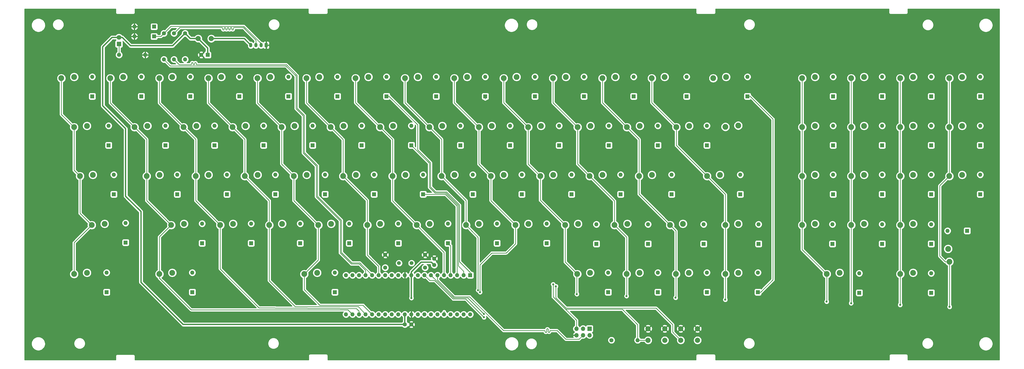
<source format=gbl>
G04 #@! TF.GenerationSoftware,KiCad,Pcbnew,5.1.6-c6e7f7d~87~ubuntu18.04.1*
G04 #@! TF.CreationDate,2020-08-05T12:54:26+02:00*
G04 #@! TF.ProjectId,m0110a_qmk,6d303131-3061-45f7-916d-6b2e6b696361,rev?*
G04 #@! TF.SameCoordinates,Original*
G04 #@! TF.FileFunction,Copper,L2,Bot*
G04 #@! TF.FilePolarity,Positive*
%FSLAX46Y46*%
G04 Gerber Fmt 4.6, Leading zero omitted, Abs format (unit mm)*
G04 Created by KiCad (PCBNEW 5.1.6-c6e7f7d~87~ubuntu18.04.1) date 2020-08-05 12:54:26*
%MOMM*%
%LPD*%
G01*
G04 APERTURE LIST*
G04 #@! TA.AperFunction,ComponentPad*
%ADD10O,1.200000X1.750000*%
G04 #@! TD*
G04 #@! TA.AperFunction,ComponentPad*
%ADD11C,1.500000*%
G04 #@! TD*
G04 #@! TA.AperFunction,ComponentPad*
%ADD12C,1.600000*%
G04 #@! TD*
G04 #@! TA.AperFunction,ComponentPad*
%ADD13C,2.250000*%
G04 #@! TD*
G04 #@! TA.AperFunction,ComponentPad*
%ADD14O,1.700000X1.700000*%
G04 #@! TD*
G04 #@! TA.AperFunction,ComponentPad*
%ADD15R,1.700000X1.700000*%
G04 #@! TD*
G04 #@! TA.AperFunction,ComponentPad*
%ADD16C,2.000000*%
G04 #@! TD*
G04 #@! TA.AperFunction,ComponentPad*
%ADD17O,1.600000X1.600000*%
G04 #@! TD*
G04 #@! TA.AperFunction,ComponentPad*
%ADD18R,1.600000X1.600000*%
G04 #@! TD*
G04 #@! TA.AperFunction,ComponentPad*
%ADD19C,1.800000*%
G04 #@! TD*
G04 #@! TA.AperFunction,ComponentPad*
%ADD20R,1.800000X1.800000*%
G04 #@! TD*
G04 #@! TA.AperFunction,ViaPad*
%ADD21C,0.800000*%
G04 #@! TD*
G04 #@! TA.AperFunction,Conductor*
%ADD22C,0.250000*%
G04 #@! TD*
G04 #@! TA.AperFunction,Conductor*
%ADD23C,0.500000*%
G04 #@! TD*
G04 #@! TA.AperFunction,Conductor*
%ADD24C,0.254000*%
G04 #@! TD*
G04 APERTURE END LIST*
D10*
G04 #@! TO.P,J1,4*
G04 #@! TO.N,VCC*
X108046000Y-68961000D03*
G04 #@! TO.P,J1,3*
G04 #@! TO.N,Net-(D1-Pad1)*
X110046000Y-68961000D03*
G04 #@! TO.P,J1,2*
G04 #@! TO.N,Net-(D2-Pad1)*
X112046000Y-68961000D03*
G04 #@! TO.P,J1,1*
G04 #@! TO.N,GND*
G04 #@! TA.AperFunction,ComponentPad*
G36*
G01*
X114646000Y-68335999D02*
X114646000Y-69586001D01*
G75*
G02*
X114396001Y-69836000I-249999J0D01*
G01*
X113695999Y-69836000D01*
G75*
G02*
X113446000Y-69586001I0J249999D01*
G01*
X113446000Y-68335999D01*
G75*
G02*
X113695999Y-68086000I249999J0D01*
G01*
X114396001Y-68086000D01*
G75*
G02*
X114646000Y-68335999I0J-249999D01*
G01*
G37*
G04 #@! TD.AperFunction*
G04 #@! TD*
D11*
G04 #@! TO.P,XTAL1,2*
G04 #@! TO.N,Net-(C5-Pad1)*
X170488000Y-153797000D03*
G04 #@! TO.P,XTAL1,1*
G04 #@! TO.N,Net-(C4-Pad1)*
X165608000Y-153797000D03*
G04 #@! TD*
D12*
G04 #@! TO.P,C5,2*
G04 #@! TO.N,GND*
X175768000Y-150575000D03*
G04 #@! TO.P,C5,1*
G04 #@! TO.N,Net-(C5-Pad1)*
X175768000Y-155575000D03*
G04 #@! TD*
G04 #@! TO.P,C4,2*
G04 #@! TO.N,GND*
X160274000Y-150575000D03*
G04 #@! TO.P,C4,1*
G04 #@! TO.N,Net-(C4-Pad1)*
X160274000Y-155575000D03*
G04 #@! TD*
D13*
G04 #@! TO.P,MX8,1*
G04 #@! TO.N,col7*
X167934000Y-81852000D03*
G04 #@! TO.P,MX8,2*
G04 #@! TO.N,Net-(D10-Pad2)*
X172934000Y-81352000D03*
G04 #@! TD*
G04 #@! TO.P,MX57,1*
G04 #@! TO.N,col5*
X153329000Y-139002000D03*
G04 #@! TO.P,MX57,2*
G04 #@! TO.N,Net-(D59-Pad2)*
X158329000Y-138502000D03*
G04 #@! TD*
D14*
G04 #@! TO.P,J2,6*
G04 #@! TO.N,GND*
X234569000Y-181864000D03*
G04 #@! TO.P,J2,5*
G04 #@! TO.N,reset*
X234569000Y-179324000D03*
G04 #@! TO.P,J2,4*
G04 #@! TO.N,MOSI*
X237109000Y-181864000D03*
G04 #@! TO.P,J2,3*
G04 #@! TO.N,SCK*
X237109000Y-179324000D03*
G04 #@! TO.P,J2,2*
G04 #@! TO.N,+5V*
X239649000Y-181864000D03*
D15*
G04 #@! TO.P,J2,1*
G04 #@! TO.N,MISO*
X239649000Y-179324000D03*
G04 #@! TD*
D16*
G04 #@! TO.P,F1,2*
G04 #@! TO.N,VCC*
X92710000Y-66431000D03*
G04 #@! TO.P,F1,1*
G04 #@! TO.N,+5V*
X87630000Y-66421000D03*
G04 #@! TD*
D17*
G04 #@! TO.P,U1,40*
G04 #@! TO.N,col16*
X193294000Y-173736000D03*
G04 #@! TO.P,U1,20*
G04 #@! TO.N,Net-(U1-Pad20)*
X145034000Y-158496000D03*
G04 #@! TO.P,U1,39*
G04 #@! TO.N,col15*
X190754000Y-173736000D03*
G04 #@! TO.P,U1,19*
G04 #@! TO.N,row4*
X147574000Y-158496000D03*
G04 #@! TO.P,U1,38*
G04 #@! TO.N,col14*
X188214000Y-173736000D03*
G04 #@! TO.P,U1,18*
G04 #@! TO.N,boot*
X150114000Y-158496000D03*
G04 #@! TO.P,U1,37*
G04 #@! TO.N,col13*
X185674000Y-173736000D03*
G04 #@! TO.P,U1,17*
G04 #@! TO.N,D-*
X152654000Y-158496000D03*
G04 #@! TO.P,U1,36*
G04 #@! TO.N,col12*
X183134000Y-173736000D03*
G04 #@! TO.P,U1,16*
G04 #@! TO.N,D+*
X155194000Y-158496000D03*
G04 #@! TO.P,U1,35*
G04 #@! TO.N,col11*
X180594000Y-173736000D03*
G04 #@! TO.P,U1,15*
G04 #@! TO.N,col5*
X157734000Y-158496000D03*
G04 #@! TO.P,U1,34*
G04 #@! TO.N,col10*
X178054000Y-173736000D03*
G04 #@! TO.P,U1,14*
G04 #@! TO.N,Net-(U1-Pad14)*
X160274000Y-158496000D03*
G04 #@! TO.P,U1,33*
G04 #@! TO.N,col9*
X175514000Y-173736000D03*
G04 #@! TO.P,U1,13*
G04 #@! TO.N,Net-(C4-Pad1)*
X162814000Y-158496000D03*
G04 #@! TO.P,U1,32*
G04 #@! TO.N,Net-(U1-Pad32)*
X172974000Y-173736000D03*
G04 #@! TO.P,U1,12*
G04 #@! TO.N,Net-(C5-Pad1)*
X165354000Y-158496000D03*
G04 #@! TO.P,U1,31*
G04 #@! TO.N,GND*
X170434000Y-173736000D03*
G04 #@! TO.P,U1,11*
X167894000Y-158496000D03*
G04 #@! TO.P,U1,30*
G04 #@! TO.N,+5V*
X167894000Y-173736000D03*
G04 #@! TO.P,U1,10*
X170434000Y-158496000D03*
G04 #@! TO.P,U1,29*
G04 #@! TO.N,col8*
X165354000Y-173736000D03*
G04 #@! TO.P,U1,9*
G04 #@! TO.N,reset*
X172974000Y-158496000D03*
G04 #@! TO.P,U1,28*
G04 #@! TO.N,col7*
X162814000Y-173736000D03*
G04 #@! TO.P,U1,8*
G04 #@! TO.N,SCK*
X175514000Y-158496000D03*
G04 #@! TO.P,U1,27*
G04 #@! TO.N,Net-(U1-Pad27)*
X160274000Y-173736000D03*
G04 #@! TO.P,U1,7*
G04 #@! TO.N,MISO*
X178054000Y-158496000D03*
G04 #@! TO.P,U1,26*
G04 #@! TO.N,Net-(U1-Pad26)*
X157734000Y-173736000D03*
G04 #@! TO.P,U1,6*
G04 #@! TO.N,MOSI*
X180594000Y-158496000D03*
G04 #@! TO.P,U1,25*
G04 #@! TO.N,col4*
X155194000Y-173736000D03*
G04 #@! TO.P,U1,5*
G04 #@! TO.N,col6*
X183134000Y-158496000D03*
G04 #@! TO.P,U1,24*
G04 #@! TO.N,col3*
X152654000Y-173736000D03*
G04 #@! TO.P,U1,4*
G04 #@! TO.N,row3*
X185674000Y-158496000D03*
G04 #@! TO.P,U1,23*
G04 #@! TO.N,col2*
X150114000Y-173736000D03*
G04 #@! TO.P,U1,3*
G04 #@! TO.N,row2*
X188214000Y-158496000D03*
G04 #@! TO.P,U1,22*
G04 #@! TO.N,col1*
X147574000Y-173736000D03*
G04 #@! TO.P,U1,2*
G04 #@! TO.N,row1*
X190754000Y-158496000D03*
G04 #@! TO.P,U1,21*
G04 #@! TO.N,col0*
X145034000Y-173736000D03*
D18*
G04 #@! TO.P,U1,1*
G04 #@! TO.N,row0*
X193294000Y-158496000D03*
G04 #@! TD*
D16*
G04 #@! TO.P,Reset1,1*
G04 #@! TO.N,GND*
X268882000Y-179324000D03*
G04 #@! TO.P,Reset1,2*
G04 #@! TO.N,reset*
X268882000Y-183824000D03*
G04 #@! TO.P,Reset1,1*
G04 #@! TO.N,GND*
X262382000Y-179324000D03*
G04 #@! TO.P,Reset1,2*
G04 #@! TO.N,reset*
X262382000Y-183824000D03*
G04 #@! TD*
D17*
G04 #@! TO.P,R4,2*
G04 #@! TO.N,Net-(D2-Pad1)*
X82550000Y-74549000D03*
D12*
G04 #@! TO.P,R4,1*
G04 #@! TO.N,+5V*
X82550000Y-64389000D03*
G04 #@! TD*
D17*
G04 #@! TO.P,R5,2*
G04 #@! TO.N,GND*
X67056000Y-72771000D03*
D12*
G04 #@! TO.P,R5,1*
G04 #@! TO.N,Net-(LED1-Pad1)*
X56896000Y-72771000D03*
G04 #@! TD*
D17*
G04 #@! TO.P,R3,2*
G04 #@! TO.N,D-*
X74295000Y-74549000D03*
D12*
G04 #@! TO.P,R3,1*
G04 #@! TO.N,Net-(D2-Pad1)*
X74295000Y-64389000D03*
G04 #@! TD*
D17*
G04 #@! TO.P,R2,2*
G04 #@! TO.N,D+*
X78232000Y-74549000D03*
D12*
G04 #@! TO.P,R2,1*
G04 #@! TO.N,Net-(D1-Pad1)*
X78232000Y-64389000D03*
G04 #@! TD*
D17*
G04 #@! TO.P,R1,2*
G04 #@! TO.N,reset*
X258318000Y-183794400D03*
D12*
G04 #@! TO.P,R1,1*
G04 #@! TO.N,+5V*
X248158000Y-183794400D03*
G04 #@! TD*
D19*
G04 #@! TO.P,LED1,2*
G04 #@! TO.N,+5V*
X56832500Y-65976500D03*
D20*
G04 #@! TO.P,LED1,1*
G04 #@! TO.N,Net-(LED1-Pad1)*
X56832500Y-68516500D03*
G04 #@! TD*
D17*
G04 #@! TO.P,D80,2*
G04 #@! TO.N,Net-(D80-Pad2)*
X378714000Y-141224000D03*
D18*
G04 #@! TO.P,D80,1*
G04 #@! TO.N,row4*
X386334000Y-141224000D03*
G04 #@! TD*
D17*
G04 #@! TO.P,D79,2*
G04 #@! TO.N,Net-(D79-Pad2)*
X372364000Y-157734000D03*
D18*
G04 #@! TO.P,D79,1*
G04 #@! TO.N,row4*
X372364000Y-165354000D03*
G04 #@! TD*
D17*
G04 #@! TO.P,D78,2*
G04 #@! TO.N,Net-(D78-Pad2)*
X344424000Y-157734000D03*
D18*
G04 #@! TO.P,D78,1*
G04 #@! TO.N,row4*
X344424000Y-165354000D03*
G04 #@! TD*
D17*
G04 #@! TO.P,D77,2*
G04 #@! TO.N,Net-(D77-Pad2)*
X305054000Y-157480000D03*
D18*
G04 #@! TO.P,D77,1*
G04 #@! TO.N,row4*
X305054000Y-165100000D03*
G04 #@! TD*
D17*
G04 #@! TO.P,D76,2*
G04 #@! TO.N,Net-(D76-Pad2)*
X285242000Y-157480000D03*
D18*
G04 #@! TO.P,D76,1*
G04 #@! TO.N,row4*
X285242000Y-165100000D03*
G04 #@! TD*
D17*
G04 #@! TO.P,D75,2*
G04 #@! TO.N,Net-(D75-Pad2)*
X266192000Y-157480000D03*
D18*
G04 #@! TO.P,D75,1*
G04 #@! TO.N,row4*
X266192000Y-165100000D03*
G04 #@! TD*
D17*
G04 #@! TO.P,D74,2*
G04 #@! TO.N,Net-(D74-Pad2)*
X246888000Y-157480000D03*
D18*
G04 #@! TO.P,D74,1*
G04 #@! TO.N,row4*
X246888000Y-165100000D03*
G04 #@! TD*
D17*
G04 #@! TO.P,D72,2*
G04 #@! TO.N,Net-(D72-Pad2)*
X140716000Y-157480000D03*
D18*
G04 #@! TO.P,D72,1*
G04 #@! TO.N,row4*
X140716000Y-165100000D03*
G04 #@! TD*
D17*
G04 #@! TO.P,D71,2*
G04 #@! TO.N,Net-(D71-Pad2)*
X85344000Y-157480000D03*
D18*
G04 #@! TO.P,D71,1*
G04 #@! TO.N,row4*
X85344000Y-165100000D03*
G04 #@! TD*
D17*
G04 #@! TO.P,D70,2*
G04 #@! TO.N,Net-(D70-Pad2)*
X52070000Y-157480000D03*
D18*
G04 #@! TO.P,D70,1*
G04 #@! TO.N,row4*
X52070000Y-165100000D03*
G04 #@! TD*
D17*
G04 #@! TO.P,D69,2*
G04 #@! TO.N,Net-(D69-Pad2)*
X372364000Y-138684000D03*
D18*
G04 #@! TO.P,D69,1*
G04 #@! TO.N,row3*
X372364000Y-146304000D03*
G04 #@! TD*
D17*
G04 #@! TO.P,D68,2*
G04 #@! TO.N,Net-(D68-Pad2)*
X353314000Y-138684000D03*
D18*
G04 #@! TO.P,D68,1*
G04 #@! TO.N,row3*
X353314000Y-146304000D03*
G04 #@! TD*
D17*
G04 #@! TO.P,D67,2*
G04 #@! TO.N,Net-(D67-Pad2)*
X334010000Y-138684000D03*
D18*
G04 #@! TO.P,D67,1*
G04 #@! TO.N,row3*
X334010000Y-146304000D03*
G04 #@! TD*
D17*
G04 #@! TO.P,D66,2*
G04 #@! TO.N,Net-(D66-Pad2)*
X305308000Y-138684000D03*
D18*
G04 #@! TO.P,D66,1*
G04 #@! TO.N,row3*
X305308000Y-146304000D03*
G04 #@! TD*
D17*
G04 #@! TO.P,D65,2*
G04 #@! TO.N,Net-(D65-Pad2)*
X283972000Y-138684000D03*
D18*
G04 #@! TO.P,D65,1*
G04 #@! TO.N,row3*
X283972000Y-146304000D03*
G04 #@! TD*
D17*
G04 #@! TO.P,D64,2*
G04 #@! TO.N,Net-(D64-Pad2)*
X262382000Y-138684000D03*
D18*
G04 #@! TO.P,D64,1*
G04 #@! TO.N,row3*
X262382000Y-146304000D03*
G04 #@! TD*
D17*
G04 #@! TO.P,D63,2*
G04 #@! TO.N,Net-(D63-Pad2)*
X242316000Y-138684000D03*
D18*
G04 #@! TO.P,D63,1*
G04 #@! TO.N,row3*
X242316000Y-146304000D03*
G04 #@! TD*
D17*
G04 #@! TO.P,D62,2*
G04 #@! TO.N,Net-(D62-Pad2)*
X223012000Y-138430000D03*
D18*
G04 #@! TO.P,D62,1*
G04 #@! TO.N,row3*
X223012000Y-146050000D03*
G04 #@! TD*
D17*
G04 #@! TO.P,D61,2*
G04 #@! TO.N,Net-(D61-Pad2)*
X203708000Y-138430000D03*
D18*
G04 #@! TO.P,D61,1*
G04 #@! TO.N,row3*
X203708000Y-146050000D03*
G04 #@! TD*
D17*
G04 #@! TO.P,D60,2*
G04 #@! TO.N,Net-(D60-Pad2)*
X184658000Y-138430000D03*
D18*
G04 #@! TO.P,D60,1*
G04 #@! TO.N,row3*
X184658000Y-146050000D03*
G04 #@! TD*
D17*
G04 #@! TO.P,D59,2*
G04 #@! TO.N,Net-(D59-Pad2)*
X165354000Y-138430000D03*
D18*
G04 #@! TO.P,D59,1*
G04 #@! TO.N,row3*
X165354000Y-146050000D03*
G04 #@! TD*
D17*
G04 #@! TO.P,D58,2*
G04 #@! TO.N,Net-(D58-Pad2)*
X146304000Y-138430000D03*
D18*
G04 #@! TO.P,D58,1*
G04 #@! TO.N,row3*
X146304000Y-146050000D03*
G04 #@! TD*
D17*
G04 #@! TO.P,D57,2*
G04 #@! TO.N,Net-(D57-Pad2)*
X127254000Y-138430000D03*
D18*
G04 #@! TO.P,D57,1*
G04 #@! TO.N,row3*
X127254000Y-146050000D03*
G04 #@! TD*
D17*
G04 #@! TO.P,D56,2*
G04 #@! TO.N,Net-(D56-Pad2)*
X108204000Y-138430000D03*
D18*
G04 #@! TO.P,D56,1*
G04 #@! TO.N,row3*
X108204000Y-146050000D03*
G04 #@! TD*
D17*
G04 #@! TO.P,D55,2*
G04 #@! TO.N,Net-(D55-Pad2)*
X89154000Y-138430000D03*
D18*
G04 #@! TO.P,D55,1*
G04 #@! TO.N,row3*
X89154000Y-146050000D03*
G04 #@! TD*
D17*
G04 #@! TO.P,D54,2*
G04 #@! TO.N,Net-(D54-Pad2)*
X59436000Y-138176000D03*
D18*
G04 #@! TO.P,D54,1*
G04 #@! TO.N,row3*
X59436000Y-145796000D03*
G04 #@! TD*
D17*
G04 #@! TO.P,D53,2*
G04 #@! TO.N,Net-(D53-Pad2)*
X391414000Y-119380000D03*
D18*
G04 #@! TO.P,D53,1*
G04 #@! TO.N,row2*
X391414000Y-127000000D03*
G04 #@! TD*
D17*
G04 #@! TO.P,D52,2*
G04 #@! TO.N,Net-(D52-Pad2)*
X372364000Y-119380000D03*
D18*
G04 #@! TO.P,D52,1*
G04 #@! TO.N,row2*
X372364000Y-127000000D03*
G04 #@! TD*
D17*
G04 #@! TO.P,D51,2*
G04 #@! TO.N,Net-(D51-Pad2)*
X353314000Y-119380000D03*
D18*
G04 #@! TO.P,D51,1*
G04 #@! TO.N,row2*
X353314000Y-127000000D03*
G04 #@! TD*
D17*
G04 #@! TO.P,D50,2*
G04 #@! TO.N,Net-(D50-Pad2)*
X334264000Y-119380000D03*
D18*
G04 #@! TO.P,D50,1*
G04 #@! TO.N,row2*
X334264000Y-127000000D03*
G04 #@! TD*
D17*
G04 #@! TO.P,D49,2*
G04 #@! TO.N,Net-(D49-Pad2)*
X298196000Y-119380000D03*
D18*
G04 #@! TO.P,D49,1*
G04 #@! TO.N,row2*
X298196000Y-127000000D03*
G04 #@! TD*
D17*
G04 #@! TO.P,D48,2*
G04 #@! TO.N,Net-(D48-Pad2)*
X271526000Y-119380000D03*
D18*
G04 #@! TO.P,D48,1*
G04 #@! TO.N,row2*
X271526000Y-127000000D03*
G04 #@! TD*
D17*
G04 #@! TO.P,D47,2*
G04 #@! TO.N,Net-(D47-Pad2)*
X251714000Y-119380000D03*
D18*
G04 #@! TO.P,D47,1*
G04 #@! TO.N,row2*
X251714000Y-127000000D03*
G04 #@! TD*
D17*
G04 #@! TO.P,D46,2*
G04 #@! TO.N,Net-(D46-Pad2)*
X232664000Y-119380000D03*
D18*
G04 #@! TO.P,D46,1*
G04 #@! TO.N,row2*
X232664000Y-127000000D03*
G04 #@! TD*
D17*
G04 #@! TO.P,D45,2*
G04 #@! TO.N,Net-(D45-Pad2)*
X213360000Y-119380000D03*
D18*
G04 #@! TO.P,D45,1*
G04 #@! TO.N,row2*
X213360000Y-127000000D03*
G04 #@! TD*
D17*
G04 #@! TO.P,D44,2*
G04 #@! TO.N,Net-(D44-Pad2)*
X194310000Y-119380000D03*
D18*
G04 #@! TO.P,D44,1*
G04 #@! TO.N,row2*
X194310000Y-127000000D03*
G04 #@! TD*
D17*
G04 #@! TO.P,D43,2*
G04 #@! TO.N,Net-(D43-Pad2)*
X175006000Y-119380000D03*
D18*
G04 #@! TO.P,D43,1*
G04 #@! TO.N,row2*
X175006000Y-127000000D03*
G04 #@! TD*
D17*
G04 #@! TO.P,D42,2*
G04 #@! TO.N,Net-(D42-Pad2)*
X155956000Y-119380000D03*
D18*
G04 #@! TO.P,D42,1*
G04 #@! TO.N,row2*
X155956000Y-127000000D03*
G04 #@! TD*
D17*
G04 #@! TO.P,D41,2*
G04 #@! TO.N,Net-(D41-Pad2)*
X136906000Y-119380000D03*
D18*
G04 #@! TO.P,D41,1*
G04 #@! TO.N,row2*
X136906000Y-127000000D03*
G04 #@! TD*
D17*
G04 #@! TO.P,D40,2*
G04 #@! TO.N,Net-(D40-Pad2)*
X117602000Y-119380000D03*
D18*
G04 #@! TO.P,D40,1*
G04 #@! TO.N,row2*
X117602000Y-127000000D03*
G04 #@! TD*
D17*
G04 #@! TO.P,D39,2*
G04 #@! TO.N,Net-(D39-Pad2)*
X98806000Y-119380000D03*
D18*
G04 #@! TO.P,D39,1*
G04 #@! TO.N,row2*
X98806000Y-127000000D03*
G04 #@! TD*
D17*
G04 #@! TO.P,D38,2*
G04 #@! TO.N,Net-(D38-Pad2)*
X79502000Y-119380000D03*
D18*
G04 #@! TO.P,D38,1*
G04 #@! TO.N,row2*
X79502000Y-127000000D03*
G04 #@! TD*
D17*
G04 #@! TO.P,D37,2*
G04 #@! TO.N,Net-(D37-Pad2)*
X54864000Y-119380000D03*
D18*
G04 #@! TO.P,D37,1*
G04 #@! TO.N,row2*
X54864000Y-127000000D03*
G04 #@! TD*
D17*
G04 #@! TO.P,D36,2*
G04 #@! TO.N,Net-(D36-Pad2)*
X391414000Y-100330000D03*
D18*
G04 #@! TO.P,D36,1*
G04 #@! TO.N,row1*
X391414000Y-107950000D03*
G04 #@! TD*
D17*
G04 #@! TO.P,D35,2*
G04 #@! TO.N,Net-(D35-Pad2)*
X372364000Y-100330000D03*
D18*
G04 #@! TO.P,D35,1*
G04 #@! TO.N,row1*
X372364000Y-107950000D03*
G04 #@! TD*
D17*
G04 #@! TO.P,D34,2*
G04 #@! TO.N,Net-(D34-Pad2)*
X353314000Y-100330000D03*
D18*
G04 #@! TO.P,D34,1*
G04 #@! TO.N,row1*
X353314000Y-107950000D03*
G04 #@! TD*
D17*
G04 #@! TO.P,D33,2*
G04 #@! TO.N,Net-(D33-Pad2)*
X334264000Y-100330000D03*
D18*
G04 #@! TO.P,D33,1*
G04 #@! TO.N,row1*
X334264000Y-107950000D03*
G04 #@! TD*
D17*
G04 #@! TO.P,D32,2*
G04 #@! TO.N,Net-(D32-Pad2)*
X285242000Y-100330000D03*
D18*
G04 #@! TO.P,D32,1*
G04 #@! TO.N,row1*
X285242000Y-107950000D03*
G04 #@! TD*
D17*
G04 #@! TO.P,D31,2*
G04 #@! TO.N,Net-(D31-Pad2)*
X266192000Y-100330000D03*
D18*
G04 #@! TO.P,D31,1*
G04 #@! TO.N,row1*
X266192000Y-107950000D03*
G04 #@! TD*
D17*
G04 #@! TO.P,D30,2*
G04 #@! TO.N,Net-(D30-Pad2)*
X247142000Y-100330000D03*
D18*
G04 #@! TO.P,D30,1*
G04 #@! TO.N,row1*
X247142000Y-107950000D03*
G04 #@! TD*
D17*
G04 #@! TO.P,D29,2*
G04 #@! TO.N,Net-(D29-Pad2)*
X227838000Y-100330000D03*
D18*
G04 #@! TO.P,D29,1*
G04 #@! TO.N,row1*
X227838000Y-107950000D03*
G04 #@! TD*
D17*
G04 #@! TO.P,D28,2*
G04 #@! TO.N,Net-(D28-Pad2)*
X208788000Y-100330000D03*
D18*
G04 #@! TO.P,D28,1*
G04 #@! TO.N,row1*
X208788000Y-107950000D03*
G04 #@! TD*
D17*
G04 #@! TO.P,D27,2*
G04 #@! TO.N,Net-(D27-Pad2)*
X189484000Y-100330000D03*
D18*
G04 #@! TO.P,D27,1*
G04 #@! TO.N,row1*
X189484000Y-107950000D03*
G04 #@! TD*
D17*
G04 #@! TO.P,D26,2*
G04 #@! TO.N,Net-(D26-Pad2)*
X170434000Y-100330000D03*
D18*
G04 #@! TO.P,D26,1*
G04 #@! TO.N,row1*
X170434000Y-107950000D03*
G04 #@! TD*
D17*
G04 #@! TO.P,D25,2*
G04 #@! TO.N,Net-(D25-Pad2)*
X151130000Y-100330000D03*
D18*
G04 #@! TO.P,D25,1*
G04 #@! TO.N,row1*
X151130000Y-107950000D03*
G04 #@! TD*
D17*
G04 #@! TO.P,D24,2*
G04 #@! TO.N,Net-(D24-Pad2)*
X132080000Y-100330000D03*
D18*
G04 #@! TO.P,D24,1*
G04 #@! TO.N,row1*
X132080000Y-107950000D03*
G04 #@! TD*
D17*
G04 #@! TO.P,D23,2*
G04 #@! TO.N,Net-(D23-Pad2)*
X113030000Y-100330000D03*
D18*
G04 #@! TO.P,D23,1*
G04 #@! TO.N,row1*
X113030000Y-107950000D03*
G04 #@! TD*
D17*
G04 #@! TO.P,D22,2*
G04 #@! TO.N,Net-(D22-Pad2)*
X93980000Y-100330000D03*
D18*
G04 #@! TO.P,D22,1*
G04 #@! TO.N,row1*
X93980000Y-107950000D03*
G04 #@! TD*
D17*
G04 #@! TO.P,D21,2*
G04 #@! TO.N,Net-(D21-Pad2)*
X74930000Y-100330000D03*
D18*
G04 #@! TO.P,D21,1*
G04 #@! TO.N,row1*
X74930000Y-107950000D03*
G04 #@! TD*
D17*
G04 #@! TO.P,D20,2*
G04 #@! TO.N,Net-(D20-Pad2)*
X52832000Y-100330000D03*
D18*
G04 #@! TO.P,D20,1*
G04 #@! TO.N,row1*
X52832000Y-107950000D03*
G04 #@! TD*
D17*
G04 #@! TO.P,D19,2*
G04 #@! TO.N,Net-(D19-Pad2)*
X391414000Y-81280000D03*
D18*
G04 #@! TO.P,D19,1*
G04 #@! TO.N,row0*
X391414000Y-88900000D03*
G04 #@! TD*
D17*
G04 #@! TO.P,D18,2*
G04 #@! TO.N,Net-(D18-Pad2)*
X372364000Y-81280000D03*
D18*
G04 #@! TO.P,D18,1*
G04 #@! TO.N,row0*
X372364000Y-88900000D03*
G04 #@! TD*
D17*
G04 #@! TO.P,D17,2*
G04 #@! TO.N,Net-(D17-Pad2)*
X353314000Y-81280000D03*
D18*
G04 #@! TO.P,D17,1*
G04 #@! TO.N,row0*
X353314000Y-88900000D03*
G04 #@! TD*
D17*
G04 #@! TO.P,D16,2*
G04 #@! TO.N,Net-(D16-Pad2)*
X334264000Y-81280000D03*
D18*
G04 #@! TO.P,D16,1*
G04 #@! TO.N,row0*
X334264000Y-88900000D03*
G04 #@! TD*
D17*
G04 #@! TO.P,D73,2*
G04 #@! TO.N,Net-(D73-Pad2)*
X300990000Y-81280000D03*
D18*
G04 #@! TO.P,D73,1*
G04 #@! TO.N,row4*
X300990000Y-88900000D03*
G04 #@! TD*
D17*
G04 #@! TO.P,D15,2*
G04 #@! TO.N,Net-(D15-Pad2)*
X277368000Y-81280000D03*
D18*
G04 #@! TO.P,D15,1*
G04 #@! TO.N,row0*
X277368000Y-88900000D03*
G04 #@! TD*
D17*
G04 #@! TO.P,D14,2*
G04 #@! TO.N,Net-(D14-Pad2)*
X256794000Y-81280000D03*
D18*
G04 #@! TO.P,D14,1*
G04 #@! TO.N,row0*
X256794000Y-88900000D03*
G04 #@! TD*
D17*
G04 #@! TO.P,D13,2*
G04 #@! TO.N,Net-(D13-Pad2)*
X237490000Y-81280000D03*
D18*
G04 #@! TO.P,D13,1*
G04 #@! TO.N,row0*
X237490000Y-88900000D03*
G04 #@! TD*
D17*
G04 #@! TO.P,D12,2*
G04 #@! TO.N,Net-(D12-Pad2)*
X218440000Y-81280000D03*
D18*
G04 #@! TO.P,D12,1*
G04 #@! TO.N,row0*
X218440000Y-88900000D03*
G04 #@! TD*
D17*
G04 #@! TO.P,D11,2*
G04 #@! TO.N,Net-(D11-Pad2)*
X199136000Y-81280000D03*
D18*
G04 #@! TO.P,D11,1*
G04 #@! TO.N,row0*
X199136000Y-88900000D03*
G04 #@! TD*
D17*
G04 #@! TO.P,D10,2*
G04 #@! TO.N,Net-(D10-Pad2)*
X180086000Y-81280000D03*
D18*
G04 #@! TO.P,D10,1*
G04 #@! TO.N,row0*
X180086000Y-88900000D03*
G04 #@! TD*
D17*
G04 #@! TO.P,D9,2*
G04 #@! TO.N,Net-(D9-Pad2)*
X160782000Y-81280000D03*
D18*
G04 #@! TO.P,D9,1*
G04 #@! TO.N,row0*
X160782000Y-88900000D03*
G04 #@! TD*
D17*
G04 #@! TO.P,D8,2*
G04 #@! TO.N,Net-(D8-Pad2)*
X141732000Y-81280000D03*
D18*
G04 #@! TO.P,D8,1*
G04 #@! TO.N,row0*
X141732000Y-88900000D03*
G04 #@! TD*
D17*
G04 #@! TO.P,D7,2*
G04 #@! TO.N,Net-(D7-Pad2)*
X122682000Y-81280000D03*
D18*
G04 #@! TO.P,D7,1*
G04 #@! TO.N,row0*
X122682000Y-88900000D03*
G04 #@! TD*
D17*
G04 #@! TO.P,D6,2*
G04 #@! TO.N,Net-(D6-Pad2)*
X103632000Y-81280000D03*
D18*
G04 #@! TO.P,D6,1*
G04 #@! TO.N,row0*
X103632000Y-88900000D03*
G04 #@! TD*
D17*
G04 #@! TO.P,D5,2*
G04 #@! TO.N,Net-(D5-Pad2)*
X84582000Y-81280000D03*
D18*
G04 #@! TO.P,D5,1*
G04 #@! TO.N,row0*
X84582000Y-88900000D03*
G04 #@! TD*
D17*
G04 #@! TO.P,D4,2*
G04 #@! TO.N,Net-(D4-Pad2)*
X65532000Y-81280000D03*
D18*
G04 #@! TO.P,D4,1*
G04 #@! TO.N,row0*
X65532000Y-88900000D03*
G04 #@! TD*
D17*
G04 #@! TO.P,D3,2*
G04 #@! TO.N,Net-(D3-Pad2)*
X46482000Y-81280000D03*
D18*
G04 #@! TO.P,D3,1*
G04 #@! TO.N,row0*
X46482000Y-88900000D03*
G04 #@! TD*
D17*
G04 #@! TO.P,D2,2*
G04 #@! TO.N,GND*
X62865000Y-65595500D03*
D18*
G04 #@! TO.P,D2,1*
G04 #@! TO.N,Net-(D2-Pad1)*
X70485000Y-65595500D03*
G04 #@! TD*
D17*
G04 #@! TO.P,D1,2*
G04 #@! TO.N,GND*
X62865000Y-61785500D03*
D18*
G04 #@! TO.P,D1,1*
G04 #@! TO.N,Net-(D1-Pad1)*
X70485000Y-61785500D03*
G04 #@! TD*
D12*
G04 #@! TO.P,C3,2*
G04 #@! TO.N,GND*
X179324000Y-152059000D03*
G04 #@! TO.P,C3,1*
G04 #@! TO.N,+5V*
X179324000Y-154559000D03*
G04 #@! TD*
G04 #@! TO.P,C2,2*
G04 #@! TO.N,GND*
X170394000Y-177673000D03*
G04 #@! TO.P,C2,1*
G04 #@! TO.N,+5V*
X167894000Y-177673000D03*
G04 #@! TD*
G04 #@! TO.P,C1,2*
G04 #@! TO.N,GND*
X88813000Y-72771000D03*
D18*
G04 #@! TO.P,C1,1*
G04 #@! TO.N,+5V*
X91313000Y-72771000D03*
G04 #@! TD*
D16*
G04 #@! TO.P,Boot1,1*
G04 #@! TO.N,GND*
X281582000Y-179324000D03*
G04 #@! TO.P,Boot1,2*
G04 #@! TO.N,boot*
X281582000Y-183824000D03*
G04 #@! TO.P,Boot1,1*
G04 #@! TO.N,GND*
X275082000Y-179324000D03*
G04 #@! TO.P,Boot1,2*
G04 #@! TO.N,boot*
X275082000Y-183824000D03*
G04 #@! TD*
D13*
G04 #@! TO.P,MX80,1*
G04 #@! TO.N,Net-(MX80-Pad1)*
X292394000Y-100775000D03*
G04 #@! TO.P,MX80,2*
G04 #@! TO.N,Net-(MX80-Pad2)*
X297394000Y-100275000D03*
G04 #@! TD*
G04 #@! TO.P,MX78,1*
G04 #@! TO.N,col16*
X379413000Y-153249000D03*
G04 #@! TO.P,MX78,2*
G04 #@! TO.N,Net-(D80-Pad2)*
X378913000Y-148249000D03*
G04 #@! TD*
G04 #@! TO.P,MX77,1*
G04 #@! TO.N,col15*
X360339000Y-158052000D03*
G04 #@! TO.P,MX77,2*
G04 #@! TO.N,Net-(D79-Pad2)*
X365339000Y-157552000D03*
G04 #@! TD*
G04 #@! TO.P,MX76,1*
G04 #@! TO.N,col13*
X331764000Y-158052000D03*
G04 #@! TO.P,MX76,2*
G04 #@! TO.N,Net-(D78-Pad2)*
X336764000Y-157552000D03*
G04 #@! TD*
G04 #@! TO.P,MX75,1*
G04 #@! TO.N,col12*
X292394000Y-158052000D03*
G04 #@! TO.P,MX75,2*
G04 #@! TO.N,Net-(D77-Pad2)*
X297394000Y-157552000D03*
G04 #@! TD*
G04 #@! TO.P,MX74,1*
G04 #@! TO.N,col11*
X273217000Y-158052000D03*
G04 #@! TO.P,MX74,2*
G04 #@! TO.N,Net-(D76-Pad2)*
X278217000Y-157552000D03*
G04 #@! TD*
G04 #@! TO.P,MX73,1*
G04 #@! TO.N,col10*
X254040000Y-158052000D03*
G04 #@! TO.P,MX73,2*
G04 #@! TO.N,Net-(D75-Pad2)*
X259040000Y-157552000D03*
G04 #@! TD*
G04 #@! TO.P,MX72,1*
G04 #@! TO.N,col9*
X234863000Y-158052000D03*
G04 #@! TO.P,MX72,2*
G04 #@! TO.N,Net-(D74-Pad2)*
X239863000Y-157552000D03*
G04 #@! TD*
G04 #@! TO.P,MX70,1*
G04 #@! TO.N,col4*
X128818000Y-158052000D03*
G04 #@! TO.P,MX70,2*
G04 #@! TO.N,Net-(D72-Pad2)*
X133818000Y-157552000D03*
G04 #@! TD*
G04 #@! TO.P,MX69,1*
G04 #@! TO.N,col1*
X72557000Y-158052000D03*
G04 #@! TO.P,MX69,2*
G04 #@! TO.N,Net-(D71-Pad2)*
X77557000Y-157552000D03*
G04 #@! TD*
G04 #@! TO.P,MX68,1*
G04 #@! TO.N,col0*
X39410000Y-158052000D03*
G04 #@! TO.P,MX68,2*
G04 #@! TO.N,Net-(D70-Pad2)*
X44410000Y-157552000D03*
G04 #@! TD*
G04 #@! TO.P,MX67,1*
G04 #@! TO.N,col15*
X360339000Y-139002000D03*
G04 #@! TO.P,MX67,2*
G04 #@! TO.N,Net-(D69-Pad2)*
X365339000Y-138502000D03*
G04 #@! TD*
G04 #@! TO.P,MX66,1*
G04 #@! TO.N,col14*
X341289000Y-139002000D03*
G04 #@! TO.P,MX66,2*
G04 #@! TO.N,Net-(D68-Pad2)*
X346289000Y-138502000D03*
G04 #@! TD*
G04 #@! TO.P,MX65,1*
G04 #@! TO.N,col13*
X322239000Y-139002000D03*
G04 #@! TO.P,MX65,2*
G04 #@! TO.N,Net-(D67-Pad2)*
X327239000Y-138502000D03*
G04 #@! TD*
G04 #@! TO.P,MX64,1*
G04 #@! TO.N,col12*
X292394000Y-139002000D03*
G04 #@! TO.P,MX64,2*
G04 #@! TO.N,Net-(D66-Pad2)*
X297394000Y-138502000D03*
G04 #@! TD*
G04 #@! TO.P,MX63,1*
G04 #@! TO.N,col11*
X270931000Y-139002000D03*
G04 #@! TO.P,MX63,2*
G04 #@! TO.N,Net-(D65-Pad2)*
X275931000Y-138502000D03*
G04 #@! TD*
G04 #@! TO.P,MX62,1*
G04 #@! TO.N,col10*
X249341000Y-139002000D03*
G04 #@! TO.P,MX62,2*
G04 #@! TO.N,Net-(D64-Pad2)*
X254341000Y-138502000D03*
G04 #@! TD*
G04 #@! TO.P,MX61,1*
G04 #@! TO.N,col9*
X230164000Y-139002000D03*
G04 #@! TO.P,MX61,2*
G04 #@! TO.N,Net-(D63-Pad2)*
X235164000Y-138502000D03*
G04 #@! TD*
G04 #@! TO.P,MX60,1*
G04 #@! TO.N,col8*
X210860000Y-139002000D03*
G04 #@! TO.P,MX60,2*
G04 #@! TO.N,Net-(D62-Pad2)*
X215860000Y-138502000D03*
G04 #@! TD*
G04 #@! TO.P,MX59,1*
G04 #@! TO.N,col7*
X191683000Y-139002000D03*
G04 #@! TO.P,MX59,2*
G04 #@! TO.N,Net-(D61-Pad2)*
X196683000Y-138502000D03*
G04 #@! TD*
G04 #@! TO.P,MX58,1*
G04 #@! TO.N,col6*
X172506000Y-139002000D03*
G04 #@! TO.P,MX58,2*
G04 #@! TO.N,Net-(D60-Pad2)*
X177506000Y-138502000D03*
G04 #@! TD*
G04 #@! TO.P,MX56,1*
G04 #@! TO.N,col4*
X134279000Y-139002000D03*
G04 #@! TO.P,MX56,2*
G04 #@! TO.N,Net-(D58-Pad2)*
X139279000Y-138502000D03*
G04 #@! TD*
G04 #@! TO.P,MX55,1*
G04 #@! TO.N,col3*
X115229000Y-139002000D03*
G04 #@! TO.P,MX55,2*
G04 #@! TO.N,Net-(D57-Pad2)*
X120229000Y-138502000D03*
G04 #@! TD*
G04 #@! TO.P,MX54,1*
G04 #@! TO.N,col2*
X96179000Y-139002000D03*
G04 #@! TO.P,MX54,2*
G04 #@! TO.N,Net-(D56-Pad2)*
X101179000Y-138502000D03*
G04 #@! TD*
G04 #@! TO.P,MX53,1*
G04 #@! TO.N,col1*
X77129000Y-139002000D03*
G04 #@! TO.P,MX53,2*
G04 #@! TO.N,Net-(D55-Pad2)*
X82129000Y-138502000D03*
G04 #@! TD*
G04 #@! TO.P,MX52,1*
G04 #@! TO.N,col0*
X46268000Y-139002000D03*
G04 #@! TO.P,MX52,2*
G04 #@! TO.N,Net-(D54-Pad2)*
X51268000Y-138502000D03*
G04 #@! TD*
G04 #@! TO.P,MX51,1*
G04 #@! TO.N,col16*
X379389000Y-119952000D03*
G04 #@! TO.P,MX51,2*
G04 #@! TO.N,Net-(D53-Pad2)*
X384389000Y-119452000D03*
G04 #@! TD*
G04 #@! TO.P,MX50,1*
G04 #@! TO.N,col15*
X360339000Y-119952000D03*
G04 #@! TO.P,MX50,2*
G04 #@! TO.N,Net-(D52-Pad2)*
X365339000Y-119452000D03*
G04 #@! TD*
G04 #@! TO.P,MX49,1*
G04 #@! TO.N,col14*
X341289000Y-119952000D03*
G04 #@! TO.P,MX49,2*
G04 #@! TO.N,Net-(D51-Pad2)*
X346289000Y-119452000D03*
G04 #@! TD*
G04 #@! TO.P,MX48,1*
G04 #@! TO.N,col13*
X322239000Y-119952000D03*
G04 #@! TO.P,MX48,2*
G04 #@! TO.N,Net-(D50-Pad2)*
X327239000Y-119452000D03*
G04 #@! TD*
G04 #@! TO.P,MX47,1*
G04 #@! TO.N,col12*
X285282000Y-119952000D03*
G04 #@! TO.P,MX47,2*
G04 #@! TO.N,Net-(D49-Pad2)*
X290282000Y-119452000D03*
G04 #@! TD*
G04 #@! TO.P,MX46,1*
G04 #@! TO.N,col11*
X258866000Y-119952000D03*
G04 #@! TO.P,MX46,2*
G04 #@! TO.N,Net-(D48-Pad2)*
X263866000Y-119452000D03*
G04 #@! TD*
G04 #@! TO.P,MX45,1*
G04 #@! TO.N,col10*
X239689000Y-119952000D03*
G04 #@! TO.P,MX45,2*
G04 #@! TO.N,Net-(D47-Pad2)*
X244689000Y-119452000D03*
G04 #@! TD*
G04 #@! TO.P,MX44,1*
G04 #@! TO.N,col9*
X220512000Y-119952000D03*
G04 #@! TO.P,MX44,2*
G04 #@! TO.N,Net-(D46-Pad2)*
X225512000Y-119452000D03*
G04 #@! TD*
G04 #@! TO.P,MX43,1*
G04 #@! TO.N,col8*
X201335000Y-119952000D03*
G04 #@! TO.P,MX43,2*
G04 #@! TO.N,Net-(D45-Pad2)*
X206335000Y-119452000D03*
G04 #@! TD*
G04 #@! TO.P,MX42,1*
G04 #@! TO.N,col7*
X182158000Y-119952000D03*
G04 #@! TO.P,MX42,2*
G04 #@! TO.N,Net-(D44-Pad2)*
X187158000Y-119452000D03*
G04 #@! TD*
G04 #@! TO.P,MX41,1*
G04 #@! TO.N,col6*
X163108000Y-119952000D03*
G04 #@! TO.P,MX41,2*
G04 #@! TO.N,Net-(D43-Pad2)*
X168108000Y-119452000D03*
G04 #@! TD*
G04 #@! TO.P,MX40,1*
G04 #@! TO.N,col5*
X143931000Y-119952000D03*
G04 #@! TO.P,MX40,2*
G04 #@! TO.N,Net-(D42-Pad2)*
X148931000Y-119452000D03*
G04 #@! TD*
G04 #@! TO.P,MX39,1*
G04 #@! TO.N,col4*
X124754000Y-119952000D03*
G04 #@! TO.P,MX39,2*
G04 #@! TO.N,Net-(D41-Pad2)*
X129754000Y-119452000D03*
G04 #@! TD*
G04 #@! TO.P,MX38,1*
G04 #@! TO.N,col3*
X105704000Y-119952000D03*
G04 #@! TO.P,MX38,2*
G04 #@! TO.N,Net-(D40-Pad2)*
X110704000Y-119452000D03*
G04 #@! TD*
G04 #@! TO.P,MX37,1*
G04 #@! TO.N,col2*
X86654000Y-119952000D03*
G04 #@! TO.P,MX37,2*
G04 #@! TO.N,Net-(D39-Pad2)*
X91654000Y-119452000D03*
G04 #@! TD*
G04 #@! TO.P,MX36,1*
G04 #@! TO.N,col1*
X67604000Y-119952000D03*
G04 #@! TO.P,MX36,2*
G04 #@! TO.N,Net-(D38-Pad2)*
X72604000Y-119452000D03*
G04 #@! TD*
G04 #@! TO.P,MX35,1*
G04 #@! TO.N,col0*
X41696000Y-119952000D03*
G04 #@! TO.P,MX35,2*
G04 #@! TO.N,Net-(D37-Pad2)*
X46696000Y-119452000D03*
G04 #@! TD*
G04 #@! TO.P,MX34,1*
G04 #@! TO.N,col16*
X379389000Y-100902000D03*
G04 #@! TO.P,MX34,2*
G04 #@! TO.N,Net-(D36-Pad2)*
X384389000Y-100402000D03*
G04 #@! TD*
G04 #@! TO.P,MX33,1*
G04 #@! TO.N,col15*
X360339000Y-100902000D03*
G04 #@! TO.P,MX33,2*
G04 #@! TO.N,Net-(D35-Pad2)*
X365339000Y-100402000D03*
G04 #@! TD*
G04 #@! TO.P,MX32,1*
G04 #@! TO.N,col14*
X341289000Y-100902000D03*
G04 #@! TO.P,MX32,2*
G04 #@! TO.N,Net-(D34-Pad2)*
X346289000Y-100402000D03*
G04 #@! TD*
G04 #@! TO.P,MX31,1*
G04 #@! TO.N,col13*
X322239000Y-100902000D03*
G04 #@! TO.P,MX31,2*
G04 #@! TO.N,Net-(D33-Pad2)*
X327239000Y-100402000D03*
G04 #@! TD*
G04 #@! TO.P,MX30,1*
G04 #@! TO.N,col12*
X273344000Y-100902000D03*
G04 #@! TO.P,MX30,2*
G04 #@! TO.N,Net-(D32-Pad2)*
X278344000Y-100402000D03*
G04 #@! TD*
G04 #@! TO.P,MX29,1*
G04 #@! TO.N,col11*
X254167000Y-100902000D03*
G04 #@! TO.P,MX29,2*
G04 #@! TO.N,Net-(D31-Pad2)*
X259167000Y-100402000D03*
G04 #@! TD*
G04 #@! TO.P,MX28,1*
G04 #@! TO.N,col10*
X234990000Y-100902000D03*
G04 #@! TO.P,MX28,2*
G04 #@! TO.N,Net-(D30-Pad2)*
X239990000Y-100402000D03*
G04 #@! TD*
G04 #@! TO.P,MX27,1*
G04 #@! TO.N,col9*
X215813000Y-100902000D03*
G04 #@! TO.P,MX27,2*
G04 #@! TO.N,Net-(D29-Pad2)*
X220813000Y-100402000D03*
G04 #@! TD*
G04 #@! TO.P,MX26,1*
G04 #@! TO.N,col8*
X196636000Y-100902000D03*
G04 #@! TO.P,MX26,2*
G04 #@! TO.N,Net-(D28-Pad2)*
X201636000Y-100402000D03*
G04 #@! TD*
G04 #@! TO.P,MX25,1*
G04 #@! TO.N,col7*
X177459000Y-100902000D03*
G04 #@! TO.P,MX25,2*
G04 #@! TO.N,Net-(D27-Pad2)*
X182459000Y-100402000D03*
G04 #@! TD*
G04 #@! TO.P,MX24,1*
G04 #@! TO.N,col6*
X158282000Y-100902000D03*
G04 #@! TO.P,MX24,2*
G04 #@! TO.N,Net-(D26-Pad2)*
X163282000Y-100402000D03*
G04 #@! TD*
G04 #@! TO.P,MX23,1*
G04 #@! TO.N,col5*
X139105000Y-100902000D03*
G04 #@! TO.P,MX23,2*
G04 #@! TO.N,Net-(D25-Pad2)*
X144105000Y-100402000D03*
G04 #@! TD*
G04 #@! TO.P,MX22,1*
G04 #@! TO.N,col4*
X120055000Y-100902000D03*
G04 #@! TO.P,MX22,2*
G04 #@! TO.N,Net-(D24-Pad2)*
X125055000Y-100402000D03*
G04 #@! TD*
G04 #@! TO.P,MX21,1*
G04 #@! TO.N,col3*
X101005000Y-100902000D03*
G04 #@! TO.P,MX21,2*
G04 #@! TO.N,Net-(D23-Pad2)*
X106005000Y-100402000D03*
G04 #@! TD*
G04 #@! TO.P,MX20,1*
G04 #@! TO.N,col2*
X81955000Y-100902000D03*
G04 #@! TO.P,MX20,2*
G04 #@! TO.N,Net-(D22-Pad2)*
X86955000Y-100402000D03*
G04 #@! TD*
G04 #@! TO.P,MX19,1*
G04 #@! TO.N,col1*
X62905000Y-100902000D03*
G04 #@! TO.P,MX19,2*
G04 #@! TO.N,Net-(D21-Pad2)*
X67905000Y-100402000D03*
G04 #@! TD*
G04 #@! TO.P,MX18,1*
G04 #@! TO.N,col0*
X39410000Y-100902000D03*
G04 #@! TO.P,MX18,2*
G04 #@! TO.N,Net-(D20-Pad2)*
X44410000Y-100402000D03*
G04 #@! TD*
G04 #@! TO.P,MX17,1*
G04 #@! TO.N,col16*
X379389000Y-81852000D03*
G04 #@! TO.P,MX17,2*
G04 #@! TO.N,Net-(D19-Pad2)*
X384389000Y-81352000D03*
G04 #@! TD*
G04 #@! TO.P,MX16,1*
G04 #@! TO.N,col15*
X360339000Y-81852000D03*
G04 #@! TO.P,MX16,2*
G04 #@! TO.N,Net-(D18-Pad2)*
X365339000Y-81352000D03*
G04 #@! TD*
G04 #@! TO.P,MX15,1*
G04 #@! TO.N,col14*
X341289000Y-81852000D03*
G04 #@! TO.P,MX15,2*
G04 #@! TO.N,Net-(D17-Pad2)*
X346289000Y-81352000D03*
G04 #@! TD*
G04 #@! TO.P,MX14,1*
G04 #@! TO.N,col13*
X322239000Y-81852000D03*
G04 #@! TO.P,MX14,2*
G04 #@! TO.N,Net-(D16-Pad2)*
X327239000Y-81352000D03*
G04 #@! TD*
G04 #@! TO.P,MX71,1*
G04 #@! TO.N,col8*
X287695000Y-81852000D03*
G04 #@! TO.P,MX71,2*
G04 #@! TO.N,Net-(D73-Pad2)*
X292695000Y-81352000D03*
G04 #@! TD*
G04 #@! TO.P,MX13,1*
G04 #@! TO.N,col12*
X263819000Y-81852000D03*
G04 #@! TO.P,MX13,2*
G04 #@! TO.N,Net-(D15-Pad2)*
X268819000Y-81352000D03*
G04 #@! TD*
G04 #@! TO.P,MX12,1*
G04 #@! TO.N,col11*
X244642000Y-81852000D03*
G04 #@! TO.P,MX12,2*
G04 #@! TO.N,Net-(D14-Pad2)*
X249642000Y-81352000D03*
G04 #@! TD*
G04 #@! TO.P,MX11,1*
G04 #@! TO.N,col10*
X225465000Y-81852000D03*
G04 #@! TO.P,MX11,2*
G04 #@! TO.N,Net-(D13-Pad2)*
X230465000Y-81352000D03*
G04 #@! TD*
G04 #@! TO.P,MX10,1*
G04 #@! TO.N,col9*
X206288000Y-81852000D03*
G04 #@! TO.P,MX10,2*
G04 #@! TO.N,Net-(D12-Pad2)*
X211288000Y-81352000D03*
G04 #@! TD*
G04 #@! TO.P,MX9,1*
G04 #@! TO.N,col8*
X187111000Y-81852000D03*
G04 #@! TO.P,MX9,2*
G04 #@! TO.N,Net-(D11-Pad2)*
X192111000Y-81352000D03*
G04 #@! TD*
G04 #@! TO.P,MX7,1*
G04 #@! TO.N,col6*
X148757000Y-81852000D03*
G04 #@! TO.P,MX7,2*
G04 #@! TO.N,Net-(D9-Pad2)*
X153757000Y-81352000D03*
G04 #@! TD*
G04 #@! TO.P,MX6,1*
G04 #@! TO.N,col5*
X129707000Y-81852000D03*
G04 #@! TO.P,MX6,2*
G04 #@! TO.N,Net-(D8-Pad2)*
X134707000Y-81352000D03*
G04 #@! TD*
G04 #@! TO.P,MX5,1*
G04 #@! TO.N,col4*
X110657000Y-81852000D03*
G04 #@! TO.P,MX5,2*
G04 #@! TO.N,Net-(D7-Pad2)*
X115657000Y-81352000D03*
G04 #@! TD*
G04 #@! TO.P,MX4,1*
G04 #@! TO.N,col3*
X91607000Y-81852000D03*
G04 #@! TO.P,MX4,2*
G04 #@! TO.N,Net-(D6-Pad2)*
X96607000Y-81352000D03*
G04 #@! TD*
G04 #@! TO.P,MX3,1*
G04 #@! TO.N,col2*
X72557000Y-81852000D03*
G04 #@! TO.P,MX3,2*
G04 #@! TO.N,Net-(D5-Pad2)*
X77557000Y-81352000D03*
G04 #@! TD*
G04 #@! TO.P,MX2,1*
G04 #@! TO.N,col1*
X53507000Y-81852000D03*
G04 #@! TO.P,MX2,2*
G04 #@! TO.N,Net-(D4-Pad2)*
X58507000Y-81352000D03*
G04 #@! TD*
G04 #@! TO.P,MX1,1*
G04 #@! TO.N,col0*
X34457000Y-81852000D03*
G04 #@! TO.P,MX1,2*
G04 #@! TO.N,Net-(D3-Pad2)*
X39457000Y-81352000D03*
G04 #@! TD*
D21*
G04 #@! TO.N,boot*
X226568000Y-162814000D03*
G04 #@! TO.N,GND*
X68834000Y-140970000D03*
G04 #@! TO.N,+5V*
X170434000Y-167386000D03*
G04 #@! TO.N,MISO*
X198628000Y-173609000D03*
G04 #@! TO.N,col7*
X196342000Y-164338000D03*
G04 #@! TO.N,col8*
X197104000Y-165100000D03*
G04 #@! TO.N,col9*
X234696000Y-165862000D03*
G04 #@! TO.N,col10*
X254000000Y-166624000D03*
G04 #@! TO.N,col11*
X273050000Y-167259000D03*
G04 #@! TO.N,col12*
X292354000Y-168021000D03*
G04 #@! TO.N,col14*
X341249000Y-169418000D03*
G04 #@! TO.N,col15*
X360299000Y-170053000D03*
G04 #@! TO.N,col16*
X379476000Y-170815000D03*
G04 #@! TO.N,reset*
X225488500Y-162052000D03*
G04 #@! TO.N,SCK*
X198628000Y-174879000D03*
G04 #@! TO.N,col13*
X331724000Y-168783000D03*
G04 #@! TD*
D22*
G04 #@! TO.N,boot*
X271907000Y-180649000D02*
X275082000Y-183824000D01*
X226568000Y-167322500D02*
X230562990Y-171317490D01*
X230562990Y-171317490D02*
X265487990Y-171317490D01*
X226568000Y-162814000D02*
X226568000Y-167322500D01*
X265487990Y-171317490D02*
X271907000Y-177736500D01*
X271907000Y-177736500D02*
X271907000Y-180649000D01*
D23*
G04 #@! TO.N,GND*
X170394000Y-173776000D02*
X170434000Y-173736000D01*
G04 #@! TO.N,+5V*
X167894000Y-173736000D02*
X167894000Y-177673000D01*
X170434000Y-158496000D02*
X170434000Y-164592000D01*
X170434000Y-164592000D02*
X170434000Y-167386000D01*
X58105292Y-65976500D02*
X61343792Y-69215000D01*
X56832500Y-65976500D02*
X58105292Y-65976500D01*
X61343792Y-69215000D02*
X77724000Y-69215000D01*
X54165500Y-65976500D02*
X56832500Y-65976500D01*
X50546000Y-69596000D02*
X54165500Y-65976500D01*
X59436000Y-101473000D02*
X50546000Y-92583000D01*
X81788000Y-177673000D02*
X65405000Y-161290000D01*
X50546000Y-92583000D02*
X50546000Y-69596000D01*
X65405000Y-161290000D02*
X65405000Y-133731000D01*
X167894000Y-177673000D02*
X81788000Y-177673000D01*
X65405000Y-133731000D02*
X59436000Y-127762000D01*
X59436000Y-127762000D02*
X59436000Y-101473000D01*
X82550000Y-64389000D02*
X77724000Y-69215000D01*
X170434000Y-158496000D02*
X170434000Y-157226000D01*
X170434000Y-157226000D02*
X174244000Y-153416000D01*
X178181000Y-153416000D02*
X179324000Y-154559000D01*
X174244000Y-153416000D02*
X178181000Y-153416000D01*
X91313000Y-70104000D02*
X87630000Y-66421000D01*
X91313000Y-72771000D02*
X91313000Y-70104000D01*
X84582000Y-66421000D02*
X82550000Y-64389000D01*
X87630000Y-66421000D02*
X84582000Y-66421000D01*
D22*
G04 #@! TO.N,Net-(D1-Pad1)*
X101574000Y-62103000D02*
X105156000Y-62103000D01*
X101281521Y-62336243D02*
X101303709Y-62272834D01*
X101244290Y-62881499D02*
X101266478Y-62818090D01*
X101208549Y-62938380D02*
X101244290Y-62881499D01*
X101161046Y-62985883D02*
X101208549Y-62938380D01*
X100786953Y-62985883D02*
X100843834Y-63021624D01*
X100674000Y-62403000D02*
X100674000Y-62751334D01*
X100644290Y-62272834D02*
X100666478Y-62336243D01*
X98386953Y-62985883D02*
X98443834Y-63021624D01*
X98443834Y-63021624D02*
X98507243Y-63043812D01*
X110046000Y-66993000D02*
X110046000Y-68961000D01*
X98274000Y-62751334D02*
X98281521Y-62818090D01*
X98274000Y-62403000D02*
X98274000Y-62751334D01*
X101274000Y-62751334D02*
X101274000Y-62403000D01*
X98266478Y-62336243D02*
X98274000Y-62403000D01*
X100504165Y-62132709D02*
X100561046Y-62168450D01*
X98208549Y-62215953D02*
X98244290Y-62272834D01*
X101266478Y-62818090D02*
X101274000Y-62751334D01*
X98104165Y-62132709D02*
X98161046Y-62168450D01*
X99481521Y-62818090D02*
X99503709Y-62881499D01*
X97974000Y-62103000D02*
X98040756Y-62110521D01*
X97907243Y-62110521D02*
X97974000Y-62103000D01*
X100907243Y-63043812D02*
X100974000Y-63051334D01*
X97843834Y-62132709D02*
X97907243Y-62110521D01*
X101040756Y-63043812D02*
X101104165Y-63021624D01*
X97703709Y-62272834D02*
X97739450Y-62215953D01*
X101274000Y-62403000D02*
X101281521Y-62336243D01*
X97786953Y-62168450D02*
X97843834Y-62132709D01*
X99586953Y-62985883D02*
X99643834Y-63021624D01*
X97681521Y-62336243D02*
X97703709Y-62272834D01*
X97739450Y-62215953D02*
X97786953Y-62168450D01*
X99503709Y-62881499D02*
X99539450Y-62938380D01*
X99474000Y-62403000D02*
X99474000Y-62751334D01*
X97674000Y-62751334D02*
X97674000Y-62403000D01*
X100561046Y-62168450D02*
X100608549Y-62215953D01*
X100674000Y-62751334D02*
X100681521Y-62818090D01*
X97666478Y-62818090D02*
X97674000Y-62751334D01*
X98244290Y-62272834D02*
X98266478Y-62336243D01*
X100608549Y-62215953D02*
X100644290Y-62272834D01*
X97608549Y-62938380D02*
X97644290Y-62881499D01*
X100974000Y-63051334D02*
X101040756Y-63043812D01*
X97044290Y-62272834D02*
X97066478Y-62336243D01*
X100074000Y-62403000D02*
X100081521Y-62336243D01*
X97008549Y-62215953D02*
X97044290Y-62272834D01*
X98507243Y-63043812D02*
X98574000Y-63051334D01*
X100008549Y-62938380D02*
X100044290Y-62881499D01*
X101104165Y-63021624D02*
X101161046Y-62985883D01*
X80518000Y-62103000D02*
X96774000Y-62103000D01*
X100681521Y-62818090D02*
X100703709Y-62881499D01*
X78232000Y-64389000D02*
X80518000Y-62103000D01*
X97674000Y-62403000D02*
X97681521Y-62336243D01*
X96774000Y-62103000D02*
X96840756Y-62110521D01*
X99539450Y-62938380D02*
X99586953Y-62985883D01*
X97307243Y-63043812D02*
X97374000Y-63051334D01*
X97243834Y-63021624D02*
X97307243Y-63043812D01*
X100081521Y-62336243D02*
X100103709Y-62272834D01*
X96840756Y-62110521D02*
X96904165Y-62132709D01*
X99444290Y-62272834D02*
X99466478Y-62336243D01*
X100843834Y-63021624D02*
X100907243Y-63043812D01*
X97074000Y-62751334D02*
X97081521Y-62818090D01*
X97081521Y-62818090D02*
X97103709Y-62881499D01*
X98303709Y-62881499D02*
X98339450Y-62938380D01*
X99840756Y-63043812D02*
X99904165Y-63021624D01*
X101507243Y-62110521D02*
X101574000Y-62103000D01*
X98339450Y-62938380D02*
X98386953Y-62985883D01*
X100243834Y-62132709D02*
X100307243Y-62110521D01*
X97103709Y-62881499D02*
X97139450Y-62938380D01*
X99774000Y-63051334D02*
X99840756Y-63043812D01*
X98281521Y-62818090D02*
X98303709Y-62881499D01*
X98040756Y-62110521D02*
X98104165Y-62132709D01*
X100440756Y-62110521D02*
X100504165Y-62132709D01*
X101339450Y-62215953D02*
X101386953Y-62168450D01*
X97374000Y-63051334D02*
X97440756Y-63043812D01*
X99643834Y-63021624D02*
X99707243Y-63043812D01*
X101303709Y-62272834D02*
X101339450Y-62215953D01*
X97139450Y-62938380D02*
X97186953Y-62985883D01*
X100103709Y-62272834D02*
X100139450Y-62215953D01*
X100066478Y-62818090D02*
X100074000Y-62751334D01*
X97186953Y-62985883D02*
X97243834Y-63021624D01*
X97066478Y-62336243D02*
X97074000Y-62403000D01*
X97440756Y-63043812D02*
X97504165Y-63021624D01*
X105156000Y-62103000D02*
X110046000Y-66993000D01*
X96904165Y-62132709D02*
X96961046Y-62168450D01*
X97504165Y-63021624D02*
X97561046Y-62985883D01*
X97074000Y-62403000D02*
X97074000Y-62751334D01*
X100374000Y-62103000D02*
X100440756Y-62110521D01*
X100666478Y-62336243D02*
X100674000Y-62403000D01*
X96961046Y-62168450D02*
X97008549Y-62215953D01*
X99474000Y-62751334D02*
X99481521Y-62818090D01*
X97561046Y-62985883D02*
X97608549Y-62938380D01*
X97644290Y-62881499D02*
X97666478Y-62818090D01*
X101386953Y-62168450D02*
X101443834Y-62132709D01*
X98640756Y-63043812D02*
X98704165Y-63021624D01*
X99304165Y-62132709D02*
X99361046Y-62168450D01*
X100044290Y-62881499D02*
X100066478Y-62818090D01*
X98704165Y-63021624D02*
X98761046Y-62985883D01*
X98161046Y-62168450D02*
X98208549Y-62215953D01*
X99961046Y-62985883D02*
X100008549Y-62938380D01*
X98761046Y-62985883D02*
X98808549Y-62938380D01*
X98808549Y-62938380D02*
X98844290Y-62881499D01*
X99466478Y-62336243D02*
X99474000Y-62403000D01*
X98866478Y-62818090D02*
X98874000Y-62751334D01*
X100307243Y-62110521D02*
X100374000Y-62103000D01*
X98874000Y-62751334D02*
X98874000Y-62403000D01*
X101443834Y-62132709D02*
X101507243Y-62110521D01*
X98874000Y-62403000D02*
X98881521Y-62336243D01*
X100186953Y-62168450D02*
X100243834Y-62132709D01*
X100703709Y-62881499D02*
X100739450Y-62938380D01*
X98881521Y-62336243D02*
X98903709Y-62272834D01*
X100739450Y-62938380D02*
X100786953Y-62985883D01*
X98903709Y-62272834D02*
X98939450Y-62215953D01*
X99904165Y-63021624D02*
X99961046Y-62985883D01*
X98939450Y-62215953D02*
X98986953Y-62168450D01*
X100139450Y-62215953D02*
X100186953Y-62168450D01*
X98986953Y-62168450D02*
X99043834Y-62132709D01*
X99043834Y-62132709D02*
X99107243Y-62110521D01*
X99107243Y-62110521D02*
X99174000Y-62103000D01*
X99174000Y-62103000D02*
X99240756Y-62110521D01*
X99240756Y-62110521D02*
X99304165Y-62132709D01*
X98574000Y-63051334D02*
X98640756Y-63043812D01*
X99361046Y-62168450D02*
X99408549Y-62215953D01*
X98844290Y-62881499D02*
X98866478Y-62818090D01*
X99408549Y-62215953D02*
X99444290Y-62272834D01*
X99707243Y-63043812D02*
X99774000Y-63051334D01*
X100074000Y-62751334D02*
X100074000Y-62403000D01*
G04 #@! TO.N,Net-(D2-Pad1)*
X73088500Y-65595500D02*
X74295000Y-64389000D01*
X70485000Y-65595500D02*
X73088500Y-65595500D01*
X74295000Y-64389000D02*
X77031010Y-61652990D01*
X112046000Y-68356590D02*
X112046000Y-68961000D01*
X105342401Y-61652991D02*
X112046000Y-68356590D01*
X77031010Y-61652990D02*
X105342401Y-61652991D01*
G04 #@! TO.N,row0*
X199136000Y-89950000D02*
X199136000Y-88900000D01*
X193294000Y-157446000D02*
X189114018Y-153266018D01*
X193294000Y-158496000D02*
X193294000Y-157446000D01*
X189114018Y-131199198D02*
X184014800Y-126099980D01*
X189114018Y-153266018D02*
X189114018Y-131199198D01*
X184014800Y-126099980D02*
X179822390Y-126099980D01*
X177869010Y-124146600D02*
X177869009Y-114748599D01*
X179822390Y-126099980D02*
X177869010Y-124146600D01*
X177869009Y-114748599D02*
X172847000Y-109726590D01*
X172847000Y-109726590D02*
X172847000Y-99949000D01*
X161798000Y-88900000D02*
X160782000Y-88900000D01*
X172847000Y-99949000D02*
X161798000Y-88900000D01*
G04 #@! TO.N,row1*
X188664009Y-131385599D02*
X183828400Y-126549990D01*
X183828400Y-126549990D02*
X179635990Y-126549990D01*
X179635990Y-126549990D02*
X177419000Y-124333000D01*
X177419000Y-114935000D02*
X170434000Y-107950000D01*
X177419000Y-124333000D02*
X177419000Y-114935000D01*
X190754000Y-156960980D02*
X188664010Y-154870990D01*
X190754000Y-158496000D02*
X190754000Y-156960980D01*
X188664010Y-154870990D02*
X188664009Y-131385599D01*
G04 #@! TO.N,row2*
X188214000Y-158496000D02*
X188214000Y-131572000D01*
X183642000Y-127000000D02*
X175006000Y-127000000D01*
X188214000Y-131572000D02*
X183642000Y-127000000D01*
G04 #@! TO.N,row3*
X185674000Y-147066000D02*
X184658000Y-146050000D01*
X185674000Y-158496000D02*
X185674000Y-147066000D01*
G04 #@! TO.N,row4*
X302040000Y-88900000D02*
X310896000Y-97756000D01*
X300990000Y-88900000D02*
X302040000Y-88900000D01*
X310896000Y-97756000D02*
X310896000Y-160308000D01*
X306104000Y-165100000D02*
X305054000Y-165100000D01*
X310896000Y-160308000D02*
X306104000Y-165100000D01*
D23*
G04 #@! TO.N,VCC*
X105516000Y-66431000D02*
X108046000Y-68961000D01*
X92710000Y-66431000D02*
X105516000Y-66431000D01*
D22*
G04 #@! TO.N,MISO*
X186886010Y-167328010D02*
X192347010Y-167328010D01*
X178054000Y-158496000D02*
X186886010Y-167328010D01*
X192347010Y-167328010D02*
X198628000Y-173609000D01*
X198628000Y-173609000D02*
X198628000Y-173609000D01*
G04 #@! TO.N,col0*
X34457000Y-95949000D02*
X39410000Y-100902000D01*
X34457000Y-81852000D02*
X34457000Y-95949000D01*
X39410000Y-117666000D02*
X41696000Y-119952000D01*
X39410000Y-100902000D02*
X39410000Y-117666000D01*
X41696000Y-134430000D02*
X46268000Y-139002000D01*
X41696000Y-119952000D02*
X41696000Y-134430000D01*
X39410000Y-145860000D02*
X39410000Y-158052000D01*
X46268000Y-139002000D02*
X39410000Y-145860000D01*
G04 #@! TO.N,col1*
X72557000Y-143574000D02*
X77129000Y-139002000D01*
X72557000Y-158052000D02*
X72557000Y-143574000D01*
X67604000Y-129477000D02*
X67604000Y-119952000D01*
X77129000Y-139002000D02*
X67604000Y-129477000D01*
X67604000Y-105601000D02*
X62905000Y-100902000D01*
X67604000Y-119952000D02*
X67604000Y-105601000D01*
X53507000Y-91504000D02*
X62905000Y-100902000D01*
X53507000Y-81852000D02*
X53507000Y-91504000D01*
X72557000Y-159642990D02*
X84872010Y-171958000D01*
X72557000Y-158052000D02*
X72557000Y-159642990D01*
X145796000Y-171958000D02*
X147574000Y-173736000D01*
X84872010Y-171958000D02*
X145796000Y-171958000D01*
G04 #@! TO.N,col2*
X72557000Y-91504000D02*
X72557000Y-81852000D01*
X81955000Y-100902000D02*
X72557000Y-91504000D01*
X86654000Y-105601000D02*
X86654000Y-119952000D01*
X81955000Y-100902000D02*
X86654000Y-105601000D01*
X86654000Y-129477000D02*
X96179000Y-139002000D01*
X86654000Y-119952000D02*
X86654000Y-129477000D01*
X111252000Y-171197178D02*
X96179000Y-156043000D01*
X96179000Y-156043000D02*
X96179000Y-139002000D01*
X149098000Y-171450000D02*
X111252000Y-171197178D01*
X150114000Y-173736000D02*
X150114000Y-172466000D01*
X150114000Y-172466000D02*
X149098000Y-171450000D01*
G04 #@! TO.N,col3*
X115229000Y-129477000D02*
X105704000Y-119952000D01*
X115229000Y-139002000D02*
X115229000Y-129477000D01*
X105704000Y-105601000D02*
X101005000Y-100902000D01*
X105704000Y-119952000D02*
X105704000Y-105601000D01*
X91607000Y-91504000D02*
X91607000Y-81852000D01*
X101005000Y-100902000D02*
X91607000Y-91504000D01*
X149860000Y-170688000D02*
X152654000Y-173736000D01*
X125302000Y-170688000D02*
X149860000Y-170688000D01*
X115229000Y-139002000D02*
X115229000Y-160615000D01*
X115229000Y-160615000D02*
X125302000Y-170688000D01*
G04 #@! TO.N,col4*
X110657000Y-91504000D02*
X110657000Y-81852000D01*
X120055000Y-100902000D02*
X110657000Y-91504000D01*
X124754000Y-129477000D02*
X134279000Y-139002000D01*
X124754000Y-119952000D02*
X124754000Y-129477000D01*
X134279000Y-152591000D02*
X128818000Y-158052000D01*
X134279000Y-139002000D02*
X134279000Y-152591000D01*
X128818000Y-164124000D02*
X128818000Y-158052000D01*
X134874000Y-170180000D02*
X128818000Y-164124000D01*
X155194000Y-173736000D02*
X151638000Y-170180000D01*
X151638000Y-170180000D02*
X134874000Y-170180000D01*
X120055000Y-115253000D02*
X120055000Y-100902000D01*
X124754000Y-119952000D02*
X120055000Y-115253000D01*
G04 #@! TO.N,col5*
X129707000Y-91504000D02*
X129707000Y-81852000D01*
X139105000Y-100902000D02*
X129707000Y-91504000D01*
X143931000Y-105728000D02*
X139105000Y-100902000D01*
X143931000Y-119952000D02*
X143931000Y-105728000D01*
X153329000Y-129350000D02*
X153329000Y-139002000D01*
X143931000Y-119952000D02*
X153329000Y-129350000D01*
X157734000Y-158496000D02*
X157734000Y-155067000D01*
X153329000Y-150662000D02*
X153329000Y-139002000D01*
X157734000Y-155067000D02*
X153329000Y-150662000D01*
G04 #@! TO.N,col6*
X148757000Y-91377000D02*
X148757000Y-81852000D01*
X158282000Y-100902000D02*
X148757000Y-91377000D01*
X163108000Y-129604000D02*
X172506000Y-139002000D01*
X163108000Y-119952000D02*
X163108000Y-129604000D01*
X163108000Y-105728000D02*
X158282000Y-100902000D01*
X163108000Y-119952000D02*
X163108000Y-105728000D01*
X183134000Y-149630000D02*
X172506000Y-139002000D01*
X183134000Y-158496000D02*
X183134000Y-149630000D01*
G04 #@! TO.N,col7*
X167934000Y-91377000D02*
X167934000Y-81852000D01*
X177459000Y-100902000D02*
X167934000Y-91377000D01*
X182158000Y-105601000D02*
X177459000Y-100902000D01*
X182158000Y-119952000D02*
X182158000Y-105601000D01*
X191683000Y-129477000D02*
X191683000Y-139002000D01*
X182158000Y-119952000D02*
X191683000Y-129477000D01*
X196342000Y-143764000D02*
X191683000Y-139002000D01*
X196342000Y-164338000D02*
X196342000Y-143764000D01*
G04 #@! TO.N,col8*
X187111000Y-91377000D02*
X187111000Y-81852000D01*
X196636000Y-100902000D02*
X187111000Y-91377000D01*
X196636000Y-115253000D02*
X196636000Y-100902000D01*
X201335000Y-119952000D02*
X196636000Y-115253000D01*
X201335000Y-129477000D02*
X201335000Y-119952000D01*
X210860000Y-139002000D02*
X201335000Y-129477000D01*
X210860000Y-146264000D02*
X210860000Y-139002000D01*
X197104000Y-165100000D02*
X197104000Y-154456190D01*
X207264000Y-149860000D02*
X210860000Y-146264000D01*
X201676000Y-149860000D02*
X207264000Y-149860000D01*
X197104000Y-154456190D02*
X201676000Y-149860000D01*
G04 #@! TO.N,col9*
X206288000Y-91377000D02*
X206288000Y-81852000D01*
X215813000Y-100902000D02*
X206288000Y-91377000D01*
X215813000Y-115253000D02*
X215813000Y-100902000D01*
X220512000Y-119952000D02*
X215813000Y-115253000D01*
X220512000Y-129350000D02*
X230164000Y-139002000D01*
X220512000Y-119952000D02*
X220512000Y-129350000D01*
X230164000Y-153353000D02*
X234863000Y-158052000D01*
X230164000Y-139002000D02*
X230164000Y-153353000D01*
X234950000Y-158139000D02*
X234863000Y-158052000D01*
X234876002Y-158065002D02*
X234863000Y-158052000D01*
X234696000Y-158219000D02*
X234863000Y-158052000D01*
X234696000Y-165862000D02*
X234696000Y-158219000D01*
G04 #@! TO.N,col10*
X225465000Y-91377000D02*
X225465000Y-81852000D01*
X234990000Y-100902000D02*
X225465000Y-91377000D01*
X254040000Y-143701000D02*
X249341000Y-139002000D01*
X254040000Y-158052000D02*
X254040000Y-143701000D01*
X249341000Y-129604000D02*
X239689000Y-119952000D01*
X249341000Y-139002000D02*
X249341000Y-129604000D01*
X234990000Y-115253000D02*
X239689000Y-119952000D01*
X234990000Y-100902000D02*
X234990000Y-115253000D01*
X254000000Y-158092000D02*
X254040000Y-158052000D01*
X254040000Y-166584000D02*
X254000000Y-166624000D01*
X254040000Y-158052000D02*
X254040000Y-166584000D01*
G04 #@! TO.N,col11*
X244642000Y-91377000D02*
X244642000Y-81852000D01*
X254167000Y-100902000D02*
X244642000Y-91377000D01*
X258866000Y-105601000D02*
X258866000Y-119952000D01*
X254167000Y-100902000D02*
X258866000Y-105601000D01*
X258866000Y-126937000D02*
X270931000Y-139002000D01*
X258866000Y-119952000D02*
X258866000Y-126937000D01*
X273217000Y-141288000D02*
X270931000Y-139002000D01*
X273217000Y-158052000D02*
X273217000Y-141288000D01*
X273267001Y-158102001D02*
X273217000Y-158052000D01*
X272796000Y-158473000D02*
X273217000Y-158052000D01*
X273217000Y-167092000D02*
X273050000Y-167259000D01*
X273217000Y-158052000D02*
X273217000Y-167092000D01*
G04 #@! TO.N,col12*
X183134000Y-173736000D02*
X183134000Y-172604630D01*
X263819000Y-91377000D02*
X263819000Y-81852000D01*
X273344000Y-100902000D02*
X263819000Y-91377000D01*
X292394000Y-156461010D02*
X292394000Y-139002000D01*
X292394000Y-158052000D02*
X292394000Y-156461010D01*
X292394000Y-127064000D02*
X285282000Y-119952000D01*
X292394000Y-139002000D02*
X292394000Y-127064000D01*
X273344000Y-108014000D02*
X273344000Y-100902000D01*
X285282000Y-119952000D02*
X273344000Y-108014000D01*
X292394000Y-167981000D02*
X292354000Y-168021000D01*
X292394000Y-158052000D02*
X292394000Y-167981000D01*
G04 #@! TO.N,col14*
X341289000Y-137411010D02*
X341289000Y-119952000D01*
X341289000Y-139002000D02*
X341289000Y-137411010D01*
X341289000Y-119952000D02*
X341289000Y-100902000D01*
X341289000Y-100902000D02*
X341289000Y-81852000D01*
X341289000Y-169378000D02*
X341249000Y-169418000D01*
X341289000Y-139002000D02*
X341289000Y-169378000D01*
G04 #@! TO.N,col15*
X360339000Y-83442990D02*
X360339000Y-100902000D01*
X360339000Y-81852000D02*
X360339000Y-83442990D01*
X360339000Y-100902000D02*
X360339000Y-119952000D01*
X360339000Y-121542990D02*
X360339000Y-139002000D01*
X360339000Y-119952000D02*
X360339000Y-121542990D01*
X360339000Y-140592990D02*
X360339000Y-158052000D01*
X360339000Y-139002000D02*
X360339000Y-140592990D01*
X360339000Y-170013000D02*
X360299000Y-170053000D01*
X360339000Y-158052000D02*
X360339000Y-170013000D01*
G04 #@! TO.N,col16*
X377822010Y-153249000D02*
X375666000Y-151092990D01*
X379413000Y-153249000D02*
X377822010Y-153249000D01*
X375666000Y-123675000D02*
X379389000Y-119952000D01*
X375666000Y-151092990D02*
X375666000Y-123675000D01*
X379389000Y-119952000D02*
X379389000Y-100902000D01*
X379389000Y-100902000D02*
X379389000Y-81852000D01*
X379476000Y-153312000D02*
X379413000Y-153249000D01*
X379476000Y-170815000D02*
X379476000Y-153312000D01*
G04 #@! TO.N,reset*
X262352400Y-183794400D02*
X262382000Y-183824000D01*
X258318000Y-183794400D02*
X262352400Y-183794400D01*
X230314500Y-171767500D02*
X225488500Y-166941500D01*
X252349000Y-171767500D02*
X230314500Y-171767500D01*
X258318000Y-183794400D02*
X258318000Y-177736500D01*
X225488500Y-166941500D02*
X225488500Y-162052000D01*
X258318000Y-177736500D02*
X252349000Y-171767500D01*
X234569000Y-176022000D02*
X230314500Y-171767500D01*
X234569000Y-179324000D02*
X234569000Y-176022000D01*
G04 #@! TO.N,D+*
X150397000Y-153699000D02*
X155194000Y-158496000D01*
X147286200Y-153699000D02*
X150397000Y-153699000D01*
X143227000Y-149639800D02*
X147286200Y-153699000D01*
X133956000Y-127795800D02*
X143227000Y-137066800D01*
X133956000Y-115857800D02*
X133956000Y-127795800D01*
X121857200Y-76581000D02*
X126082000Y-80805800D01*
X87109000Y-76581000D02*
X121857200Y-76581000D01*
X86978834Y-76551291D02*
X87042243Y-76573479D01*
X86921953Y-76515550D02*
X86978834Y-76551291D01*
X86809000Y-75993465D02*
X86809000Y-76281000D01*
X86779290Y-75863300D02*
X86801478Y-75926709D01*
X86743549Y-75806419D02*
X86779290Y-75863300D01*
X86696046Y-75758916D02*
X86743549Y-75806419D01*
X86639165Y-75723175D02*
X86696046Y-75758916D01*
X86575756Y-75700987D02*
X86639165Y-75723175D01*
X86509000Y-75693465D02*
X86575756Y-75700987D01*
X85439165Y-75723175D02*
X85496046Y-75758916D01*
X85375756Y-75700987D02*
X85439165Y-75723175D01*
X85601478Y-75926709D02*
X85609000Y-75993465D01*
X85309000Y-75693465D02*
X85375756Y-75700987D01*
X85242243Y-75700987D02*
X85309000Y-75693465D01*
X86179290Y-76411166D02*
X86201478Y-76347757D01*
X128876000Y-110777800D02*
X133956000Y-115857800D01*
X85121953Y-75758916D02*
X85178834Y-75723175D01*
X85074450Y-75806419D02*
X85121953Y-75758916D01*
X86838709Y-76411166D02*
X86874450Y-76468047D01*
X85016521Y-75926709D02*
X85038709Y-75863300D01*
X85579290Y-75863300D02*
X85601478Y-75926709D01*
X86039165Y-76551291D02*
X86096046Y-76515550D01*
X143227000Y-137066800D02*
X143227000Y-149639800D01*
X85038709Y-75863300D02*
X85074450Y-75806419D01*
X84839165Y-76551291D02*
X84896046Y-76515550D01*
X86201478Y-76347757D02*
X86209000Y-76281000D01*
X84775756Y-76573479D02*
X84839165Y-76551291D01*
X85178834Y-75723175D02*
X85242243Y-75700987D01*
X84979290Y-76411166D02*
X85001478Y-76347757D01*
X80264000Y-76581000D02*
X84709000Y-76581000D01*
X86874450Y-76468047D02*
X86921953Y-76515550D01*
X84943549Y-76468047D02*
X84979290Y-76411166D01*
X86216521Y-75926709D02*
X86238709Y-75863300D01*
X126082000Y-93505800D02*
X128876000Y-96299800D01*
X84709000Y-76581000D02*
X84775756Y-76573479D01*
X84896046Y-76515550D02*
X84943549Y-76468047D01*
X85543549Y-75806419D02*
X85579290Y-75863300D01*
X86809000Y-76281000D02*
X86816521Y-76347757D01*
X86274450Y-75806419D02*
X86321953Y-75758916D01*
X85001478Y-76347757D02*
X85009000Y-76281000D01*
X78232000Y-74549000D02*
X80264000Y-76581000D01*
X86816521Y-76347757D02*
X86838709Y-76411166D01*
X85009000Y-76281000D02*
X85009000Y-75993465D01*
X85842243Y-76573479D02*
X85909000Y-76581000D01*
X85496046Y-75758916D02*
X85543549Y-75806419D01*
X85009000Y-75993465D02*
X85016521Y-75926709D01*
X85609000Y-75993465D02*
X85609000Y-76281000D01*
X85609000Y-76281000D02*
X85616521Y-76347757D01*
X86801478Y-75926709D02*
X86809000Y-75993465D01*
X86378834Y-75723175D02*
X86442243Y-75700987D01*
X87042243Y-76573479D02*
X87109000Y-76581000D01*
X85616521Y-76347757D02*
X85638709Y-76411166D01*
X85638709Y-76411166D02*
X85674450Y-76468047D01*
X85674450Y-76468047D02*
X85721953Y-76515550D01*
X85721953Y-76515550D02*
X85778834Y-76551291D01*
X85778834Y-76551291D02*
X85842243Y-76573479D01*
X85975756Y-76573479D02*
X86039165Y-76551291D01*
X85909000Y-76581000D02*
X85975756Y-76573479D01*
X86096046Y-76515550D02*
X86143549Y-76468047D01*
X86143549Y-76468047D02*
X86179290Y-76411166D01*
X128876000Y-96299800D02*
X128876000Y-110777800D01*
X86238709Y-75863300D02*
X86274450Y-75806419D01*
X86209000Y-76281000D02*
X86209000Y-75993465D01*
X126082000Y-80805800D02*
X126082000Y-93505800D01*
X86209000Y-75993465D02*
X86216521Y-75926709D01*
X86321953Y-75758916D02*
X86378834Y-75723175D01*
X86442243Y-75700987D02*
X86509000Y-75693465D01*
G04 #@! TO.N,D-*
X121670810Y-77031010D02*
X125632000Y-80992200D01*
X76777010Y-77031010D02*
X121670810Y-77031010D01*
X74295000Y-74549000D02*
X76777010Y-77031010D01*
X125632000Y-80992200D02*
X125632000Y-93692200D01*
X125632000Y-93692200D02*
X128426000Y-96486200D01*
X128426000Y-96486200D02*
X128426000Y-110964200D01*
X128426000Y-110964200D02*
X133506000Y-116044200D01*
X133506000Y-116044200D02*
X133506000Y-127982200D01*
X133506000Y-127982200D02*
X142777000Y-137253200D01*
X142777000Y-137253200D02*
X142777000Y-149826200D01*
X142777000Y-149826200D02*
X147099800Y-154149000D01*
X152654000Y-156592397D02*
X152654000Y-158496000D01*
X150210603Y-154149000D02*
X152654000Y-156592397D01*
X147099800Y-154149000D02*
X150210603Y-154149000D01*
G04 #@! TO.N,MOSI*
X224459500Y-180022500D02*
X227012500Y-180022500D01*
X224272453Y-180087950D02*
X224329334Y-180052209D01*
X224224950Y-180135453D02*
X224272453Y-180087950D01*
X224189209Y-180192334D02*
X224224950Y-180135453D01*
X224151978Y-180524834D02*
X224159500Y-180458078D01*
X224129790Y-180588243D02*
X224151978Y-180524834D01*
X224094049Y-180645124D02*
X224129790Y-180588243D01*
X224046546Y-180692627D02*
X224094049Y-180645124D01*
X223926256Y-180750556D02*
X223989665Y-180728368D01*
X223792743Y-180750556D02*
X223859500Y-180758078D01*
X223729334Y-180728368D02*
X223792743Y-180750556D01*
X223672453Y-180692627D02*
X223729334Y-180728368D01*
X222659500Y-180758078D02*
X222726256Y-180750556D01*
X222529334Y-180728368D02*
X222592743Y-180750556D01*
X224329334Y-180052209D02*
X224392743Y-180030021D01*
X222592743Y-180750556D02*
X222659500Y-180758078D01*
X223494049Y-179399876D02*
X223529790Y-179456757D01*
X222424950Y-180645124D02*
X222472453Y-180692627D01*
X223989665Y-180728368D02*
X224046546Y-180692627D01*
X222389209Y-180588243D02*
X222424950Y-180645124D01*
X222367021Y-180524834D02*
X222389209Y-180588243D01*
X222359500Y-180458078D02*
X222367021Y-180524834D01*
X222789665Y-180728368D02*
X222846546Y-180692627D01*
X223024950Y-179399876D02*
X223072453Y-179352373D01*
X222359500Y-180322500D02*
X222359500Y-180458078D01*
X206184500Y-180022500D02*
X222059500Y-180022500D01*
X222059500Y-180022500D02*
X222126256Y-180030021D01*
X224167021Y-180255743D02*
X224189209Y-180192334D01*
X222472453Y-180692627D02*
X222529334Y-180728368D01*
X193040000Y-166878000D02*
X206184500Y-180022500D01*
X187072410Y-166878000D02*
X193040000Y-166878000D01*
X224159500Y-180458078D02*
X224159500Y-180322500D01*
X180594000Y-158496000D02*
X180594000Y-160399590D01*
X223589209Y-180588243D02*
X223624950Y-180645124D01*
X224392743Y-180030021D02*
X224459500Y-180022500D01*
X180594000Y-160399590D02*
X187072410Y-166878000D01*
X223624950Y-180645124D02*
X223672453Y-180692627D01*
X222126256Y-180030021D02*
X222189665Y-180052209D01*
X222189665Y-180052209D02*
X222246546Y-180087950D01*
X230441500Y-183451500D02*
X235521500Y-183451500D01*
X222726256Y-180750556D02*
X222789665Y-180728368D01*
X222329790Y-180192334D02*
X222351978Y-180255743D01*
X222351978Y-180255743D02*
X222359500Y-180322500D01*
X227012500Y-180022500D02*
X230441500Y-183451500D01*
X222894049Y-180645124D02*
X222929790Y-180588243D01*
X222294049Y-180135453D02*
X222329790Y-180192334D01*
X222246546Y-180087950D02*
X222294049Y-180135453D01*
X223859500Y-180758078D02*
X223926256Y-180750556D01*
X222846546Y-180692627D02*
X222894049Y-180645124D01*
X222929790Y-180588243D02*
X222951978Y-180524834D01*
X222951978Y-180524834D02*
X222959500Y-180458078D01*
X222959500Y-180458078D02*
X222959500Y-179586922D01*
X222959500Y-179586922D02*
X222967021Y-179520166D01*
X222967021Y-179520166D02*
X222989209Y-179456757D01*
X222989209Y-179456757D02*
X223024950Y-179399876D01*
X223072453Y-179352373D02*
X223129334Y-179316632D01*
X223129334Y-179316632D02*
X223192743Y-179294444D01*
X235521500Y-183451500D02*
X237109000Y-181864000D01*
X223192743Y-179294444D02*
X223259500Y-179286922D01*
X223259500Y-179286922D02*
X223326256Y-179294444D01*
X224159500Y-180322500D02*
X224167021Y-180255743D01*
X223326256Y-179294444D02*
X223389665Y-179316632D01*
X223389665Y-179316632D02*
X223446546Y-179352373D01*
X223446546Y-179352373D02*
X223494049Y-179399876D01*
X223529790Y-179456757D02*
X223551978Y-179520166D01*
X223551978Y-179520166D02*
X223559500Y-179586922D01*
X223559500Y-179586922D02*
X223559500Y-180458078D01*
X223559500Y-180458078D02*
X223567021Y-180524834D01*
X223567021Y-180524834D02*
X223589209Y-180588243D01*
G04 #@! TO.N,SCK*
X191527020Y-167778020D02*
X198628000Y-174879000D01*
X198628000Y-174879000D02*
X198628000Y-174879000D01*
X191527020Y-167778020D02*
X186699609Y-167778019D01*
X186699609Y-167778019D02*
X179513090Y-160591500D01*
X177609500Y-160591500D02*
X175514000Y-158496000D01*
X179513090Y-160591500D02*
X177609500Y-160591500D01*
G04 #@! TO.N,col13*
X322239000Y-83442990D02*
X322239000Y-100902000D01*
X322239000Y-81852000D02*
X322239000Y-83442990D01*
X322239000Y-102492990D02*
X322239000Y-119952000D01*
X322239000Y-100902000D02*
X322239000Y-102492990D01*
X322239000Y-139002000D02*
X322239000Y-119952000D01*
X322239000Y-148527000D02*
X331764000Y-158052000D01*
X322239000Y-139002000D02*
X322239000Y-148527000D01*
X331764000Y-168743000D02*
X331724000Y-168783000D01*
X331764000Y-158052000D02*
X331764000Y-168743000D01*
G04 #@! TO.N,Net-(LED1-Pad1)*
X56896000Y-68580000D02*
X56832500Y-68516500D01*
X56896000Y-72771000D02*
X56896000Y-68580000D01*
G04 #@! TD*
D24*
G04 #@! TO.N,GND*
G36*
X55574001Y-56227240D02*
G01*
X55570676Y-56261000D01*
X55583940Y-56395676D01*
X55623224Y-56525176D01*
X55687017Y-56644523D01*
X55772867Y-56749133D01*
X55877477Y-56834983D01*
X55996824Y-56898776D01*
X56126324Y-56938060D01*
X56227250Y-56948000D01*
X56261000Y-56951324D01*
X56294750Y-56948000D01*
X62323250Y-56948000D01*
X62357000Y-56951324D01*
X62390750Y-56948000D01*
X62491676Y-56938060D01*
X62621176Y-56898776D01*
X62740523Y-56834983D01*
X62845133Y-56749133D01*
X62930983Y-56644523D01*
X62994776Y-56525176D01*
X63034060Y-56395676D01*
X63047324Y-56261000D01*
X63044000Y-56227250D01*
X63044000Y-54916000D01*
X130377000Y-54916000D01*
X130377001Y-56227240D01*
X130373676Y-56261000D01*
X130386940Y-56395676D01*
X130426224Y-56525176D01*
X130490017Y-56644523D01*
X130575867Y-56749133D01*
X130680477Y-56834983D01*
X130799824Y-56898776D01*
X130929324Y-56938060D01*
X131030250Y-56948000D01*
X131064000Y-56951324D01*
X131097750Y-56948000D01*
X137253250Y-56948000D01*
X137287000Y-56951324D01*
X137320750Y-56948000D01*
X137421676Y-56938060D01*
X137551176Y-56898776D01*
X137670523Y-56834983D01*
X137775133Y-56749133D01*
X137860983Y-56644523D01*
X137924776Y-56525176D01*
X137964060Y-56395676D01*
X137977324Y-56261000D01*
X137974000Y-56227250D01*
X137974000Y-54916000D01*
X280999000Y-54916000D01*
X280999001Y-56227240D01*
X280995676Y-56261000D01*
X281008940Y-56395676D01*
X281048224Y-56525176D01*
X281112017Y-56644523D01*
X281197867Y-56749133D01*
X281302477Y-56834983D01*
X281421824Y-56898776D01*
X281551324Y-56938060D01*
X281652250Y-56948000D01*
X281686000Y-56951324D01*
X281719750Y-56948000D01*
X287875250Y-56948000D01*
X287909000Y-56951324D01*
X287942750Y-56948000D01*
X288043676Y-56938060D01*
X288173176Y-56898776D01*
X288292523Y-56834983D01*
X288397133Y-56749133D01*
X288482983Y-56644523D01*
X288546776Y-56525176D01*
X288586060Y-56395676D01*
X288599324Y-56261000D01*
X288596000Y-56227250D01*
X288596000Y-54916000D01*
X355929000Y-54916000D01*
X355929001Y-56227240D01*
X355925676Y-56261000D01*
X355938940Y-56395676D01*
X355978224Y-56525176D01*
X356042017Y-56644523D01*
X356127867Y-56749133D01*
X356232477Y-56834983D01*
X356351824Y-56898776D01*
X356481324Y-56938060D01*
X356582250Y-56948000D01*
X356616000Y-56951324D01*
X356649750Y-56948000D01*
X362551250Y-56948000D01*
X362585000Y-56951324D01*
X362618750Y-56948000D01*
X362719676Y-56938060D01*
X362849176Y-56898776D01*
X362968523Y-56834983D01*
X363073133Y-56749133D01*
X363158983Y-56644523D01*
X363222776Y-56525176D01*
X363262060Y-56395676D01*
X363275324Y-56261000D01*
X363272000Y-56227250D01*
X363272000Y-54916000D01*
X398855000Y-54916000D01*
X398855001Y-191464000D01*
X363272000Y-191464000D01*
X363272000Y-189898750D01*
X363275324Y-189865000D01*
X363262060Y-189730324D01*
X363222776Y-189600824D01*
X363158983Y-189481477D01*
X363073133Y-189376867D01*
X362968523Y-189291017D01*
X362849176Y-189227224D01*
X362719676Y-189187940D01*
X362618750Y-189178000D01*
X362585000Y-189174676D01*
X362551250Y-189178000D01*
X356776750Y-189178000D01*
X356743000Y-189174676D01*
X356709250Y-189178000D01*
X356608324Y-189187940D01*
X356478824Y-189227224D01*
X356359477Y-189291017D01*
X356254867Y-189376867D01*
X356169017Y-189481477D01*
X356105224Y-189600824D01*
X356065940Y-189730324D01*
X356052676Y-189865000D01*
X356056000Y-189898751D01*
X356056001Y-191464000D01*
X288596000Y-191464000D01*
X288596000Y-189898750D01*
X288599324Y-189865000D01*
X288586060Y-189730324D01*
X288546776Y-189600824D01*
X288482983Y-189481477D01*
X288397133Y-189376867D01*
X288292523Y-189291017D01*
X288173176Y-189227224D01*
X288043676Y-189187940D01*
X287942750Y-189178000D01*
X287909000Y-189174676D01*
X287875250Y-189178000D01*
X281719750Y-189178000D01*
X281686000Y-189174676D01*
X281652250Y-189178000D01*
X281551324Y-189187940D01*
X281421824Y-189227224D01*
X281302477Y-189291017D01*
X281197867Y-189376867D01*
X281112017Y-189481477D01*
X281048224Y-189600824D01*
X281008940Y-189730324D01*
X280995676Y-189865000D01*
X280999000Y-189898751D01*
X280999001Y-191464000D01*
X137974000Y-191464000D01*
X137974000Y-189898750D01*
X137977324Y-189865000D01*
X137964060Y-189730324D01*
X137924776Y-189600824D01*
X137860983Y-189481477D01*
X137775133Y-189376867D01*
X137670523Y-189291017D01*
X137551176Y-189227224D01*
X137421676Y-189187940D01*
X137320750Y-189178000D01*
X137287000Y-189174676D01*
X137253250Y-189178000D01*
X131224750Y-189178000D01*
X131191000Y-189174676D01*
X131157250Y-189178000D01*
X131056324Y-189187940D01*
X130926824Y-189227224D01*
X130807477Y-189291017D01*
X130702867Y-189376867D01*
X130617017Y-189481477D01*
X130553224Y-189600824D01*
X130513940Y-189730324D01*
X130500676Y-189865000D01*
X130504000Y-189898751D01*
X130504001Y-191464000D01*
X63044000Y-191464000D01*
X63044000Y-190025750D01*
X63047324Y-189992000D01*
X63034060Y-189857324D01*
X62994776Y-189727824D01*
X62930983Y-189608477D01*
X62845133Y-189503867D01*
X62740523Y-189418017D01*
X62621176Y-189354224D01*
X62491676Y-189314940D01*
X62390750Y-189305000D01*
X62357000Y-189301676D01*
X62323250Y-189305000D01*
X56294750Y-189305000D01*
X56261000Y-189301676D01*
X56227250Y-189305000D01*
X56126324Y-189314940D01*
X55996824Y-189354224D01*
X55877477Y-189418017D01*
X55772867Y-189503867D01*
X55687017Y-189608477D01*
X55623224Y-189727824D01*
X55583940Y-189857324D01*
X55570676Y-189992000D01*
X55574000Y-190025751D01*
X55574001Y-191464000D01*
X20245000Y-191464000D01*
X20245000Y-184900668D01*
X22833035Y-184900668D01*
X22833035Y-185431332D01*
X22936563Y-185951801D01*
X23139639Y-186442071D01*
X23434461Y-186883303D01*
X23809697Y-187258539D01*
X24250929Y-187553361D01*
X24741199Y-187756437D01*
X25261668Y-187859965D01*
X25792332Y-187859965D01*
X26312801Y-187756437D01*
X26803071Y-187553361D01*
X27244303Y-187258539D01*
X27619539Y-186883303D01*
X27914361Y-186442071D01*
X28117437Y-185951801D01*
X28220965Y-185431332D01*
X28220965Y-184900668D01*
X28205452Y-184822676D01*
X39352051Y-184822676D01*
X39352051Y-185255324D01*
X39436457Y-185679658D01*
X39602024Y-186079373D01*
X39842390Y-186439106D01*
X40148318Y-186745034D01*
X40508051Y-186985400D01*
X40907766Y-187150967D01*
X41332100Y-187235373D01*
X41764748Y-187235373D01*
X42189082Y-187150967D01*
X42588797Y-186985400D01*
X42948530Y-186745034D01*
X43254458Y-186439106D01*
X43494824Y-186079373D01*
X43660391Y-185679658D01*
X43744797Y-185255324D01*
X43744797Y-184822676D01*
X114663051Y-184822676D01*
X114663051Y-185255324D01*
X114747457Y-185679658D01*
X114913024Y-186079373D01*
X115153390Y-186439106D01*
X115459318Y-186745034D01*
X115819051Y-186985400D01*
X116218766Y-187150967D01*
X116643100Y-187235373D01*
X117075748Y-187235373D01*
X117500082Y-187150967D01*
X117899797Y-186985400D01*
X118259530Y-186745034D01*
X118565458Y-186439106D01*
X118805824Y-186079373D01*
X118971391Y-185679658D01*
X119055797Y-185255324D01*
X119055797Y-184900668D01*
X206713222Y-184900668D01*
X206713222Y-185431332D01*
X206816750Y-185951801D01*
X207019826Y-186442071D01*
X207314648Y-186883303D01*
X207689884Y-187258539D01*
X208131116Y-187553361D01*
X208621386Y-187756437D01*
X209141855Y-187859965D01*
X209672519Y-187859965D01*
X210192988Y-187756437D01*
X210683258Y-187553361D01*
X211124490Y-187258539D01*
X211499726Y-186883303D01*
X211794548Y-186442071D01*
X211997624Y-185951801D01*
X212101152Y-185431332D01*
X212101152Y-184949676D01*
X214866051Y-184949676D01*
X214866051Y-185382324D01*
X214950457Y-185806658D01*
X215116024Y-186206373D01*
X215356390Y-186566106D01*
X215662318Y-186872034D01*
X216022051Y-187112400D01*
X216421766Y-187277967D01*
X216846100Y-187362373D01*
X217278748Y-187362373D01*
X217703082Y-187277967D01*
X218102797Y-187112400D01*
X218462530Y-186872034D01*
X218768458Y-186566106D01*
X219008824Y-186206373D01*
X219174391Y-185806658D01*
X219258797Y-185382324D01*
X219258797Y-184949676D01*
X219174391Y-184525342D01*
X219008824Y-184125627D01*
X218768458Y-183765894D01*
X218462530Y-183459966D01*
X218102797Y-183219600D01*
X217703082Y-183054033D01*
X217278748Y-182969627D01*
X216846100Y-182969627D01*
X216421766Y-183054033D01*
X216022051Y-183219600D01*
X215662318Y-183459966D01*
X215356390Y-183765894D01*
X215116024Y-184125627D01*
X214950457Y-184525342D01*
X214866051Y-184949676D01*
X212101152Y-184949676D01*
X212101152Y-184900668D01*
X211997624Y-184380199D01*
X211794548Y-183889929D01*
X211499726Y-183448697D01*
X211124490Y-183073461D01*
X210683258Y-182778639D01*
X210192988Y-182575563D01*
X209672519Y-182472035D01*
X209141855Y-182472035D01*
X208621386Y-182575563D01*
X208131116Y-182778639D01*
X207689884Y-183073461D01*
X207314648Y-183448697D01*
X207019826Y-183889929D01*
X206816750Y-184380199D01*
X206713222Y-184900668D01*
X119055797Y-184900668D01*
X119055797Y-184822676D01*
X118971391Y-184398342D01*
X118805824Y-183998627D01*
X118565458Y-183638894D01*
X118259530Y-183332966D01*
X117899797Y-183092600D01*
X117500082Y-182927033D01*
X117075748Y-182842627D01*
X116643100Y-182842627D01*
X116218766Y-182927033D01*
X115819051Y-183092600D01*
X115459318Y-183332966D01*
X115153390Y-183638894D01*
X114913024Y-183998627D01*
X114747457Y-184398342D01*
X114663051Y-184822676D01*
X43744797Y-184822676D01*
X43660391Y-184398342D01*
X43494824Y-183998627D01*
X43254458Y-183638894D01*
X42948530Y-183332966D01*
X42588797Y-183092600D01*
X42189082Y-182927033D01*
X41764748Y-182842627D01*
X41332100Y-182842627D01*
X40907766Y-182927033D01*
X40508051Y-183092600D01*
X40148318Y-183332966D01*
X39842390Y-183638894D01*
X39602024Y-183998627D01*
X39436457Y-184398342D01*
X39352051Y-184822676D01*
X28205452Y-184822676D01*
X28117437Y-184380199D01*
X27914361Y-183889929D01*
X27619539Y-183448697D01*
X27244303Y-183073461D01*
X26803071Y-182778639D01*
X26312801Y-182575563D01*
X25792332Y-182472035D01*
X25261668Y-182472035D01*
X24741199Y-182575563D01*
X24250929Y-182778639D01*
X23809697Y-183073461D01*
X23434461Y-183448697D01*
X23139639Y-183889929D01*
X22936563Y-184380199D01*
X22833035Y-184900668D01*
X20245000Y-184900668D01*
X20245000Y-164300000D01*
X50639967Y-164300000D01*
X50639967Y-165900000D01*
X50652073Y-166022913D01*
X50687925Y-166141103D01*
X50746147Y-166250028D01*
X50824499Y-166345501D01*
X50919972Y-166423853D01*
X51028897Y-166482075D01*
X51147087Y-166517927D01*
X51270000Y-166530033D01*
X52870000Y-166530033D01*
X52992913Y-166517927D01*
X53111103Y-166482075D01*
X53220028Y-166423853D01*
X53315501Y-166345501D01*
X53393853Y-166250028D01*
X53452075Y-166141103D01*
X53487927Y-166022913D01*
X53500033Y-165900000D01*
X53500033Y-164300000D01*
X53487927Y-164177087D01*
X53452075Y-164058897D01*
X53393853Y-163949972D01*
X53315501Y-163854499D01*
X53220028Y-163776147D01*
X53111103Y-163717925D01*
X52992913Y-163682073D01*
X52870000Y-163669967D01*
X51270000Y-163669967D01*
X51147087Y-163682073D01*
X51028897Y-163717925D01*
X50919972Y-163776147D01*
X50824499Y-163854499D01*
X50746147Y-163949972D01*
X50687925Y-164058897D01*
X50652073Y-164177087D01*
X50639967Y-164300000D01*
X20245000Y-164300000D01*
X20245000Y-81679443D01*
X32705000Y-81679443D01*
X32705000Y-82024557D01*
X32772329Y-82363039D01*
X32904398Y-82681883D01*
X33096133Y-82968835D01*
X33340165Y-83212867D01*
X33627117Y-83404602D01*
X33705000Y-83436862D01*
X33705001Y-95912054D01*
X33701362Y-95949000D01*
X33715882Y-96096417D01*
X33758882Y-96238169D01*
X33828710Y-96368810D01*
X33899137Y-96454625D01*
X33922684Y-96483317D01*
X33951375Y-96506863D01*
X37757589Y-100313078D01*
X37725329Y-100390961D01*
X37658000Y-100729443D01*
X37658000Y-101074557D01*
X37725329Y-101413039D01*
X37857398Y-101731883D01*
X38049133Y-102018835D01*
X38293165Y-102262867D01*
X38580117Y-102454602D01*
X38658000Y-102486862D01*
X38658001Y-117629054D01*
X38654362Y-117666000D01*
X38668882Y-117813417D01*
X38711882Y-117955169D01*
X38781710Y-118085810D01*
X38852137Y-118171625D01*
X38875684Y-118200317D01*
X38904375Y-118223863D01*
X40043589Y-119363078D01*
X40011329Y-119440961D01*
X39944000Y-119779443D01*
X39944000Y-120124557D01*
X40011329Y-120463039D01*
X40143398Y-120781883D01*
X40335133Y-121068835D01*
X40579165Y-121312867D01*
X40866117Y-121504602D01*
X40944000Y-121536862D01*
X40944001Y-134393054D01*
X40940362Y-134430000D01*
X40954882Y-134577417D01*
X40997882Y-134719169D01*
X41067710Y-134849810D01*
X41138137Y-134935625D01*
X41161684Y-134964317D01*
X41190375Y-134987863D01*
X44615589Y-138413078D01*
X44583329Y-138490961D01*
X44516000Y-138829443D01*
X44516000Y-139174557D01*
X44583329Y-139513039D01*
X44615589Y-139590923D01*
X38904379Y-145302133D01*
X38875683Y-145325683D01*
X38830215Y-145381087D01*
X38781710Y-145440190D01*
X38745272Y-145508362D01*
X38711882Y-145570831D01*
X38668881Y-145712583D01*
X38658000Y-145823062D01*
X38654362Y-145860000D01*
X38658000Y-145896936D01*
X38658001Y-156467138D01*
X38580117Y-156499398D01*
X38293165Y-156691133D01*
X38049133Y-156935165D01*
X37857398Y-157222117D01*
X37725329Y-157540961D01*
X37658000Y-157879443D01*
X37658000Y-158224557D01*
X37725329Y-158563039D01*
X37857398Y-158881883D01*
X38049133Y-159168835D01*
X38293165Y-159412867D01*
X38580117Y-159604602D01*
X38898961Y-159736671D01*
X39237443Y-159804000D01*
X39582557Y-159804000D01*
X39921039Y-159736671D01*
X40239883Y-159604602D01*
X40526835Y-159412867D01*
X40770867Y-159168835D01*
X40962602Y-158881883D01*
X41094671Y-158563039D01*
X41162000Y-158224557D01*
X41162000Y-157879443D01*
X41094671Y-157540961D01*
X41027769Y-157379443D01*
X42658000Y-157379443D01*
X42658000Y-157724557D01*
X42725329Y-158063039D01*
X42857398Y-158381883D01*
X43049133Y-158668835D01*
X43293165Y-158912867D01*
X43580117Y-159104602D01*
X43898961Y-159236671D01*
X44237443Y-159304000D01*
X44582557Y-159304000D01*
X44921039Y-159236671D01*
X45239883Y-159104602D01*
X45526835Y-158912867D01*
X45770867Y-158668835D01*
X45962602Y-158381883D01*
X46094671Y-158063039D01*
X46162000Y-157724557D01*
X46162000Y-157379443D01*
X46154046Y-157339453D01*
X50643000Y-157339453D01*
X50643000Y-157620547D01*
X50697838Y-157896241D01*
X50805409Y-158155938D01*
X50961576Y-158389660D01*
X51160340Y-158588424D01*
X51394062Y-158744591D01*
X51653759Y-158852162D01*
X51929453Y-158907000D01*
X52210547Y-158907000D01*
X52486241Y-158852162D01*
X52745938Y-158744591D01*
X52979660Y-158588424D01*
X53178424Y-158389660D01*
X53334591Y-158155938D01*
X53442162Y-157896241D01*
X53497000Y-157620547D01*
X53497000Y-157339453D01*
X53442162Y-157063759D01*
X53334591Y-156804062D01*
X53178424Y-156570340D01*
X52979660Y-156371576D01*
X52745938Y-156215409D01*
X52486241Y-156107838D01*
X52210547Y-156053000D01*
X51929453Y-156053000D01*
X51653759Y-156107838D01*
X51394062Y-156215409D01*
X51160340Y-156371576D01*
X50961576Y-156570340D01*
X50805409Y-156804062D01*
X50697838Y-157063759D01*
X50643000Y-157339453D01*
X46154046Y-157339453D01*
X46094671Y-157040961D01*
X45962602Y-156722117D01*
X45770867Y-156435165D01*
X45526835Y-156191133D01*
X45239883Y-155999398D01*
X44921039Y-155867329D01*
X44582557Y-155800000D01*
X44237443Y-155800000D01*
X43898961Y-155867329D01*
X43580117Y-155999398D01*
X43293165Y-156191133D01*
X43049133Y-156435165D01*
X42857398Y-156722117D01*
X42725329Y-157040961D01*
X42658000Y-157379443D01*
X41027769Y-157379443D01*
X40962602Y-157222117D01*
X40770867Y-156935165D01*
X40526835Y-156691133D01*
X40239883Y-156499398D01*
X40162000Y-156467138D01*
X40162000Y-146171488D01*
X41337488Y-144996000D01*
X58005967Y-144996000D01*
X58005967Y-146596000D01*
X58018073Y-146718913D01*
X58053925Y-146837103D01*
X58112147Y-146946028D01*
X58190499Y-147041501D01*
X58285972Y-147119853D01*
X58394897Y-147178075D01*
X58513087Y-147213927D01*
X58636000Y-147226033D01*
X60236000Y-147226033D01*
X60358913Y-147213927D01*
X60477103Y-147178075D01*
X60586028Y-147119853D01*
X60681501Y-147041501D01*
X60759853Y-146946028D01*
X60818075Y-146837103D01*
X60853927Y-146718913D01*
X60866033Y-146596000D01*
X60866033Y-144996000D01*
X60853927Y-144873087D01*
X60818075Y-144754897D01*
X60759853Y-144645972D01*
X60681501Y-144550499D01*
X60586028Y-144472147D01*
X60477103Y-144413925D01*
X60358913Y-144378073D01*
X60236000Y-144365967D01*
X58636000Y-144365967D01*
X58513087Y-144378073D01*
X58394897Y-144413925D01*
X58285972Y-144472147D01*
X58190499Y-144550499D01*
X58112147Y-144645972D01*
X58053925Y-144754897D01*
X58018073Y-144873087D01*
X58005967Y-144996000D01*
X41337488Y-144996000D01*
X45679077Y-140654411D01*
X45756961Y-140686671D01*
X46095443Y-140754000D01*
X46440557Y-140754000D01*
X46779039Y-140686671D01*
X47097883Y-140554602D01*
X47384835Y-140362867D01*
X47628867Y-140118835D01*
X47820602Y-139831883D01*
X47952671Y-139513039D01*
X48020000Y-139174557D01*
X48020000Y-138829443D01*
X47952671Y-138490961D01*
X47885769Y-138329443D01*
X49516000Y-138329443D01*
X49516000Y-138674557D01*
X49583329Y-139013039D01*
X49715398Y-139331883D01*
X49907133Y-139618835D01*
X50151165Y-139862867D01*
X50438117Y-140054602D01*
X50756961Y-140186671D01*
X51095443Y-140254000D01*
X51440557Y-140254000D01*
X51779039Y-140186671D01*
X52097883Y-140054602D01*
X52384835Y-139862867D01*
X52628867Y-139618835D01*
X52820602Y-139331883D01*
X52952671Y-139013039D01*
X53020000Y-138674557D01*
X53020000Y-138329443D01*
X52961522Y-138035453D01*
X58009000Y-138035453D01*
X58009000Y-138316547D01*
X58063838Y-138592241D01*
X58171409Y-138851938D01*
X58327576Y-139085660D01*
X58526340Y-139284424D01*
X58760062Y-139440591D01*
X59019759Y-139548162D01*
X59295453Y-139603000D01*
X59576547Y-139603000D01*
X59852241Y-139548162D01*
X60111938Y-139440591D01*
X60345660Y-139284424D01*
X60544424Y-139085660D01*
X60700591Y-138851938D01*
X60808162Y-138592241D01*
X60863000Y-138316547D01*
X60863000Y-138035453D01*
X60808162Y-137759759D01*
X60700591Y-137500062D01*
X60544424Y-137266340D01*
X60345660Y-137067576D01*
X60111938Y-136911409D01*
X59852241Y-136803838D01*
X59576547Y-136749000D01*
X59295453Y-136749000D01*
X59019759Y-136803838D01*
X58760062Y-136911409D01*
X58526340Y-137067576D01*
X58327576Y-137266340D01*
X58171409Y-137500062D01*
X58063838Y-137759759D01*
X58009000Y-138035453D01*
X52961522Y-138035453D01*
X52952671Y-137990961D01*
X52820602Y-137672117D01*
X52628867Y-137385165D01*
X52384835Y-137141133D01*
X52097883Y-136949398D01*
X51779039Y-136817329D01*
X51440557Y-136750000D01*
X51095443Y-136750000D01*
X50756961Y-136817329D01*
X50438117Y-136949398D01*
X50151165Y-137141133D01*
X49907133Y-137385165D01*
X49715398Y-137672117D01*
X49583329Y-137990961D01*
X49516000Y-138329443D01*
X47885769Y-138329443D01*
X47820602Y-138172117D01*
X47628867Y-137885165D01*
X47384835Y-137641133D01*
X47097883Y-137449398D01*
X46779039Y-137317329D01*
X46440557Y-137250000D01*
X46095443Y-137250000D01*
X45756961Y-137317329D01*
X45679078Y-137349589D01*
X42448000Y-134118512D01*
X42448000Y-126200000D01*
X53433967Y-126200000D01*
X53433967Y-127800000D01*
X53446073Y-127922913D01*
X53481925Y-128041103D01*
X53540147Y-128150028D01*
X53618499Y-128245501D01*
X53713972Y-128323853D01*
X53822897Y-128382075D01*
X53941087Y-128417927D01*
X54064000Y-128430033D01*
X55664000Y-128430033D01*
X55786913Y-128417927D01*
X55905103Y-128382075D01*
X56014028Y-128323853D01*
X56109501Y-128245501D01*
X56187853Y-128150028D01*
X56246075Y-128041103D01*
X56281927Y-127922913D01*
X56294033Y-127800000D01*
X56294033Y-126200000D01*
X56281927Y-126077087D01*
X56246075Y-125958897D01*
X56187853Y-125849972D01*
X56109501Y-125754499D01*
X56014028Y-125676147D01*
X55905103Y-125617925D01*
X55786913Y-125582073D01*
X55664000Y-125569967D01*
X54064000Y-125569967D01*
X53941087Y-125582073D01*
X53822897Y-125617925D01*
X53713972Y-125676147D01*
X53618499Y-125754499D01*
X53540147Y-125849972D01*
X53481925Y-125958897D01*
X53446073Y-126077087D01*
X53433967Y-126200000D01*
X42448000Y-126200000D01*
X42448000Y-121536862D01*
X42525883Y-121504602D01*
X42812835Y-121312867D01*
X43056867Y-121068835D01*
X43248602Y-120781883D01*
X43380671Y-120463039D01*
X43448000Y-120124557D01*
X43448000Y-119779443D01*
X43380671Y-119440961D01*
X43313769Y-119279443D01*
X44944000Y-119279443D01*
X44944000Y-119624557D01*
X45011329Y-119963039D01*
X45143398Y-120281883D01*
X45335133Y-120568835D01*
X45579165Y-120812867D01*
X45866117Y-121004602D01*
X46184961Y-121136671D01*
X46523443Y-121204000D01*
X46868557Y-121204000D01*
X47207039Y-121136671D01*
X47525883Y-121004602D01*
X47812835Y-120812867D01*
X48056867Y-120568835D01*
X48248602Y-120281883D01*
X48380671Y-119963039D01*
X48448000Y-119624557D01*
X48448000Y-119279443D01*
X48440046Y-119239453D01*
X53437000Y-119239453D01*
X53437000Y-119520547D01*
X53491838Y-119796241D01*
X53599409Y-120055938D01*
X53755576Y-120289660D01*
X53954340Y-120488424D01*
X54188062Y-120644591D01*
X54447759Y-120752162D01*
X54723453Y-120807000D01*
X55004547Y-120807000D01*
X55280241Y-120752162D01*
X55539938Y-120644591D01*
X55773660Y-120488424D01*
X55972424Y-120289660D01*
X56128591Y-120055938D01*
X56236162Y-119796241D01*
X56291000Y-119520547D01*
X56291000Y-119239453D01*
X56236162Y-118963759D01*
X56128591Y-118704062D01*
X55972424Y-118470340D01*
X55773660Y-118271576D01*
X55539938Y-118115409D01*
X55280241Y-118007838D01*
X55004547Y-117953000D01*
X54723453Y-117953000D01*
X54447759Y-118007838D01*
X54188062Y-118115409D01*
X53954340Y-118271576D01*
X53755576Y-118470340D01*
X53599409Y-118704062D01*
X53491838Y-118963759D01*
X53437000Y-119239453D01*
X48440046Y-119239453D01*
X48380671Y-118940961D01*
X48248602Y-118622117D01*
X48056867Y-118335165D01*
X47812835Y-118091133D01*
X47525883Y-117899398D01*
X47207039Y-117767329D01*
X46868557Y-117700000D01*
X46523443Y-117700000D01*
X46184961Y-117767329D01*
X45866117Y-117899398D01*
X45579165Y-118091133D01*
X45335133Y-118335165D01*
X45143398Y-118622117D01*
X45011329Y-118940961D01*
X44944000Y-119279443D01*
X43313769Y-119279443D01*
X43248602Y-119122117D01*
X43056867Y-118835165D01*
X42812835Y-118591133D01*
X42525883Y-118399398D01*
X42207039Y-118267329D01*
X41868557Y-118200000D01*
X41523443Y-118200000D01*
X41184961Y-118267329D01*
X41107078Y-118299589D01*
X40162000Y-117354512D01*
X40162000Y-107150000D01*
X51401967Y-107150000D01*
X51401967Y-108750000D01*
X51414073Y-108872913D01*
X51449925Y-108991103D01*
X51508147Y-109100028D01*
X51586499Y-109195501D01*
X51681972Y-109273853D01*
X51790897Y-109332075D01*
X51909087Y-109367927D01*
X52032000Y-109380033D01*
X53632000Y-109380033D01*
X53754913Y-109367927D01*
X53873103Y-109332075D01*
X53982028Y-109273853D01*
X54077501Y-109195501D01*
X54155853Y-109100028D01*
X54214075Y-108991103D01*
X54249927Y-108872913D01*
X54262033Y-108750000D01*
X54262033Y-107150000D01*
X54249927Y-107027087D01*
X54214075Y-106908897D01*
X54155853Y-106799972D01*
X54077501Y-106704499D01*
X53982028Y-106626147D01*
X53873103Y-106567925D01*
X53754913Y-106532073D01*
X53632000Y-106519967D01*
X52032000Y-106519967D01*
X51909087Y-106532073D01*
X51790897Y-106567925D01*
X51681972Y-106626147D01*
X51586499Y-106704499D01*
X51508147Y-106799972D01*
X51449925Y-106908897D01*
X51414073Y-107027087D01*
X51401967Y-107150000D01*
X40162000Y-107150000D01*
X40162000Y-102486862D01*
X40239883Y-102454602D01*
X40526835Y-102262867D01*
X40770867Y-102018835D01*
X40962602Y-101731883D01*
X41094671Y-101413039D01*
X41162000Y-101074557D01*
X41162000Y-100729443D01*
X41094671Y-100390961D01*
X41027769Y-100229443D01*
X42658000Y-100229443D01*
X42658000Y-100574557D01*
X42725329Y-100913039D01*
X42857398Y-101231883D01*
X43049133Y-101518835D01*
X43293165Y-101762867D01*
X43580117Y-101954602D01*
X43898961Y-102086671D01*
X44237443Y-102154000D01*
X44582557Y-102154000D01*
X44921039Y-102086671D01*
X45239883Y-101954602D01*
X45526835Y-101762867D01*
X45770867Y-101518835D01*
X45962602Y-101231883D01*
X46094671Y-100913039D01*
X46162000Y-100574557D01*
X46162000Y-100229443D01*
X46154046Y-100189453D01*
X51405000Y-100189453D01*
X51405000Y-100470547D01*
X51459838Y-100746241D01*
X51567409Y-101005938D01*
X51723576Y-101239660D01*
X51922340Y-101438424D01*
X52156062Y-101594591D01*
X52415759Y-101702162D01*
X52691453Y-101757000D01*
X52972547Y-101757000D01*
X53248241Y-101702162D01*
X53507938Y-101594591D01*
X53741660Y-101438424D01*
X53940424Y-101239660D01*
X54096591Y-101005938D01*
X54204162Y-100746241D01*
X54259000Y-100470547D01*
X54259000Y-100189453D01*
X54204162Y-99913759D01*
X54096591Y-99654062D01*
X53940424Y-99420340D01*
X53741660Y-99221576D01*
X53507938Y-99065409D01*
X53248241Y-98957838D01*
X52972547Y-98903000D01*
X52691453Y-98903000D01*
X52415759Y-98957838D01*
X52156062Y-99065409D01*
X51922340Y-99221576D01*
X51723576Y-99420340D01*
X51567409Y-99654062D01*
X51459838Y-99913759D01*
X51405000Y-100189453D01*
X46154046Y-100189453D01*
X46094671Y-99890961D01*
X45962602Y-99572117D01*
X45770867Y-99285165D01*
X45526835Y-99041133D01*
X45239883Y-98849398D01*
X44921039Y-98717329D01*
X44582557Y-98650000D01*
X44237443Y-98650000D01*
X43898961Y-98717329D01*
X43580117Y-98849398D01*
X43293165Y-99041133D01*
X43049133Y-99285165D01*
X42857398Y-99572117D01*
X42725329Y-99890961D01*
X42658000Y-100229443D01*
X41027769Y-100229443D01*
X40962602Y-100072117D01*
X40770867Y-99785165D01*
X40526835Y-99541133D01*
X40239883Y-99349398D01*
X39921039Y-99217329D01*
X39582557Y-99150000D01*
X39237443Y-99150000D01*
X38898961Y-99217329D01*
X38821078Y-99249589D01*
X35209000Y-95637512D01*
X35209000Y-88100000D01*
X45051967Y-88100000D01*
X45051967Y-89700000D01*
X45064073Y-89822913D01*
X45099925Y-89941103D01*
X45158147Y-90050028D01*
X45236499Y-90145501D01*
X45331972Y-90223853D01*
X45440897Y-90282075D01*
X45559087Y-90317927D01*
X45682000Y-90330033D01*
X47282000Y-90330033D01*
X47404913Y-90317927D01*
X47523103Y-90282075D01*
X47632028Y-90223853D01*
X47727501Y-90145501D01*
X47805853Y-90050028D01*
X47864075Y-89941103D01*
X47899927Y-89822913D01*
X47912033Y-89700000D01*
X47912033Y-88100000D01*
X47899927Y-87977087D01*
X47864075Y-87858897D01*
X47805853Y-87749972D01*
X47727501Y-87654499D01*
X47632028Y-87576147D01*
X47523103Y-87517925D01*
X47404913Y-87482073D01*
X47282000Y-87469967D01*
X45682000Y-87469967D01*
X45559087Y-87482073D01*
X45440897Y-87517925D01*
X45331972Y-87576147D01*
X45236499Y-87654499D01*
X45158147Y-87749972D01*
X45099925Y-87858897D01*
X45064073Y-87977087D01*
X45051967Y-88100000D01*
X35209000Y-88100000D01*
X35209000Y-83436862D01*
X35286883Y-83404602D01*
X35573835Y-83212867D01*
X35817867Y-82968835D01*
X36009602Y-82681883D01*
X36141671Y-82363039D01*
X36209000Y-82024557D01*
X36209000Y-81679443D01*
X36141671Y-81340961D01*
X36074769Y-81179443D01*
X37705000Y-81179443D01*
X37705000Y-81524557D01*
X37772329Y-81863039D01*
X37904398Y-82181883D01*
X38096133Y-82468835D01*
X38340165Y-82712867D01*
X38627117Y-82904602D01*
X38945961Y-83036671D01*
X39284443Y-83104000D01*
X39629557Y-83104000D01*
X39968039Y-83036671D01*
X40286883Y-82904602D01*
X40573835Y-82712867D01*
X40817867Y-82468835D01*
X41009602Y-82181883D01*
X41141671Y-81863039D01*
X41209000Y-81524557D01*
X41209000Y-81179443D01*
X41201046Y-81139453D01*
X45055000Y-81139453D01*
X45055000Y-81420547D01*
X45109838Y-81696241D01*
X45217409Y-81955938D01*
X45373576Y-82189660D01*
X45572340Y-82388424D01*
X45806062Y-82544591D01*
X46065759Y-82652162D01*
X46341453Y-82707000D01*
X46622547Y-82707000D01*
X46898241Y-82652162D01*
X47157938Y-82544591D01*
X47391660Y-82388424D01*
X47590424Y-82189660D01*
X47746591Y-81955938D01*
X47854162Y-81696241D01*
X47909000Y-81420547D01*
X47909000Y-81139453D01*
X47854162Y-80863759D01*
X47746591Y-80604062D01*
X47590424Y-80370340D01*
X47391660Y-80171576D01*
X47157938Y-80015409D01*
X46898241Y-79907838D01*
X46622547Y-79853000D01*
X46341453Y-79853000D01*
X46065759Y-79907838D01*
X45806062Y-80015409D01*
X45572340Y-80171576D01*
X45373576Y-80370340D01*
X45217409Y-80604062D01*
X45109838Y-80863759D01*
X45055000Y-81139453D01*
X41201046Y-81139453D01*
X41141671Y-80840961D01*
X41009602Y-80522117D01*
X40817867Y-80235165D01*
X40573835Y-79991133D01*
X40286883Y-79799398D01*
X39968039Y-79667329D01*
X39629557Y-79600000D01*
X39284443Y-79600000D01*
X38945961Y-79667329D01*
X38627117Y-79799398D01*
X38340165Y-79991133D01*
X38096133Y-80235165D01*
X37904398Y-80522117D01*
X37772329Y-80840961D01*
X37705000Y-81179443D01*
X36074769Y-81179443D01*
X36009602Y-81022117D01*
X35817867Y-80735165D01*
X35573835Y-80491133D01*
X35286883Y-80299398D01*
X34968039Y-80167329D01*
X34629557Y-80100000D01*
X34284443Y-80100000D01*
X33945961Y-80167329D01*
X33627117Y-80299398D01*
X33340165Y-80491133D01*
X33096133Y-80735165D01*
X32904398Y-81022117D01*
X32772329Y-81340961D01*
X32705000Y-81679443D01*
X20245000Y-81679443D01*
X20245000Y-69596000D01*
X49664757Y-69596000D01*
X49669001Y-69639090D01*
X49669000Y-92539920D01*
X49664757Y-92583000D01*
X49669000Y-92626078D01*
X49681690Y-92754921D01*
X49731838Y-92920236D01*
X49813273Y-93072591D01*
X49922867Y-93206133D01*
X49956332Y-93233597D01*
X58559001Y-101836266D01*
X58559000Y-127718920D01*
X58554757Y-127762000D01*
X58559000Y-127805078D01*
X58571690Y-127933921D01*
X58621838Y-128099236D01*
X58703273Y-128251591D01*
X58812867Y-128385133D01*
X58846332Y-128412597D01*
X64528001Y-134094267D01*
X64528000Y-161246920D01*
X64523757Y-161290000D01*
X64540690Y-161461922D01*
X64590838Y-161627236D01*
X64672273Y-161779591D01*
X64781867Y-161913133D01*
X64815332Y-161940597D01*
X81137408Y-178262674D01*
X81164867Y-178296133D01*
X81298408Y-178405727D01*
X81432907Y-178477618D01*
X81450763Y-178487162D01*
X81616077Y-178537310D01*
X81788000Y-178554243D01*
X81831079Y-178550000D01*
X166763753Y-178550000D01*
X166785576Y-178582660D01*
X166984340Y-178781424D01*
X167218062Y-178937591D01*
X167477759Y-179045162D01*
X167753453Y-179100000D01*
X168034547Y-179100000D01*
X168310241Y-179045162D01*
X168569938Y-178937591D01*
X168803660Y-178781424D01*
X168919382Y-178665702D01*
X169580903Y-178665702D01*
X169652486Y-178909671D01*
X169907996Y-179030571D01*
X170182184Y-179099300D01*
X170464512Y-179113217D01*
X170744130Y-179071787D01*
X171010292Y-178976603D01*
X171135514Y-178909671D01*
X171207097Y-178665702D01*
X170394000Y-177852605D01*
X169580903Y-178665702D01*
X168919382Y-178665702D01*
X169002424Y-178582660D01*
X169138417Y-178379131D01*
X169157329Y-178414514D01*
X169401298Y-178486097D01*
X170214395Y-177673000D01*
X170573605Y-177673000D01*
X171386702Y-178486097D01*
X171630671Y-178414514D01*
X171751571Y-178159004D01*
X171820300Y-177884816D01*
X171834217Y-177602488D01*
X171792787Y-177322870D01*
X171697603Y-177056708D01*
X171630671Y-176931486D01*
X171386702Y-176859903D01*
X170573605Y-177673000D01*
X170214395Y-177673000D01*
X169401298Y-176859903D01*
X169157329Y-176931486D01*
X169139687Y-176968770D01*
X169002424Y-176763340D01*
X168919382Y-176680298D01*
X169580903Y-176680298D01*
X170394000Y-177493395D01*
X171207097Y-176680298D01*
X171135514Y-176436329D01*
X170880004Y-176315429D01*
X170605816Y-176246700D01*
X170323488Y-176232783D01*
X170043870Y-176274213D01*
X169777708Y-176369397D01*
X169652486Y-176436329D01*
X169580903Y-176680298D01*
X168919382Y-176680298D01*
X168803660Y-176564576D01*
X168771000Y-176542753D01*
X168771000Y-174866247D01*
X168803660Y-174844424D01*
X169002424Y-174645660D01*
X169158591Y-174411938D01*
X169164946Y-174396596D01*
X169281615Y-174591131D01*
X169470586Y-174799519D01*
X169696580Y-174967037D01*
X169950913Y-175087246D01*
X170084961Y-175127904D01*
X170307000Y-175005915D01*
X170307000Y-173863000D01*
X170287000Y-173863000D01*
X170287000Y-173609000D01*
X170307000Y-173609000D01*
X170307000Y-172466085D01*
X170561000Y-172466085D01*
X170561000Y-173609000D01*
X170581000Y-173609000D01*
X170581000Y-173863000D01*
X170561000Y-173863000D01*
X170561000Y-175005915D01*
X170783039Y-175127904D01*
X170917087Y-175087246D01*
X171171420Y-174967037D01*
X171397414Y-174799519D01*
X171586385Y-174591131D01*
X171703054Y-174396596D01*
X171709409Y-174411938D01*
X171865576Y-174645660D01*
X172064340Y-174844424D01*
X172298062Y-175000591D01*
X172557759Y-175108162D01*
X172833453Y-175163000D01*
X173114547Y-175163000D01*
X173390241Y-175108162D01*
X173649938Y-175000591D01*
X173883660Y-174844424D01*
X174082424Y-174645660D01*
X174238591Y-174411938D01*
X174244000Y-174398880D01*
X174249409Y-174411938D01*
X174405576Y-174645660D01*
X174604340Y-174844424D01*
X174838062Y-175000591D01*
X175097759Y-175108162D01*
X175373453Y-175163000D01*
X175654547Y-175163000D01*
X175930241Y-175108162D01*
X176189938Y-175000591D01*
X176423660Y-174844424D01*
X176622424Y-174645660D01*
X176778591Y-174411938D01*
X176784000Y-174398880D01*
X176789409Y-174411938D01*
X176945576Y-174645660D01*
X177144340Y-174844424D01*
X177378062Y-175000591D01*
X177637759Y-175108162D01*
X177913453Y-175163000D01*
X178194547Y-175163000D01*
X178470241Y-175108162D01*
X178729938Y-175000591D01*
X178963660Y-174844424D01*
X179162424Y-174645660D01*
X179318591Y-174411938D01*
X179324000Y-174398880D01*
X179329409Y-174411938D01*
X179485576Y-174645660D01*
X179684340Y-174844424D01*
X179918062Y-175000591D01*
X180177759Y-175108162D01*
X180453453Y-175163000D01*
X180734547Y-175163000D01*
X181010241Y-175108162D01*
X181269938Y-175000591D01*
X181503660Y-174844424D01*
X181702424Y-174645660D01*
X181858591Y-174411938D01*
X181864000Y-174398880D01*
X181869409Y-174411938D01*
X182025576Y-174645660D01*
X182224340Y-174844424D01*
X182458062Y-175000591D01*
X182717759Y-175108162D01*
X182993453Y-175163000D01*
X183274547Y-175163000D01*
X183550241Y-175108162D01*
X183809938Y-175000591D01*
X184043660Y-174844424D01*
X184242424Y-174645660D01*
X184398591Y-174411938D01*
X184404000Y-174398880D01*
X184409409Y-174411938D01*
X184565576Y-174645660D01*
X184764340Y-174844424D01*
X184998062Y-175000591D01*
X185257759Y-175108162D01*
X185533453Y-175163000D01*
X185814547Y-175163000D01*
X186090241Y-175108162D01*
X186349938Y-175000591D01*
X186583660Y-174844424D01*
X186782424Y-174645660D01*
X186938591Y-174411938D01*
X186944000Y-174398880D01*
X186949409Y-174411938D01*
X187105576Y-174645660D01*
X187304340Y-174844424D01*
X187538062Y-175000591D01*
X187797759Y-175108162D01*
X188073453Y-175163000D01*
X188354547Y-175163000D01*
X188630241Y-175108162D01*
X188889938Y-175000591D01*
X189123660Y-174844424D01*
X189322424Y-174645660D01*
X189478591Y-174411938D01*
X189484000Y-174398880D01*
X189489409Y-174411938D01*
X189645576Y-174645660D01*
X189844340Y-174844424D01*
X190078062Y-175000591D01*
X190337759Y-175108162D01*
X190613453Y-175163000D01*
X190894547Y-175163000D01*
X191170241Y-175108162D01*
X191429938Y-175000591D01*
X191663660Y-174844424D01*
X191862424Y-174645660D01*
X192018591Y-174411938D01*
X192024000Y-174398880D01*
X192029409Y-174411938D01*
X192185576Y-174645660D01*
X192384340Y-174844424D01*
X192618062Y-175000591D01*
X192877759Y-175108162D01*
X193153453Y-175163000D01*
X193434547Y-175163000D01*
X193710241Y-175108162D01*
X193969938Y-175000591D01*
X194203660Y-174844424D01*
X194402424Y-174645660D01*
X194558591Y-174411938D01*
X194666162Y-174152241D01*
X194721000Y-173876547D01*
X194721000Y-173595453D01*
X194666162Y-173319759D01*
X194558591Y-173060062D01*
X194402424Y-172826340D01*
X194203660Y-172627576D01*
X193969938Y-172471409D01*
X193710241Y-172363838D01*
X193434547Y-172309000D01*
X193153453Y-172309000D01*
X192877759Y-172363838D01*
X192618062Y-172471409D01*
X192384340Y-172627576D01*
X192185576Y-172826340D01*
X192029409Y-173060062D01*
X192024000Y-173073120D01*
X192018591Y-173060062D01*
X191862424Y-172826340D01*
X191663660Y-172627576D01*
X191429938Y-172471409D01*
X191170241Y-172363838D01*
X190894547Y-172309000D01*
X190613453Y-172309000D01*
X190337759Y-172363838D01*
X190078062Y-172471409D01*
X189844340Y-172627576D01*
X189645576Y-172826340D01*
X189489409Y-173060062D01*
X189484000Y-173073120D01*
X189478591Y-173060062D01*
X189322424Y-172826340D01*
X189123660Y-172627576D01*
X188889938Y-172471409D01*
X188630241Y-172363838D01*
X188354547Y-172309000D01*
X188073453Y-172309000D01*
X187797759Y-172363838D01*
X187538062Y-172471409D01*
X187304340Y-172627576D01*
X187105576Y-172826340D01*
X186949409Y-173060062D01*
X186944000Y-173073120D01*
X186938591Y-173060062D01*
X186782424Y-172826340D01*
X186583660Y-172627576D01*
X186349938Y-172471409D01*
X186090241Y-172363838D01*
X185814547Y-172309000D01*
X185533453Y-172309000D01*
X185257759Y-172363838D01*
X184998062Y-172471409D01*
X184764340Y-172627576D01*
X184565576Y-172826340D01*
X184409409Y-173060062D01*
X184404000Y-173073120D01*
X184398591Y-173060062D01*
X184242424Y-172826340D01*
X184043660Y-172627576D01*
X183881207Y-172519029D01*
X183875119Y-172457212D01*
X183832118Y-172315460D01*
X183762290Y-172184820D01*
X183668317Y-172070313D01*
X183553810Y-171976340D01*
X183423170Y-171906512D01*
X183281418Y-171863511D01*
X183134000Y-171848992D01*
X182986583Y-171863511D01*
X182844831Y-171906512D01*
X182714191Y-171976340D01*
X182599684Y-172070313D01*
X182505711Y-172184820D01*
X182435883Y-172315460D01*
X182392882Y-172457212D01*
X182386794Y-172519029D01*
X182224340Y-172627576D01*
X182025576Y-172826340D01*
X181869409Y-173060062D01*
X181864000Y-173073120D01*
X181858591Y-173060062D01*
X181702424Y-172826340D01*
X181503660Y-172627576D01*
X181269938Y-172471409D01*
X181010241Y-172363838D01*
X180734547Y-172309000D01*
X180453453Y-172309000D01*
X180177759Y-172363838D01*
X179918062Y-172471409D01*
X179684340Y-172627576D01*
X179485576Y-172826340D01*
X179329409Y-173060062D01*
X179324000Y-173073120D01*
X179318591Y-173060062D01*
X179162424Y-172826340D01*
X178963660Y-172627576D01*
X178729938Y-172471409D01*
X178470241Y-172363838D01*
X178194547Y-172309000D01*
X177913453Y-172309000D01*
X177637759Y-172363838D01*
X177378062Y-172471409D01*
X177144340Y-172627576D01*
X176945576Y-172826340D01*
X176789409Y-173060062D01*
X176784000Y-173073120D01*
X176778591Y-173060062D01*
X176622424Y-172826340D01*
X176423660Y-172627576D01*
X176189938Y-172471409D01*
X175930241Y-172363838D01*
X175654547Y-172309000D01*
X175373453Y-172309000D01*
X175097759Y-172363838D01*
X174838062Y-172471409D01*
X174604340Y-172627576D01*
X174405576Y-172826340D01*
X174249409Y-173060062D01*
X174244000Y-173073120D01*
X174238591Y-173060062D01*
X174082424Y-172826340D01*
X173883660Y-172627576D01*
X173649938Y-172471409D01*
X173390241Y-172363838D01*
X173114547Y-172309000D01*
X172833453Y-172309000D01*
X172557759Y-172363838D01*
X172298062Y-172471409D01*
X172064340Y-172627576D01*
X171865576Y-172826340D01*
X171709409Y-173060062D01*
X171703054Y-173075404D01*
X171586385Y-172880869D01*
X171397414Y-172672481D01*
X171171420Y-172504963D01*
X170917087Y-172384754D01*
X170783039Y-172344096D01*
X170561000Y-172466085D01*
X170307000Y-172466085D01*
X170084961Y-172344096D01*
X169950913Y-172384754D01*
X169696580Y-172504963D01*
X169470586Y-172672481D01*
X169281615Y-172880869D01*
X169164946Y-173075404D01*
X169158591Y-173060062D01*
X169002424Y-172826340D01*
X168803660Y-172627576D01*
X168569938Y-172471409D01*
X168310241Y-172363838D01*
X168034547Y-172309000D01*
X167753453Y-172309000D01*
X167477759Y-172363838D01*
X167218062Y-172471409D01*
X166984340Y-172627576D01*
X166785576Y-172826340D01*
X166629409Y-173060062D01*
X166624000Y-173073120D01*
X166618591Y-173060062D01*
X166462424Y-172826340D01*
X166263660Y-172627576D01*
X166029938Y-172471409D01*
X165770241Y-172363838D01*
X165494547Y-172309000D01*
X165213453Y-172309000D01*
X164937759Y-172363838D01*
X164678062Y-172471409D01*
X164444340Y-172627576D01*
X164245576Y-172826340D01*
X164089409Y-173060062D01*
X164084000Y-173073120D01*
X164078591Y-173060062D01*
X163922424Y-172826340D01*
X163723660Y-172627576D01*
X163489938Y-172471409D01*
X163230241Y-172363838D01*
X162954547Y-172309000D01*
X162673453Y-172309000D01*
X162397759Y-172363838D01*
X162138062Y-172471409D01*
X161904340Y-172627576D01*
X161705576Y-172826340D01*
X161549409Y-173060062D01*
X161544000Y-173073120D01*
X161538591Y-173060062D01*
X161382424Y-172826340D01*
X161183660Y-172627576D01*
X160949938Y-172471409D01*
X160690241Y-172363838D01*
X160414547Y-172309000D01*
X160133453Y-172309000D01*
X159857759Y-172363838D01*
X159598062Y-172471409D01*
X159364340Y-172627576D01*
X159165576Y-172826340D01*
X159009409Y-173060062D01*
X159004000Y-173073120D01*
X158998591Y-173060062D01*
X158842424Y-172826340D01*
X158643660Y-172627576D01*
X158409938Y-172471409D01*
X158150241Y-172363838D01*
X157874547Y-172309000D01*
X157593453Y-172309000D01*
X157317759Y-172363838D01*
X157058062Y-172471409D01*
X156824340Y-172627576D01*
X156625576Y-172826340D01*
X156469409Y-173060062D01*
X156464000Y-173073120D01*
X156458591Y-173060062D01*
X156302424Y-172826340D01*
X156103660Y-172627576D01*
X155869938Y-172471409D01*
X155610241Y-172363838D01*
X155334547Y-172309000D01*
X155053453Y-172309000D01*
X154867480Y-172345992D01*
X152195867Y-169674379D01*
X152172317Y-169645683D01*
X152057810Y-169551710D01*
X151927170Y-169481882D01*
X151785418Y-169438881D01*
X151674938Y-169428000D01*
X151674935Y-169428000D01*
X151638000Y-169424362D01*
X151601065Y-169428000D01*
X135185489Y-169428000D01*
X130057489Y-164300000D01*
X139285967Y-164300000D01*
X139285967Y-165900000D01*
X139298073Y-166022913D01*
X139333925Y-166141103D01*
X139392147Y-166250028D01*
X139470499Y-166345501D01*
X139565972Y-166423853D01*
X139674897Y-166482075D01*
X139793087Y-166517927D01*
X139916000Y-166530033D01*
X141516000Y-166530033D01*
X141638913Y-166517927D01*
X141757103Y-166482075D01*
X141866028Y-166423853D01*
X141961501Y-166345501D01*
X142039853Y-166250028D01*
X142098075Y-166141103D01*
X142133927Y-166022913D01*
X142146033Y-165900000D01*
X142146033Y-164300000D01*
X142133927Y-164177087D01*
X142098075Y-164058897D01*
X142039853Y-163949972D01*
X141961501Y-163854499D01*
X141866028Y-163776147D01*
X141757103Y-163717925D01*
X141638913Y-163682073D01*
X141516000Y-163669967D01*
X139916000Y-163669967D01*
X139793087Y-163682073D01*
X139674897Y-163717925D01*
X139565972Y-163776147D01*
X139470499Y-163854499D01*
X139392147Y-163949972D01*
X139333925Y-164058897D01*
X139298073Y-164177087D01*
X139285967Y-164300000D01*
X130057489Y-164300000D01*
X129570000Y-163812512D01*
X129570000Y-159636862D01*
X129647883Y-159604602D01*
X129934835Y-159412867D01*
X130178867Y-159168835D01*
X130370602Y-158881883D01*
X130502671Y-158563039D01*
X130570000Y-158224557D01*
X130570000Y-157879443D01*
X130502671Y-157540961D01*
X130470411Y-157463077D01*
X130554045Y-157379443D01*
X132066000Y-157379443D01*
X132066000Y-157724557D01*
X132133329Y-158063039D01*
X132265398Y-158381883D01*
X132457133Y-158668835D01*
X132701165Y-158912867D01*
X132988117Y-159104602D01*
X133306961Y-159236671D01*
X133645443Y-159304000D01*
X133990557Y-159304000D01*
X134329039Y-159236671D01*
X134647883Y-159104602D01*
X134934835Y-158912867D01*
X135178867Y-158668835D01*
X135370602Y-158381883D01*
X135502671Y-158063039D01*
X135570000Y-157724557D01*
X135570000Y-157379443D01*
X135562046Y-157339453D01*
X139289000Y-157339453D01*
X139289000Y-157620547D01*
X139343838Y-157896241D01*
X139451409Y-158155938D01*
X139607576Y-158389660D01*
X139806340Y-158588424D01*
X140040062Y-158744591D01*
X140299759Y-158852162D01*
X140575453Y-158907000D01*
X140856547Y-158907000D01*
X141132241Y-158852162D01*
X141391938Y-158744591D01*
X141625660Y-158588424D01*
X141824424Y-158389660D01*
X141980591Y-158155938D01*
X142088162Y-157896241D01*
X142143000Y-157620547D01*
X142143000Y-157339453D01*
X142088162Y-157063759D01*
X141980591Y-156804062D01*
X141824424Y-156570340D01*
X141625660Y-156371576D01*
X141391938Y-156215409D01*
X141132241Y-156107838D01*
X140856547Y-156053000D01*
X140575453Y-156053000D01*
X140299759Y-156107838D01*
X140040062Y-156215409D01*
X139806340Y-156371576D01*
X139607576Y-156570340D01*
X139451409Y-156804062D01*
X139343838Y-157063759D01*
X139289000Y-157339453D01*
X135562046Y-157339453D01*
X135502671Y-157040961D01*
X135370602Y-156722117D01*
X135178867Y-156435165D01*
X134934835Y-156191133D01*
X134647883Y-155999398D01*
X134329039Y-155867329D01*
X133990557Y-155800000D01*
X133645443Y-155800000D01*
X133306961Y-155867329D01*
X132988117Y-155999398D01*
X132701165Y-156191133D01*
X132457133Y-156435165D01*
X132265398Y-156722117D01*
X132133329Y-157040961D01*
X132066000Y-157379443D01*
X130554045Y-157379443D01*
X134784626Y-153148863D01*
X134813317Y-153125317D01*
X134873731Y-153051702D01*
X134907290Y-153010811D01*
X134977117Y-152880171D01*
X134977118Y-152880170D01*
X135020119Y-152738418D01*
X135031000Y-152627938D01*
X135031000Y-152627936D01*
X135034638Y-152591001D01*
X135031000Y-152554065D01*
X135031000Y-140586862D01*
X135108883Y-140554602D01*
X135395835Y-140362867D01*
X135639867Y-140118835D01*
X135831602Y-139831883D01*
X135963671Y-139513039D01*
X136031000Y-139174557D01*
X136031000Y-138829443D01*
X135963671Y-138490961D01*
X135896769Y-138329443D01*
X137527000Y-138329443D01*
X137527000Y-138674557D01*
X137594329Y-139013039D01*
X137726398Y-139331883D01*
X137918133Y-139618835D01*
X138162165Y-139862867D01*
X138449117Y-140054602D01*
X138767961Y-140186671D01*
X139106443Y-140254000D01*
X139451557Y-140254000D01*
X139790039Y-140186671D01*
X140108883Y-140054602D01*
X140395835Y-139862867D01*
X140639867Y-139618835D01*
X140831602Y-139331883D01*
X140963671Y-139013039D01*
X141031000Y-138674557D01*
X141031000Y-138329443D01*
X140963671Y-137990961D01*
X140831602Y-137672117D01*
X140639867Y-137385165D01*
X140395835Y-137141133D01*
X140108883Y-136949398D01*
X139790039Y-136817329D01*
X139451557Y-136750000D01*
X139106443Y-136750000D01*
X138767961Y-136817329D01*
X138449117Y-136949398D01*
X138162165Y-137141133D01*
X137918133Y-137385165D01*
X137726398Y-137672117D01*
X137594329Y-137990961D01*
X137527000Y-138329443D01*
X135896769Y-138329443D01*
X135831602Y-138172117D01*
X135639867Y-137885165D01*
X135395835Y-137641133D01*
X135108883Y-137449398D01*
X134790039Y-137317329D01*
X134451557Y-137250000D01*
X134106443Y-137250000D01*
X133767961Y-137317329D01*
X133690078Y-137349589D01*
X125506000Y-129165512D01*
X125506000Y-121536862D01*
X125583883Y-121504602D01*
X125870835Y-121312867D01*
X126114867Y-121068835D01*
X126306602Y-120781883D01*
X126438671Y-120463039D01*
X126506000Y-120124557D01*
X126506000Y-119779443D01*
X126438671Y-119440961D01*
X126371769Y-119279443D01*
X128002000Y-119279443D01*
X128002000Y-119624557D01*
X128069329Y-119963039D01*
X128201398Y-120281883D01*
X128393133Y-120568835D01*
X128637165Y-120812867D01*
X128924117Y-121004602D01*
X129242961Y-121136671D01*
X129581443Y-121204000D01*
X129926557Y-121204000D01*
X130265039Y-121136671D01*
X130583883Y-121004602D01*
X130870835Y-120812867D01*
X131114867Y-120568835D01*
X131306602Y-120281883D01*
X131438671Y-119963039D01*
X131506000Y-119624557D01*
X131506000Y-119279443D01*
X131438671Y-118940961D01*
X131306602Y-118622117D01*
X131114867Y-118335165D01*
X130870835Y-118091133D01*
X130583883Y-117899398D01*
X130265039Y-117767329D01*
X129926557Y-117700000D01*
X129581443Y-117700000D01*
X129242961Y-117767329D01*
X128924117Y-117899398D01*
X128637165Y-118091133D01*
X128393133Y-118335165D01*
X128201398Y-118622117D01*
X128069329Y-118940961D01*
X128002000Y-119279443D01*
X126371769Y-119279443D01*
X126306602Y-119122117D01*
X126114867Y-118835165D01*
X125870835Y-118591133D01*
X125583883Y-118399398D01*
X125265039Y-118267329D01*
X124926557Y-118200000D01*
X124581443Y-118200000D01*
X124242961Y-118267329D01*
X124165077Y-118299589D01*
X120807000Y-114941512D01*
X120807000Y-102486862D01*
X120884883Y-102454602D01*
X121171835Y-102262867D01*
X121415867Y-102018835D01*
X121607602Y-101731883D01*
X121739671Y-101413039D01*
X121807000Y-101074557D01*
X121807000Y-100729443D01*
X121739671Y-100390961D01*
X121672769Y-100229443D01*
X123303000Y-100229443D01*
X123303000Y-100574557D01*
X123370329Y-100913039D01*
X123502398Y-101231883D01*
X123694133Y-101518835D01*
X123938165Y-101762867D01*
X124225117Y-101954602D01*
X124543961Y-102086671D01*
X124882443Y-102154000D01*
X125227557Y-102154000D01*
X125566039Y-102086671D01*
X125884883Y-101954602D01*
X126171835Y-101762867D01*
X126415867Y-101518835D01*
X126607602Y-101231883D01*
X126739671Y-100913039D01*
X126807000Y-100574557D01*
X126807000Y-100229443D01*
X126739671Y-99890961D01*
X126607602Y-99572117D01*
X126415867Y-99285165D01*
X126171835Y-99041133D01*
X125884883Y-98849398D01*
X125566039Y-98717329D01*
X125227557Y-98650000D01*
X124882443Y-98650000D01*
X124543961Y-98717329D01*
X124225117Y-98849398D01*
X123938165Y-99041133D01*
X123694133Y-99285165D01*
X123502398Y-99572117D01*
X123370329Y-99890961D01*
X123303000Y-100229443D01*
X121672769Y-100229443D01*
X121607602Y-100072117D01*
X121415867Y-99785165D01*
X121171835Y-99541133D01*
X120884883Y-99349398D01*
X120566039Y-99217329D01*
X120227557Y-99150000D01*
X119882443Y-99150000D01*
X119543961Y-99217329D01*
X119466078Y-99249589D01*
X111409000Y-91192512D01*
X111409000Y-88100000D01*
X121251967Y-88100000D01*
X121251967Y-89700000D01*
X121264073Y-89822913D01*
X121299925Y-89941103D01*
X121358147Y-90050028D01*
X121436499Y-90145501D01*
X121531972Y-90223853D01*
X121640897Y-90282075D01*
X121759087Y-90317927D01*
X121882000Y-90330033D01*
X123482000Y-90330033D01*
X123604913Y-90317927D01*
X123723103Y-90282075D01*
X123832028Y-90223853D01*
X123927501Y-90145501D01*
X124005853Y-90050028D01*
X124064075Y-89941103D01*
X124099927Y-89822913D01*
X124112033Y-89700000D01*
X124112033Y-88100000D01*
X124099927Y-87977087D01*
X124064075Y-87858897D01*
X124005853Y-87749972D01*
X123927501Y-87654499D01*
X123832028Y-87576147D01*
X123723103Y-87517925D01*
X123604913Y-87482073D01*
X123482000Y-87469967D01*
X121882000Y-87469967D01*
X121759087Y-87482073D01*
X121640897Y-87517925D01*
X121531972Y-87576147D01*
X121436499Y-87654499D01*
X121358147Y-87749972D01*
X121299925Y-87858897D01*
X121264073Y-87977087D01*
X121251967Y-88100000D01*
X111409000Y-88100000D01*
X111409000Y-83436862D01*
X111486883Y-83404602D01*
X111773835Y-83212867D01*
X112017867Y-82968835D01*
X112209602Y-82681883D01*
X112341671Y-82363039D01*
X112409000Y-82024557D01*
X112409000Y-81679443D01*
X112341671Y-81340961D01*
X112274769Y-81179443D01*
X113905000Y-81179443D01*
X113905000Y-81524557D01*
X113972329Y-81863039D01*
X114104398Y-82181883D01*
X114296133Y-82468835D01*
X114540165Y-82712867D01*
X114827117Y-82904602D01*
X115145961Y-83036671D01*
X115484443Y-83104000D01*
X115829557Y-83104000D01*
X116168039Y-83036671D01*
X116486883Y-82904602D01*
X116773835Y-82712867D01*
X117017867Y-82468835D01*
X117209602Y-82181883D01*
X117341671Y-81863039D01*
X117409000Y-81524557D01*
X117409000Y-81179443D01*
X117401046Y-81139453D01*
X121255000Y-81139453D01*
X121255000Y-81420547D01*
X121309838Y-81696241D01*
X121417409Y-81955938D01*
X121573576Y-82189660D01*
X121772340Y-82388424D01*
X122006062Y-82544591D01*
X122265759Y-82652162D01*
X122541453Y-82707000D01*
X122822547Y-82707000D01*
X123098241Y-82652162D01*
X123357938Y-82544591D01*
X123591660Y-82388424D01*
X123790424Y-82189660D01*
X123946591Y-81955938D01*
X124054162Y-81696241D01*
X124109000Y-81420547D01*
X124109000Y-81139453D01*
X124054162Y-80863759D01*
X123946591Y-80604062D01*
X123790424Y-80370340D01*
X123591660Y-80171576D01*
X123357938Y-80015409D01*
X123098241Y-79907838D01*
X122822547Y-79853000D01*
X122541453Y-79853000D01*
X122265759Y-79907838D01*
X122006062Y-80015409D01*
X121772340Y-80171576D01*
X121573576Y-80370340D01*
X121417409Y-80604062D01*
X121309838Y-80863759D01*
X121255000Y-81139453D01*
X117401046Y-81139453D01*
X117341671Y-80840961D01*
X117209602Y-80522117D01*
X117017867Y-80235165D01*
X116773835Y-79991133D01*
X116486883Y-79799398D01*
X116168039Y-79667329D01*
X115829557Y-79600000D01*
X115484443Y-79600000D01*
X115145961Y-79667329D01*
X114827117Y-79799398D01*
X114540165Y-79991133D01*
X114296133Y-80235165D01*
X114104398Y-80522117D01*
X113972329Y-80840961D01*
X113905000Y-81179443D01*
X112274769Y-81179443D01*
X112209602Y-81022117D01*
X112017867Y-80735165D01*
X111773835Y-80491133D01*
X111486883Y-80299398D01*
X111168039Y-80167329D01*
X110829557Y-80100000D01*
X110484443Y-80100000D01*
X110145961Y-80167329D01*
X109827117Y-80299398D01*
X109540165Y-80491133D01*
X109296133Y-80735165D01*
X109104398Y-81022117D01*
X108972329Y-81340961D01*
X108905000Y-81679443D01*
X108905000Y-82024557D01*
X108972329Y-82363039D01*
X109104398Y-82681883D01*
X109296133Y-82968835D01*
X109540165Y-83212867D01*
X109827117Y-83404602D01*
X109905001Y-83436862D01*
X109905000Y-91467064D01*
X109901362Y-91504000D01*
X109905000Y-91540935D01*
X109905000Y-91540937D01*
X109915881Y-91651417D01*
X109931152Y-91701757D01*
X109958882Y-91793169D01*
X110028710Y-91923810D01*
X110035765Y-91932406D01*
X110122683Y-92038317D01*
X110151379Y-92061867D01*
X118402589Y-100313078D01*
X118370329Y-100390961D01*
X118303000Y-100729443D01*
X118303000Y-101074557D01*
X118370329Y-101413039D01*
X118502398Y-101731883D01*
X118694133Y-102018835D01*
X118938165Y-102262867D01*
X119225117Y-102454602D01*
X119303001Y-102486862D01*
X119303000Y-115216064D01*
X119299362Y-115253000D01*
X119303000Y-115289935D01*
X119303000Y-115289937D01*
X119313881Y-115400417D01*
X119341925Y-115492863D01*
X119356882Y-115542169D01*
X119426710Y-115672810D01*
X119457545Y-115710382D01*
X119520683Y-115787317D01*
X119549379Y-115810867D01*
X123101589Y-119363077D01*
X123069329Y-119440961D01*
X123002000Y-119779443D01*
X123002000Y-120124557D01*
X123069329Y-120463039D01*
X123201398Y-120781883D01*
X123393133Y-121068835D01*
X123637165Y-121312867D01*
X123924117Y-121504602D01*
X124002000Y-121536862D01*
X124002001Y-129440054D01*
X123998362Y-129477000D01*
X124007233Y-129567062D01*
X124012882Y-129624418D01*
X124025926Y-129667418D01*
X124055882Y-129766169D01*
X124125710Y-129896810D01*
X124196137Y-129982625D01*
X124219684Y-130011317D01*
X124248375Y-130034863D01*
X132626589Y-138413078D01*
X132594329Y-138490961D01*
X132527000Y-138829443D01*
X132527000Y-139174557D01*
X132594329Y-139513039D01*
X132726398Y-139831883D01*
X132918133Y-140118835D01*
X133162165Y-140362867D01*
X133449117Y-140554602D01*
X133527000Y-140586862D01*
X133527001Y-152279510D01*
X129406923Y-156399589D01*
X129329039Y-156367329D01*
X128990557Y-156300000D01*
X128645443Y-156300000D01*
X128306961Y-156367329D01*
X127988117Y-156499398D01*
X127701165Y-156691133D01*
X127457133Y-156935165D01*
X127265398Y-157222117D01*
X127133329Y-157540961D01*
X127066000Y-157879443D01*
X127066000Y-158224557D01*
X127133329Y-158563039D01*
X127265398Y-158881883D01*
X127457133Y-159168835D01*
X127701165Y-159412867D01*
X127988117Y-159604602D01*
X128066001Y-159636862D01*
X128066000Y-164087064D01*
X128062362Y-164124000D01*
X128066000Y-164160935D01*
X128066000Y-164160937D01*
X128076881Y-164271417D01*
X128116458Y-164401882D01*
X128119882Y-164413169D01*
X128189710Y-164543810D01*
X128198073Y-164554000D01*
X128283683Y-164658317D01*
X128312379Y-164681867D01*
X133566511Y-169936000D01*
X125613489Y-169936000D01*
X115981000Y-160303512D01*
X115981000Y-145250000D01*
X125823967Y-145250000D01*
X125823967Y-146850000D01*
X125836073Y-146972913D01*
X125871925Y-147091103D01*
X125930147Y-147200028D01*
X126008499Y-147295501D01*
X126103972Y-147373853D01*
X126212897Y-147432075D01*
X126331087Y-147467927D01*
X126454000Y-147480033D01*
X128054000Y-147480033D01*
X128176913Y-147467927D01*
X128295103Y-147432075D01*
X128404028Y-147373853D01*
X128499501Y-147295501D01*
X128577853Y-147200028D01*
X128636075Y-147091103D01*
X128671927Y-146972913D01*
X128684033Y-146850000D01*
X128684033Y-145250000D01*
X128671927Y-145127087D01*
X128636075Y-145008897D01*
X128577853Y-144899972D01*
X128499501Y-144804499D01*
X128404028Y-144726147D01*
X128295103Y-144667925D01*
X128176913Y-144632073D01*
X128054000Y-144619967D01*
X126454000Y-144619967D01*
X126331087Y-144632073D01*
X126212897Y-144667925D01*
X126103972Y-144726147D01*
X126008499Y-144804499D01*
X125930147Y-144899972D01*
X125871925Y-145008897D01*
X125836073Y-145127087D01*
X125823967Y-145250000D01*
X115981000Y-145250000D01*
X115981000Y-140586862D01*
X116058883Y-140554602D01*
X116345835Y-140362867D01*
X116589867Y-140118835D01*
X116781602Y-139831883D01*
X116913671Y-139513039D01*
X116981000Y-139174557D01*
X116981000Y-138829443D01*
X116913671Y-138490961D01*
X116846769Y-138329443D01*
X118477000Y-138329443D01*
X118477000Y-138674557D01*
X118544329Y-139013039D01*
X118676398Y-139331883D01*
X118868133Y-139618835D01*
X119112165Y-139862867D01*
X119399117Y-140054602D01*
X119717961Y-140186671D01*
X120056443Y-140254000D01*
X120401557Y-140254000D01*
X120740039Y-140186671D01*
X121058883Y-140054602D01*
X121345835Y-139862867D01*
X121589867Y-139618835D01*
X121781602Y-139331883D01*
X121913671Y-139013039D01*
X121981000Y-138674557D01*
X121981000Y-138329443D01*
X121973046Y-138289453D01*
X125827000Y-138289453D01*
X125827000Y-138570547D01*
X125881838Y-138846241D01*
X125989409Y-139105938D01*
X126145576Y-139339660D01*
X126344340Y-139538424D01*
X126578062Y-139694591D01*
X126837759Y-139802162D01*
X127113453Y-139857000D01*
X127394547Y-139857000D01*
X127670241Y-139802162D01*
X127929938Y-139694591D01*
X128163660Y-139538424D01*
X128362424Y-139339660D01*
X128518591Y-139105938D01*
X128626162Y-138846241D01*
X128681000Y-138570547D01*
X128681000Y-138289453D01*
X128626162Y-138013759D01*
X128518591Y-137754062D01*
X128362424Y-137520340D01*
X128163660Y-137321576D01*
X127929938Y-137165409D01*
X127670241Y-137057838D01*
X127394547Y-137003000D01*
X127113453Y-137003000D01*
X126837759Y-137057838D01*
X126578062Y-137165409D01*
X126344340Y-137321576D01*
X126145576Y-137520340D01*
X125989409Y-137754062D01*
X125881838Y-138013759D01*
X125827000Y-138289453D01*
X121973046Y-138289453D01*
X121913671Y-137990961D01*
X121781602Y-137672117D01*
X121589867Y-137385165D01*
X121345835Y-137141133D01*
X121058883Y-136949398D01*
X120740039Y-136817329D01*
X120401557Y-136750000D01*
X120056443Y-136750000D01*
X119717961Y-136817329D01*
X119399117Y-136949398D01*
X119112165Y-137141133D01*
X118868133Y-137385165D01*
X118676398Y-137672117D01*
X118544329Y-137990961D01*
X118477000Y-138329443D01*
X116846769Y-138329443D01*
X116781602Y-138172117D01*
X116589867Y-137885165D01*
X116345835Y-137641133D01*
X116058883Y-137449398D01*
X115981000Y-137417138D01*
X115981000Y-129513935D01*
X115984638Y-129476999D01*
X115981000Y-129440062D01*
X115970119Y-129329582D01*
X115927118Y-129187830D01*
X115879303Y-129098374D01*
X115857290Y-129057189D01*
X115786863Y-128971374D01*
X115763317Y-128942683D01*
X115734626Y-128919137D01*
X113015489Y-126200000D01*
X116171967Y-126200000D01*
X116171967Y-127800000D01*
X116184073Y-127922913D01*
X116219925Y-128041103D01*
X116278147Y-128150028D01*
X116356499Y-128245501D01*
X116451972Y-128323853D01*
X116560897Y-128382075D01*
X116679087Y-128417927D01*
X116802000Y-128430033D01*
X118402000Y-128430033D01*
X118524913Y-128417927D01*
X118643103Y-128382075D01*
X118752028Y-128323853D01*
X118847501Y-128245501D01*
X118925853Y-128150028D01*
X118984075Y-128041103D01*
X119019927Y-127922913D01*
X119032033Y-127800000D01*
X119032033Y-126200000D01*
X119019927Y-126077087D01*
X118984075Y-125958897D01*
X118925853Y-125849972D01*
X118847501Y-125754499D01*
X118752028Y-125676147D01*
X118643103Y-125617925D01*
X118524913Y-125582073D01*
X118402000Y-125569967D01*
X116802000Y-125569967D01*
X116679087Y-125582073D01*
X116560897Y-125617925D01*
X116451972Y-125676147D01*
X116356499Y-125754499D01*
X116278147Y-125849972D01*
X116219925Y-125958897D01*
X116184073Y-126077087D01*
X116171967Y-126200000D01*
X113015489Y-126200000D01*
X107356411Y-120540923D01*
X107388671Y-120463039D01*
X107456000Y-120124557D01*
X107456000Y-119779443D01*
X107388671Y-119440961D01*
X107321769Y-119279443D01*
X108952000Y-119279443D01*
X108952000Y-119624557D01*
X109019329Y-119963039D01*
X109151398Y-120281883D01*
X109343133Y-120568835D01*
X109587165Y-120812867D01*
X109874117Y-121004602D01*
X110192961Y-121136671D01*
X110531443Y-121204000D01*
X110876557Y-121204000D01*
X111215039Y-121136671D01*
X111533883Y-121004602D01*
X111820835Y-120812867D01*
X112064867Y-120568835D01*
X112256602Y-120281883D01*
X112388671Y-119963039D01*
X112456000Y-119624557D01*
X112456000Y-119279443D01*
X112448046Y-119239453D01*
X116175000Y-119239453D01*
X116175000Y-119520547D01*
X116229838Y-119796241D01*
X116337409Y-120055938D01*
X116493576Y-120289660D01*
X116692340Y-120488424D01*
X116926062Y-120644591D01*
X117185759Y-120752162D01*
X117461453Y-120807000D01*
X117742547Y-120807000D01*
X118018241Y-120752162D01*
X118277938Y-120644591D01*
X118511660Y-120488424D01*
X118710424Y-120289660D01*
X118866591Y-120055938D01*
X118974162Y-119796241D01*
X119029000Y-119520547D01*
X119029000Y-119239453D01*
X118974162Y-118963759D01*
X118866591Y-118704062D01*
X118710424Y-118470340D01*
X118511660Y-118271576D01*
X118277938Y-118115409D01*
X118018241Y-118007838D01*
X117742547Y-117953000D01*
X117461453Y-117953000D01*
X117185759Y-118007838D01*
X116926062Y-118115409D01*
X116692340Y-118271576D01*
X116493576Y-118470340D01*
X116337409Y-118704062D01*
X116229838Y-118963759D01*
X116175000Y-119239453D01*
X112448046Y-119239453D01*
X112388671Y-118940961D01*
X112256602Y-118622117D01*
X112064867Y-118335165D01*
X111820835Y-118091133D01*
X111533883Y-117899398D01*
X111215039Y-117767329D01*
X110876557Y-117700000D01*
X110531443Y-117700000D01*
X110192961Y-117767329D01*
X109874117Y-117899398D01*
X109587165Y-118091133D01*
X109343133Y-118335165D01*
X109151398Y-118622117D01*
X109019329Y-118940961D01*
X108952000Y-119279443D01*
X107321769Y-119279443D01*
X107256602Y-119122117D01*
X107064867Y-118835165D01*
X106820835Y-118591133D01*
X106533883Y-118399398D01*
X106456000Y-118367138D01*
X106456000Y-107150000D01*
X111599967Y-107150000D01*
X111599967Y-108750000D01*
X111612073Y-108872913D01*
X111647925Y-108991103D01*
X111706147Y-109100028D01*
X111784499Y-109195501D01*
X111879972Y-109273853D01*
X111988897Y-109332075D01*
X112107087Y-109367927D01*
X112230000Y-109380033D01*
X113830000Y-109380033D01*
X113952913Y-109367927D01*
X114071103Y-109332075D01*
X114180028Y-109273853D01*
X114275501Y-109195501D01*
X114353853Y-109100028D01*
X114412075Y-108991103D01*
X114447927Y-108872913D01*
X114460033Y-108750000D01*
X114460033Y-107150000D01*
X114447927Y-107027087D01*
X114412075Y-106908897D01*
X114353853Y-106799972D01*
X114275501Y-106704499D01*
X114180028Y-106626147D01*
X114071103Y-106567925D01*
X113952913Y-106532073D01*
X113830000Y-106519967D01*
X112230000Y-106519967D01*
X112107087Y-106532073D01*
X111988897Y-106567925D01*
X111879972Y-106626147D01*
X111784499Y-106704499D01*
X111706147Y-106799972D01*
X111647925Y-106908897D01*
X111612073Y-107027087D01*
X111599967Y-107150000D01*
X106456000Y-107150000D01*
X106456000Y-105637935D01*
X106459638Y-105601000D01*
X106456000Y-105564062D01*
X106445119Y-105453582D01*
X106402118Y-105311830D01*
X106332290Y-105181190D01*
X106238317Y-105066683D01*
X106209621Y-105043133D01*
X102657411Y-101490923D01*
X102689671Y-101413039D01*
X102757000Y-101074557D01*
X102757000Y-100729443D01*
X102689671Y-100390961D01*
X102622769Y-100229443D01*
X104253000Y-100229443D01*
X104253000Y-100574557D01*
X104320329Y-100913039D01*
X104452398Y-101231883D01*
X104644133Y-101518835D01*
X104888165Y-101762867D01*
X105175117Y-101954602D01*
X105493961Y-102086671D01*
X105832443Y-102154000D01*
X106177557Y-102154000D01*
X106516039Y-102086671D01*
X106834883Y-101954602D01*
X107121835Y-101762867D01*
X107365867Y-101518835D01*
X107557602Y-101231883D01*
X107689671Y-100913039D01*
X107757000Y-100574557D01*
X107757000Y-100229443D01*
X107749046Y-100189453D01*
X111603000Y-100189453D01*
X111603000Y-100470547D01*
X111657838Y-100746241D01*
X111765409Y-101005938D01*
X111921576Y-101239660D01*
X112120340Y-101438424D01*
X112354062Y-101594591D01*
X112613759Y-101702162D01*
X112889453Y-101757000D01*
X113170547Y-101757000D01*
X113446241Y-101702162D01*
X113705938Y-101594591D01*
X113939660Y-101438424D01*
X114138424Y-101239660D01*
X114294591Y-101005938D01*
X114402162Y-100746241D01*
X114457000Y-100470547D01*
X114457000Y-100189453D01*
X114402162Y-99913759D01*
X114294591Y-99654062D01*
X114138424Y-99420340D01*
X113939660Y-99221576D01*
X113705938Y-99065409D01*
X113446241Y-98957838D01*
X113170547Y-98903000D01*
X112889453Y-98903000D01*
X112613759Y-98957838D01*
X112354062Y-99065409D01*
X112120340Y-99221576D01*
X111921576Y-99420340D01*
X111765409Y-99654062D01*
X111657838Y-99913759D01*
X111603000Y-100189453D01*
X107749046Y-100189453D01*
X107689671Y-99890961D01*
X107557602Y-99572117D01*
X107365867Y-99285165D01*
X107121835Y-99041133D01*
X106834883Y-98849398D01*
X106516039Y-98717329D01*
X106177557Y-98650000D01*
X105832443Y-98650000D01*
X105493961Y-98717329D01*
X105175117Y-98849398D01*
X104888165Y-99041133D01*
X104644133Y-99285165D01*
X104452398Y-99572117D01*
X104320329Y-99890961D01*
X104253000Y-100229443D01*
X102622769Y-100229443D01*
X102557602Y-100072117D01*
X102365867Y-99785165D01*
X102121835Y-99541133D01*
X101834883Y-99349398D01*
X101516039Y-99217329D01*
X101177557Y-99150000D01*
X100832443Y-99150000D01*
X100493961Y-99217329D01*
X100416078Y-99249589D01*
X92359000Y-91192512D01*
X92359000Y-88100000D01*
X102201967Y-88100000D01*
X102201967Y-89700000D01*
X102214073Y-89822913D01*
X102249925Y-89941103D01*
X102308147Y-90050028D01*
X102386499Y-90145501D01*
X102481972Y-90223853D01*
X102590897Y-90282075D01*
X102709087Y-90317927D01*
X102832000Y-90330033D01*
X104432000Y-90330033D01*
X104554913Y-90317927D01*
X104673103Y-90282075D01*
X104782028Y-90223853D01*
X104877501Y-90145501D01*
X104955853Y-90050028D01*
X105014075Y-89941103D01*
X105049927Y-89822913D01*
X105062033Y-89700000D01*
X105062033Y-88100000D01*
X105049927Y-87977087D01*
X105014075Y-87858897D01*
X104955853Y-87749972D01*
X104877501Y-87654499D01*
X104782028Y-87576147D01*
X104673103Y-87517925D01*
X104554913Y-87482073D01*
X104432000Y-87469967D01*
X102832000Y-87469967D01*
X102709087Y-87482073D01*
X102590897Y-87517925D01*
X102481972Y-87576147D01*
X102386499Y-87654499D01*
X102308147Y-87749972D01*
X102249925Y-87858897D01*
X102214073Y-87977087D01*
X102201967Y-88100000D01*
X92359000Y-88100000D01*
X92359000Y-83436862D01*
X92436883Y-83404602D01*
X92723835Y-83212867D01*
X92967867Y-82968835D01*
X93159602Y-82681883D01*
X93291671Y-82363039D01*
X93359000Y-82024557D01*
X93359000Y-81679443D01*
X93291671Y-81340961D01*
X93224769Y-81179443D01*
X94855000Y-81179443D01*
X94855000Y-81524557D01*
X94922329Y-81863039D01*
X95054398Y-82181883D01*
X95246133Y-82468835D01*
X95490165Y-82712867D01*
X95777117Y-82904602D01*
X96095961Y-83036671D01*
X96434443Y-83104000D01*
X96779557Y-83104000D01*
X97118039Y-83036671D01*
X97436883Y-82904602D01*
X97723835Y-82712867D01*
X97967867Y-82468835D01*
X98159602Y-82181883D01*
X98291671Y-81863039D01*
X98359000Y-81524557D01*
X98359000Y-81179443D01*
X98351046Y-81139453D01*
X102205000Y-81139453D01*
X102205000Y-81420547D01*
X102259838Y-81696241D01*
X102367409Y-81955938D01*
X102523576Y-82189660D01*
X102722340Y-82388424D01*
X102956062Y-82544591D01*
X103215759Y-82652162D01*
X103491453Y-82707000D01*
X103772547Y-82707000D01*
X104048241Y-82652162D01*
X104307938Y-82544591D01*
X104541660Y-82388424D01*
X104740424Y-82189660D01*
X104896591Y-81955938D01*
X105004162Y-81696241D01*
X105059000Y-81420547D01*
X105059000Y-81139453D01*
X105004162Y-80863759D01*
X104896591Y-80604062D01*
X104740424Y-80370340D01*
X104541660Y-80171576D01*
X104307938Y-80015409D01*
X104048241Y-79907838D01*
X103772547Y-79853000D01*
X103491453Y-79853000D01*
X103215759Y-79907838D01*
X102956062Y-80015409D01*
X102722340Y-80171576D01*
X102523576Y-80370340D01*
X102367409Y-80604062D01*
X102259838Y-80863759D01*
X102205000Y-81139453D01*
X98351046Y-81139453D01*
X98291671Y-80840961D01*
X98159602Y-80522117D01*
X97967867Y-80235165D01*
X97723835Y-79991133D01*
X97436883Y-79799398D01*
X97118039Y-79667329D01*
X96779557Y-79600000D01*
X96434443Y-79600000D01*
X96095961Y-79667329D01*
X95777117Y-79799398D01*
X95490165Y-79991133D01*
X95246133Y-80235165D01*
X95054398Y-80522117D01*
X94922329Y-80840961D01*
X94855000Y-81179443D01*
X93224769Y-81179443D01*
X93159602Y-81022117D01*
X92967867Y-80735165D01*
X92723835Y-80491133D01*
X92436883Y-80299398D01*
X92118039Y-80167329D01*
X91779557Y-80100000D01*
X91434443Y-80100000D01*
X91095961Y-80167329D01*
X90777117Y-80299398D01*
X90490165Y-80491133D01*
X90246133Y-80735165D01*
X90054398Y-81022117D01*
X89922329Y-81340961D01*
X89855000Y-81679443D01*
X89855000Y-82024557D01*
X89922329Y-82363039D01*
X90054398Y-82681883D01*
X90246133Y-82968835D01*
X90490165Y-83212867D01*
X90777117Y-83404602D01*
X90855001Y-83436862D01*
X90855000Y-91467064D01*
X90851362Y-91504000D01*
X90855000Y-91540935D01*
X90855000Y-91540937D01*
X90865881Y-91651417D01*
X90881152Y-91701757D01*
X90908882Y-91793169D01*
X90978710Y-91923810D01*
X90985765Y-91932406D01*
X91072683Y-92038317D01*
X91101379Y-92061867D01*
X99352589Y-100313078D01*
X99320329Y-100390961D01*
X99253000Y-100729443D01*
X99253000Y-101074557D01*
X99320329Y-101413039D01*
X99452398Y-101731883D01*
X99644133Y-102018835D01*
X99888165Y-102262867D01*
X100175117Y-102454602D01*
X100493961Y-102586671D01*
X100832443Y-102654000D01*
X101177557Y-102654000D01*
X101516039Y-102586671D01*
X101593923Y-102554411D01*
X104952001Y-105912489D01*
X104952000Y-118367138D01*
X104874117Y-118399398D01*
X104587165Y-118591133D01*
X104343133Y-118835165D01*
X104151398Y-119122117D01*
X104019329Y-119440961D01*
X103952000Y-119779443D01*
X103952000Y-120124557D01*
X104019329Y-120463039D01*
X104151398Y-120781883D01*
X104343133Y-121068835D01*
X104587165Y-121312867D01*
X104874117Y-121504602D01*
X105192961Y-121636671D01*
X105531443Y-121704000D01*
X105876557Y-121704000D01*
X106215039Y-121636671D01*
X106292923Y-121604411D01*
X114477001Y-129788490D01*
X114477000Y-137417138D01*
X114399117Y-137449398D01*
X114112165Y-137641133D01*
X113868133Y-137885165D01*
X113676398Y-138172117D01*
X113544329Y-138490961D01*
X113477000Y-138829443D01*
X113477000Y-139174557D01*
X113544329Y-139513039D01*
X113676398Y-139831883D01*
X113868133Y-140118835D01*
X114112165Y-140362867D01*
X114399117Y-140554602D01*
X114477000Y-140586862D01*
X114477001Y-160578054D01*
X114473362Y-160615000D01*
X114487882Y-160762417D01*
X114530882Y-160904169D01*
X114600710Y-161034810D01*
X114669047Y-161118078D01*
X114694684Y-161149317D01*
X114723375Y-161172863D01*
X124081377Y-170530866D01*
X111566747Y-170447265D01*
X96931000Y-155732695D01*
X96931000Y-145250000D01*
X106773967Y-145250000D01*
X106773967Y-146850000D01*
X106786073Y-146972913D01*
X106821925Y-147091103D01*
X106880147Y-147200028D01*
X106958499Y-147295501D01*
X107053972Y-147373853D01*
X107162897Y-147432075D01*
X107281087Y-147467927D01*
X107404000Y-147480033D01*
X109004000Y-147480033D01*
X109126913Y-147467927D01*
X109245103Y-147432075D01*
X109354028Y-147373853D01*
X109449501Y-147295501D01*
X109527853Y-147200028D01*
X109586075Y-147091103D01*
X109621927Y-146972913D01*
X109634033Y-146850000D01*
X109634033Y-145250000D01*
X109621927Y-145127087D01*
X109586075Y-145008897D01*
X109527853Y-144899972D01*
X109449501Y-144804499D01*
X109354028Y-144726147D01*
X109245103Y-144667925D01*
X109126913Y-144632073D01*
X109004000Y-144619967D01*
X107404000Y-144619967D01*
X107281087Y-144632073D01*
X107162897Y-144667925D01*
X107053972Y-144726147D01*
X106958499Y-144804499D01*
X106880147Y-144899972D01*
X106821925Y-145008897D01*
X106786073Y-145127087D01*
X106773967Y-145250000D01*
X96931000Y-145250000D01*
X96931000Y-140586862D01*
X97008883Y-140554602D01*
X97295835Y-140362867D01*
X97539867Y-140118835D01*
X97731602Y-139831883D01*
X97863671Y-139513039D01*
X97931000Y-139174557D01*
X97931000Y-138829443D01*
X97863671Y-138490961D01*
X97796769Y-138329443D01*
X99427000Y-138329443D01*
X99427000Y-138674557D01*
X99494329Y-139013039D01*
X99626398Y-139331883D01*
X99818133Y-139618835D01*
X100062165Y-139862867D01*
X100349117Y-140054602D01*
X100667961Y-140186671D01*
X101006443Y-140254000D01*
X101351557Y-140254000D01*
X101690039Y-140186671D01*
X102008883Y-140054602D01*
X102295835Y-139862867D01*
X102539867Y-139618835D01*
X102731602Y-139331883D01*
X102863671Y-139013039D01*
X102931000Y-138674557D01*
X102931000Y-138329443D01*
X102923046Y-138289453D01*
X106777000Y-138289453D01*
X106777000Y-138570547D01*
X106831838Y-138846241D01*
X106939409Y-139105938D01*
X107095576Y-139339660D01*
X107294340Y-139538424D01*
X107528062Y-139694591D01*
X107787759Y-139802162D01*
X108063453Y-139857000D01*
X108344547Y-139857000D01*
X108620241Y-139802162D01*
X108879938Y-139694591D01*
X109113660Y-139538424D01*
X109312424Y-139339660D01*
X109468591Y-139105938D01*
X109576162Y-138846241D01*
X109631000Y-138570547D01*
X109631000Y-138289453D01*
X109576162Y-138013759D01*
X109468591Y-137754062D01*
X109312424Y-137520340D01*
X109113660Y-137321576D01*
X108879938Y-137165409D01*
X108620241Y-137057838D01*
X108344547Y-137003000D01*
X108063453Y-137003000D01*
X107787759Y-137057838D01*
X107528062Y-137165409D01*
X107294340Y-137321576D01*
X107095576Y-137520340D01*
X106939409Y-137754062D01*
X106831838Y-138013759D01*
X106777000Y-138289453D01*
X102923046Y-138289453D01*
X102863671Y-137990961D01*
X102731602Y-137672117D01*
X102539867Y-137385165D01*
X102295835Y-137141133D01*
X102008883Y-136949398D01*
X101690039Y-136817329D01*
X101351557Y-136750000D01*
X101006443Y-136750000D01*
X100667961Y-136817329D01*
X100349117Y-136949398D01*
X100062165Y-137141133D01*
X99818133Y-137385165D01*
X99626398Y-137672117D01*
X99494329Y-137990961D01*
X99427000Y-138329443D01*
X97796769Y-138329443D01*
X97731602Y-138172117D01*
X97539867Y-137885165D01*
X97295835Y-137641133D01*
X97008883Y-137449398D01*
X96690039Y-137317329D01*
X96351557Y-137250000D01*
X96006443Y-137250000D01*
X95667961Y-137317329D01*
X95590078Y-137349589D01*
X87406000Y-129165512D01*
X87406000Y-126200000D01*
X97375967Y-126200000D01*
X97375967Y-127800000D01*
X97388073Y-127922913D01*
X97423925Y-128041103D01*
X97482147Y-128150028D01*
X97560499Y-128245501D01*
X97655972Y-128323853D01*
X97764897Y-128382075D01*
X97883087Y-128417927D01*
X98006000Y-128430033D01*
X99606000Y-128430033D01*
X99728913Y-128417927D01*
X99847103Y-128382075D01*
X99956028Y-128323853D01*
X100051501Y-128245501D01*
X100129853Y-128150028D01*
X100188075Y-128041103D01*
X100223927Y-127922913D01*
X100236033Y-127800000D01*
X100236033Y-126200000D01*
X100223927Y-126077087D01*
X100188075Y-125958897D01*
X100129853Y-125849972D01*
X100051501Y-125754499D01*
X99956028Y-125676147D01*
X99847103Y-125617925D01*
X99728913Y-125582073D01*
X99606000Y-125569967D01*
X98006000Y-125569967D01*
X97883087Y-125582073D01*
X97764897Y-125617925D01*
X97655972Y-125676147D01*
X97560499Y-125754499D01*
X97482147Y-125849972D01*
X97423925Y-125958897D01*
X97388073Y-126077087D01*
X97375967Y-126200000D01*
X87406000Y-126200000D01*
X87406000Y-121536862D01*
X87483883Y-121504602D01*
X87770835Y-121312867D01*
X88014867Y-121068835D01*
X88206602Y-120781883D01*
X88338671Y-120463039D01*
X88406000Y-120124557D01*
X88406000Y-119779443D01*
X88338671Y-119440961D01*
X88271769Y-119279443D01*
X89902000Y-119279443D01*
X89902000Y-119624557D01*
X89969329Y-119963039D01*
X90101398Y-120281883D01*
X90293133Y-120568835D01*
X90537165Y-120812867D01*
X90824117Y-121004602D01*
X91142961Y-121136671D01*
X91481443Y-121204000D01*
X91826557Y-121204000D01*
X92165039Y-121136671D01*
X92483883Y-121004602D01*
X92770835Y-120812867D01*
X93014867Y-120568835D01*
X93206602Y-120281883D01*
X93338671Y-119963039D01*
X93406000Y-119624557D01*
X93406000Y-119279443D01*
X93398046Y-119239453D01*
X97379000Y-119239453D01*
X97379000Y-119520547D01*
X97433838Y-119796241D01*
X97541409Y-120055938D01*
X97697576Y-120289660D01*
X97896340Y-120488424D01*
X98130062Y-120644591D01*
X98389759Y-120752162D01*
X98665453Y-120807000D01*
X98946547Y-120807000D01*
X99222241Y-120752162D01*
X99481938Y-120644591D01*
X99715660Y-120488424D01*
X99914424Y-120289660D01*
X100070591Y-120055938D01*
X100178162Y-119796241D01*
X100233000Y-119520547D01*
X100233000Y-119239453D01*
X100178162Y-118963759D01*
X100070591Y-118704062D01*
X99914424Y-118470340D01*
X99715660Y-118271576D01*
X99481938Y-118115409D01*
X99222241Y-118007838D01*
X98946547Y-117953000D01*
X98665453Y-117953000D01*
X98389759Y-118007838D01*
X98130062Y-118115409D01*
X97896340Y-118271576D01*
X97697576Y-118470340D01*
X97541409Y-118704062D01*
X97433838Y-118963759D01*
X97379000Y-119239453D01*
X93398046Y-119239453D01*
X93338671Y-118940961D01*
X93206602Y-118622117D01*
X93014867Y-118335165D01*
X92770835Y-118091133D01*
X92483883Y-117899398D01*
X92165039Y-117767329D01*
X91826557Y-117700000D01*
X91481443Y-117700000D01*
X91142961Y-117767329D01*
X90824117Y-117899398D01*
X90537165Y-118091133D01*
X90293133Y-118335165D01*
X90101398Y-118622117D01*
X89969329Y-118940961D01*
X89902000Y-119279443D01*
X88271769Y-119279443D01*
X88206602Y-119122117D01*
X88014867Y-118835165D01*
X87770835Y-118591133D01*
X87483883Y-118399398D01*
X87406000Y-118367138D01*
X87406000Y-107150000D01*
X92549967Y-107150000D01*
X92549967Y-108750000D01*
X92562073Y-108872913D01*
X92597925Y-108991103D01*
X92656147Y-109100028D01*
X92734499Y-109195501D01*
X92829972Y-109273853D01*
X92938897Y-109332075D01*
X93057087Y-109367927D01*
X93180000Y-109380033D01*
X94780000Y-109380033D01*
X94902913Y-109367927D01*
X95021103Y-109332075D01*
X95130028Y-109273853D01*
X95225501Y-109195501D01*
X95303853Y-109100028D01*
X95362075Y-108991103D01*
X95397927Y-108872913D01*
X95410033Y-108750000D01*
X95410033Y-107150000D01*
X95397927Y-107027087D01*
X95362075Y-106908897D01*
X95303853Y-106799972D01*
X95225501Y-106704499D01*
X95130028Y-106626147D01*
X95021103Y-106567925D01*
X94902913Y-106532073D01*
X94780000Y-106519967D01*
X93180000Y-106519967D01*
X93057087Y-106532073D01*
X92938897Y-106567925D01*
X92829972Y-106626147D01*
X92734499Y-106704499D01*
X92656147Y-106799972D01*
X92597925Y-106908897D01*
X92562073Y-107027087D01*
X92549967Y-107150000D01*
X87406000Y-107150000D01*
X87406000Y-105637935D01*
X87409638Y-105601000D01*
X87406000Y-105564062D01*
X87395119Y-105453582D01*
X87352118Y-105311830D01*
X87282290Y-105181190D01*
X87188317Y-105066683D01*
X87159622Y-105043134D01*
X83607411Y-101490923D01*
X83639671Y-101413039D01*
X83707000Y-101074557D01*
X83707000Y-100729443D01*
X83639671Y-100390961D01*
X83572769Y-100229443D01*
X85203000Y-100229443D01*
X85203000Y-100574557D01*
X85270329Y-100913039D01*
X85402398Y-101231883D01*
X85594133Y-101518835D01*
X85838165Y-101762867D01*
X86125117Y-101954602D01*
X86443961Y-102086671D01*
X86782443Y-102154000D01*
X87127557Y-102154000D01*
X87466039Y-102086671D01*
X87784883Y-101954602D01*
X88071835Y-101762867D01*
X88315867Y-101518835D01*
X88507602Y-101231883D01*
X88639671Y-100913039D01*
X88707000Y-100574557D01*
X88707000Y-100229443D01*
X88699046Y-100189453D01*
X92553000Y-100189453D01*
X92553000Y-100470547D01*
X92607838Y-100746241D01*
X92715409Y-101005938D01*
X92871576Y-101239660D01*
X93070340Y-101438424D01*
X93304062Y-101594591D01*
X93563759Y-101702162D01*
X93839453Y-101757000D01*
X94120547Y-101757000D01*
X94396241Y-101702162D01*
X94655938Y-101594591D01*
X94889660Y-101438424D01*
X95088424Y-101239660D01*
X95244591Y-101005938D01*
X95352162Y-100746241D01*
X95407000Y-100470547D01*
X95407000Y-100189453D01*
X95352162Y-99913759D01*
X95244591Y-99654062D01*
X95088424Y-99420340D01*
X94889660Y-99221576D01*
X94655938Y-99065409D01*
X94396241Y-98957838D01*
X94120547Y-98903000D01*
X93839453Y-98903000D01*
X93563759Y-98957838D01*
X93304062Y-99065409D01*
X93070340Y-99221576D01*
X92871576Y-99420340D01*
X92715409Y-99654062D01*
X92607838Y-99913759D01*
X92553000Y-100189453D01*
X88699046Y-100189453D01*
X88639671Y-99890961D01*
X88507602Y-99572117D01*
X88315867Y-99285165D01*
X88071835Y-99041133D01*
X87784883Y-98849398D01*
X87466039Y-98717329D01*
X87127557Y-98650000D01*
X86782443Y-98650000D01*
X86443961Y-98717329D01*
X86125117Y-98849398D01*
X85838165Y-99041133D01*
X85594133Y-99285165D01*
X85402398Y-99572117D01*
X85270329Y-99890961D01*
X85203000Y-100229443D01*
X83572769Y-100229443D01*
X83507602Y-100072117D01*
X83315867Y-99785165D01*
X83071835Y-99541133D01*
X82784883Y-99349398D01*
X82466039Y-99217329D01*
X82127557Y-99150000D01*
X81782443Y-99150000D01*
X81443961Y-99217329D01*
X81366078Y-99249589D01*
X73309000Y-91192512D01*
X73309000Y-88100000D01*
X83151967Y-88100000D01*
X83151967Y-89700000D01*
X83164073Y-89822913D01*
X83199925Y-89941103D01*
X83258147Y-90050028D01*
X83336499Y-90145501D01*
X83431972Y-90223853D01*
X83540897Y-90282075D01*
X83659087Y-90317927D01*
X83782000Y-90330033D01*
X85382000Y-90330033D01*
X85504913Y-90317927D01*
X85623103Y-90282075D01*
X85732028Y-90223853D01*
X85827501Y-90145501D01*
X85905853Y-90050028D01*
X85964075Y-89941103D01*
X85999927Y-89822913D01*
X86012033Y-89700000D01*
X86012033Y-88100000D01*
X85999927Y-87977087D01*
X85964075Y-87858897D01*
X85905853Y-87749972D01*
X85827501Y-87654499D01*
X85732028Y-87576147D01*
X85623103Y-87517925D01*
X85504913Y-87482073D01*
X85382000Y-87469967D01*
X83782000Y-87469967D01*
X83659087Y-87482073D01*
X83540897Y-87517925D01*
X83431972Y-87576147D01*
X83336499Y-87654499D01*
X83258147Y-87749972D01*
X83199925Y-87858897D01*
X83164073Y-87977087D01*
X83151967Y-88100000D01*
X73309000Y-88100000D01*
X73309000Y-83436862D01*
X73386883Y-83404602D01*
X73673835Y-83212867D01*
X73917867Y-82968835D01*
X74109602Y-82681883D01*
X74241671Y-82363039D01*
X74309000Y-82024557D01*
X74309000Y-81679443D01*
X74241671Y-81340961D01*
X74174769Y-81179443D01*
X75805000Y-81179443D01*
X75805000Y-81524557D01*
X75872329Y-81863039D01*
X76004398Y-82181883D01*
X76196133Y-82468835D01*
X76440165Y-82712867D01*
X76727117Y-82904602D01*
X77045961Y-83036671D01*
X77384443Y-83104000D01*
X77729557Y-83104000D01*
X78068039Y-83036671D01*
X78386883Y-82904602D01*
X78673835Y-82712867D01*
X78917867Y-82468835D01*
X79109602Y-82181883D01*
X79241671Y-81863039D01*
X79309000Y-81524557D01*
X79309000Y-81179443D01*
X79301046Y-81139453D01*
X83155000Y-81139453D01*
X83155000Y-81420547D01*
X83209838Y-81696241D01*
X83317409Y-81955938D01*
X83473576Y-82189660D01*
X83672340Y-82388424D01*
X83906062Y-82544591D01*
X84165759Y-82652162D01*
X84441453Y-82707000D01*
X84722547Y-82707000D01*
X84998241Y-82652162D01*
X85257938Y-82544591D01*
X85491660Y-82388424D01*
X85690424Y-82189660D01*
X85846591Y-81955938D01*
X85954162Y-81696241D01*
X86009000Y-81420547D01*
X86009000Y-81139453D01*
X85954162Y-80863759D01*
X85846591Y-80604062D01*
X85690424Y-80370340D01*
X85491660Y-80171576D01*
X85257938Y-80015409D01*
X84998241Y-79907838D01*
X84722547Y-79853000D01*
X84441453Y-79853000D01*
X84165759Y-79907838D01*
X83906062Y-80015409D01*
X83672340Y-80171576D01*
X83473576Y-80370340D01*
X83317409Y-80604062D01*
X83209838Y-80863759D01*
X83155000Y-81139453D01*
X79301046Y-81139453D01*
X79241671Y-80840961D01*
X79109602Y-80522117D01*
X78917867Y-80235165D01*
X78673835Y-79991133D01*
X78386883Y-79799398D01*
X78068039Y-79667329D01*
X77729557Y-79600000D01*
X77384443Y-79600000D01*
X77045961Y-79667329D01*
X76727117Y-79799398D01*
X76440165Y-79991133D01*
X76196133Y-80235165D01*
X76004398Y-80522117D01*
X75872329Y-80840961D01*
X75805000Y-81179443D01*
X74174769Y-81179443D01*
X74109602Y-81022117D01*
X73917867Y-80735165D01*
X73673835Y-80491133D01*
X73386883Y-80299398D01*
X73068039Y-80167329D01*
X72729557Y-80100000D01*
X72384443Y-80100000D01*
X72045961Y-80167329D01*
X71727117Y-80299398D01*
X71440165Y-80491133D01*
X71196133Y-80735165D01*
X71004398Y-81022117D01*
X70872329Y-81340961D01*
X70805000Y-81679443D01*
X70805000Y-82024557D01*
X70872329Y-82363039D01*
X71004398Y-82681883D01*
X71196133Y-82968835D01*
X71440165Y-83212867D01*
X71727117Y-83404602D01*
X71805001Y-83436862D01*
X71805000Y-91467064D01*
X71801362Y-91504000D01*
X71805000Y-91540935D01*
X71805000Y-91540937D01*
X71815881Y-91651417D01*
X71831152Y-91701757D01*
X71858882Y-91793169D01*
X71928710Y-91923810D01*
X71935765Y-91932406D01*
X72022683Y-92038317D01*
X72051379Y-92061867D01*
X80302589Y-100313078D01*
X80270329Y-100390961D01*
X80203000Y-100729443D01*
X80203000Y-101074557D01*
X80270329Y-101413039D01*
X80402398Y-101731883D01*
X80594133Y-102018835D01*
X80838165Y-102262867D01*
X81125117Y-102454602D01*
X81443961Y-102586671D01*
X81782443Y-102654000D01*
X82127557Y-102654000D01*
X82466039Y-102586671D01*
X82543923Y-102554411D01*
X85902000Y-105912488D01*
X85902001Y-118367138D01*
X85824117Y-118399398D01*
X85537165Y-118591133D01*
X85293133Y-118835165D01*
X85101398Y-119122117D01*
X84969329Y-119440961D01*
X84902000Y-119779443D01*
X84902000Y-120124557D01*
X84969329Y-120463039D01*
X85101398Y-120781883D01*
X85293133Y-121068835D01*
X85537165Y-121312867D01*
X85824117Y-121504602D01*
X85902000Y-121536862D01*
X85902001Y-129440054D01*
X85898362Y-129477000D01*
X85907233Y-129567062D01*
X85912882Y-129624418D01*
X85925926Y-129667418D01*
X85955882Y-129766169D01*
X86025710Y-129896810D01*
X86096137Y-129982625D01*
X86119684Y-130011317D01*
X86148375Y-130034863D01*
X94526589Y-138413078D01*
X94494329Y-138490961D01*
X94427000Y-138829443D01*
X94427000Y-139174557D01*
X94494329Y-139513039D01*
X94626398Y-139831883D01*
X94818133Y-140118835D01*
X95062165Y-140362867D01*
X95349117Y-140554602D01*
X95427001Y-140586862D01*
X95427000Y-156005053D01*
X95423365Y-156040971D01*
X95427000Y-156078921D01*
X95427000Y-156079937D01*
X95430547Y-156115954D01*
X95437489Y-156188426D01*
X95437780Y-156189396D01*
X95437881Y-156190417D01*
X95459144Y-156260510D01*
X95480108Y-156330294D01*
X95480587Y-156331195D01*
X95480882Y-156332169D01*
X95515266Y-156396498D01*
X95549585Y-156461121D01*
X95550230Y-156461912D01*
X95550710Y-156462809D01*
X95597080Y-156519312D01*
X95619781Y-156547125D01*
X95620492Y-156547840D01*
X95644683Y-156577317D01*
X95672596Y-156600225D01*
X110200131Y-171206000D01*
X85183499Y-171206000D01*
X78277499Y-164300000D01*
X83913967Y-164300000D01*
X83913967Y-165900000D01*
X83926073Y-166022913D01*
X83961925Y-166141103D01*
X84020147Y-166250028D01*
X84098499Y-166345501D01*
X84193972Y-166423853D01*
X84302897Y-166482075D01*
X84421087Y-166517927D01*
X84544000Y-166530033D01*
X86144000Y-166530033D01*
X86266913Y-166517927D01*
X86385103Y-166482075D01*
X86494028Y-166423853D01*
X86589501Y-166345501D01*
X86667853Y-166250028D01*
X86726075Y-166141103D01*
X86761927Y-166022913D01*
X86774033Y-165900000D01*
X86774033Y-164300000D01*
X86761927Y-164177087D01*
X86726075Y-164058897D01*
X86667853Y-163949972D01*
X86589501Y-163854499D01*
X86494028Y-163776147D01*
X86385103Y-163717925D01*
X86266913Y-163682073D01*
X86144000Y-163669967D01*
X84544000Y-163669967D01*
X84421087Y-163682073D01*
X84302897Y-163717925D01*
X84193972Y-163776147D01*
X84098499Y-163854499D01*
X84020147Y-163949972D01*
X83961925Y-164058897D01*
X83926073Y-164177087D01*
X83913967Y-164300000D01*
X78277499Y-164300000D01*
X73503907Y-159526409D01*
X73673835Y-159412867D01*
X73917867Y-159168835D01*
X74109602Y-158881883D01*
X74241671Y-158563039D01*
X74309000Y-158224557D01*
X74309000Y-157879443D01*
X74241671Y-157540961D01*
X74174769Y-157379443D01*
X75805000Y-157379443D01*
X75805000Y-157724557D01*
X75872329Y-158063039D01*
X76004398Y-158381883D01*
X76196133Y-158668835D01*
X76440165Y-158912867D01*
X76727117Y-159104602D01*
X77045961Y-159236671D01*
X77384443Y-159304000D01*
X77729557Y-159304000D01*
X78068039Y-159236671D01*
X78386883Y-159104602D01*
X78673835Y-158912867D01*
X78917867Y-158668835D01*
X79109602Y-158381883D01*
X79241671Y-158063039D01*
X79309000Y-157724557D01*
X79309000Y-157379443D01*
X79301046Y-157339453D01*
X83917000Y-157339453D01*
X83917000Y-157620547D01*
X83971838Y-157896241D01*
X84079409Y-158155938D01*
X84235576Y-158389660D01*
X84434340Y-158588424D01*
X84668062Y-158744591D01*
X84927759Y-158852162D01*
X85203453Y-158907000D01*
X85484547Y-158907000D01*
X85760241Y-158852162D01*
X86019938Y-158744591D01*
X86253660Y-158588424D01*
X86452424Y-158389660D01*
X86608591Y-158155938D01*
X86716162Y-157896241D01*
X86771000Y-157620547D01*
X86771000Y-157339453D01*
X86716162Y-157063759D01*
X86608591Y-156804062D01*
X86452424Y-156570340D01*
X86253660Y-156371576D01*
X86019938Y-156215409D01*
X85760241Y-156107838D01*
X85484547Y-156053000D01*
X85203453Y-156053000D01*
X84927759Y-156107838D01*
X84668062Y-156215409D01*
X84434340Y-156371576D01*
X84235576Y-156570340D01*
X84079409Y-156804062D01*
X83971838Y-157063759D01*
X83917000Y-157339453D01*
X79301046Y-157339453D01*
X79241671Y-157040961D01*
X79109602Y-156722117D01*
X78917867Y-156435165D01*
X78673835Y-156191133D01*
X78386883Y-155999398D01*
X78068039Y-155867329D01*
X77729557Y-155800000D01*
X77384443Y-155800000D01*
X77045961Y-155867329D01*
X76727117Y-155999398D01*
X76440165Y-156191133D01*
X76196133Y-156435165D01*
X76004398Y-156722117D01*
X75872329Y-157040961D01*
X75805000Y-157379443D01*
X74174769Y-157379443D01*
X74109602Y-157222117D01*
X73917867Y-156935165D01*
X73673835Y-156691133D01*
X73386883Y-156499398D01*
X73309000Y-156467138D01*
X73309000Y-145250000D01*
X87723967Y-145250000D01*
X87723967Y-146850000D01*
X87736073Y-146972913D01*
X87771925Y-147091103D01*
X87830147Y-147200028D01*
X87908499Y-147295501D01*
X88003972Y-147373853D01*
X88112897Y-147432075D01*
X88231087Y-147467927D01*
X88354000Y-147480033D01*
X89954000Y-147480033D01*
X90076913Y-147467927D01*
X90195103Y-147432075D01*
X90304028Y-147373853D01*
X90399501Y-147295501D01*
X90477853Y-147200028D01*
X90536075Y-147091103D01*
X90571927Y-146972913D01*
X90584033Y-146850000D01*
X90584033Y-145250000D01*
X90571927Y-145127087D01*
X90536075Y-145008897D01*
X90477853Y-144899972D01*
X90399501Y-144804499D01*
X90304028Y-144726147D01*
X90195103Y-144667925D01*
X90076913Y-144632073D01*
X89954000Y-144619967D01*
X88354000Y-144619967D01*
X88231087Y-144632073D01*
X88112897Y-144667925D01*
X88003972Y-144726147D01*
X87908499Y-144804499D01*
X87830147Y-144899972D01*
X87771925Y-145008897D01*
X87736073Y-145127087D01*
X87723967Y-145250000D01*
X73309000Y-145250000D01*
X73309000Y-143885488D01*
X76540078Y-140654411D01*
X76617961Y-140686671D01*
X76956443Y-140754000D01*
X77301557Y-140754000D01*
X77640039Y-140686671D01*
X77958883Y-140554602D01*
X78245835Y-140362867D01*
X78489867Y-140118835D01*
X78681602Y-139831883D01*
X78813671Y-139513039D01*
X78881000Y-139174557D01*
X78881000Y-138829443D01*
X78813671Y-138490961D01*
X78746769Y-138329443D01*
X80377000Y-138329443D01*
X80377000Y-138674557D01*
X80444329Y-139013039D01*
X80576398Y-139331883D01*
X80768133Y-139618835D01*
X81012165Y-139862867D01*
X81299117Y-140054602D01*
X81617961Y-140186671D01*
X81956443Y-140254000D01*
X82301557Y-140254000D01*
X82640039Y-140186671D01*
X82958883Y-140054602D01*
X83245835Y-139862867D01*
X83489867Y-139618835D01*
X83681602Y-139331883D01*
X83813671Y-139013039D01*
X83881000Y-138674557D01*
X83881000Y-138329443D01*
X83873046Y-138289453D01*
X87727000Y-138289453D01*
X87727000Y-138570547D01*
X87781838Y-138846241D01*
X87889409Y-139105938D01*
X88045576Y-139339660D01*
X88244340Y-139538424D01*
X88478062Y-139694591D01*
X88737759Y-139802162D01*
X89013453Y-139857000D01*
X89294547Y-139857000D01*
X89570241Y-139802162D01*
X89829938Y-139694591D01*
X90063660Y-139538424D01*
X90262424Y-139339660D01*
X90418591Y-139105938D01*
X90526162Y-138846241D01*
X90581000Y-138570547D01*
X90581000Y-138289453D01*
X90526162Y-138013759D01*
X90418591Y-137754062D01*
X90262424Y-137520340D01*
X90063660Y-137321576D01*
X89829938Y-137165409D01*
X89570241Y-137057838D01*
X89294547Y-137003000D01*
X89013453Y-137003000D01*
X88737759Y-137057838D01*
X88478062Y-137165409D01*
X88244340Y-137321576D01*
X88045576Y-137520340D01*
X87889409Y-137754062D01*
X87781838Y-138013759D01*
X87727000Y-138289453D01*
X83873046Y-138289453D01*
X83813671Y-137990961D01*
X83681602Y-137672117D01*
X83489867Y-137385165D01*
X83245835Y-137141133D01*
X82958883Y-136949398D01*
X82640039Y-136817329D01*
X82301557Y-136750000D01*
X81956443Y-136750000D01*
X81617961Y-136817329D01*
X81299117Y-136949398D01*
X81012165Y-137141133D01*
X80768133Y-137385165D01*
X80576398Y-137672117D01*
X80444329Y-137990961D01*
X80377000Y-138329443D01*
X78746769Y-138329443D01*
X78681602Y-138172117D01*
X78489867Y-137885165D01*
X78245835Y-137641133D01*
X77958883Y-137449398D01*
X77640039Y-137317329D01*
X77301557Y-137250000D01*
X76956443Y-137250000D01*
X76617961Y-137317329D01*
X76540078Y-137349589D01*
X68356000Y-129165512D01*
X68356000Y-126200000D01*
X78071967Y-126200000D01*
X78071967Y-127800000D01*
X78084073Y-127922913D01*
X78119925Y-128041103D01*
X78178147Y-128150028D01*
X78256499Y-128245501D01*
X78351972Y-128323853D01*
X78460897Y-128382075D01*
X78579087Y-128417927D01*
X78702000Y-128430033D01*
X80302000Y-128430033D01*
X80424913Y-128417927D01*
X80543103Y-128382075D01*
X80652028Y-128323853D01*
X80747501Y-128245501D01*
X80825853Y-128150028D01*
X80884075Y-128041103D01*
X80919927Y-127922913D01*
X80932033Y-127800000D01*
X80932033Y-126200000D01*
X80919927Y-126077087D01*
X80884075Y-125958897D01*
X80825853Y-125849972D01*
X80747501Y-125754499D01*
X80652028Y-125676147D01*
X80543103Y-125617925D01*
X80424913Y-125582073D01*
X80302000Y-125569967D01*
X78702000Y-125569967D01*
X78579087Y-125582073D01*
X78460897Y-125617925D01*
X78351972Y-125676147D01*
X78256499Y-125754499D01*
X78178147Y-125849972D01*
X78119925Y-125958897D01*
X78084073Y-126077087D01*
X78071967Y-126200000D01*
X68356000Y-126200000D01*
X68356000Y-121536862D01*
X68433883Y-121504602D01*
X68720835Y-121312867D01*
X68964867Y-121068835D01*
X69156602Y-120781883D01*
X69288671Y-120463039D01*
X69356000Y-120124557D01*
X69356000Y-119779443D01*
X69288671Y-119440961D01*
X69221769Y-119279443D01*
X70852000Y-119279443D01*
X70852000Y-119624557D01*
X70919329Y-119963039D01*
X71051398Y-120281883D01*
X71243133Y-120568835D01*
X71487165Y-120812867D01*
X71774117Y-121004602D01*
X72092961Y-121136671D01*
X72431443Y-121204000D01*
X72776557Y-121204000D01*
X73115039Y-121136671D01*
X73433883Y-121004602D01*
X73720835Y-120812867D01*
X73964867Y-120568835D01*
X74156602Y-120281883D01*
X74288671Y-119963039D01*
X74356000Y-119624557D01*
X74356000Y-119279443D01*
X74348046Y-119239453D01*
X78075000Y-119239453D01*
X78075000Y-119520547D01*
X78129838Y-119796241D01*
X78237409Y-120055938D01*
X78393576Y-120289660D01*
X78592340Y-120488424D01*
X78826062Y-120644591D01*
X79085759Y-120752162D01*
X79361453Y-120807000D01*
X79642547Y-120807000D01*
X79918241Y-120752162D01*
X80177938Y-120644591D01*
X80411660Y-120488424D01*
X80610424Y-120289660D01*
X80766591Y-120055938D01*
X80874162Y-119796241D01*
X80929000Y-119520547D01*
X80929000Y-119239453D01*
X80874162Y-118963759D01*
X80766591Y-118704062D01*
X80610424Y-118470340D01*
X80411660Y-118271576D01*
X80177938Y-118115409D01*
X79918241Y-118007838D01*
X79642547Y-117953000D01*
X79361453Y-117953000D01*
X79085759Y-118007838D01*
X78826062Y-118115409D01*
X78592340Y-118271576D01*
X78393576Y-118470340D01*
X78237409Y-118704062D01*
X78129838Y-118963759D01*
X78075000Y-119239453D01*
X74348046Y-119239453D01*
X74288671Y-118940961D01*
X74156602Y-118622117D01*
X73964867Y-118335165D01*
X73720835Y-118091133D01*
X73433883Y-117899398D01*
X73115039Y-117767329D01*
X72776557Y-117700000D01*
X72431443Y-117700000D01*
X72092961Y-117767329D01*
X71774117Y-117899398D01*
X71487165Y-118091133D01*
X71243133Y-118335165D01*
X71051398Y-118622117D01*
X70919329Y-118940961D01*
X70852000Y-119279443D01*
X69221769Y-119279443D01*
X69156602Y-119122117D01*
X68964867Y-118835165D01*
X68720835Y-118591133D01*
X68433883Y-118399398D01*
X68356000Y-118367138D01*
X68356000Y-107150000D01*
X73499967Y-107150000D01*
X73499967Y-108750000D01*
X73512073Y-108872913D01*
X73547925Y-108991103D01*
X73606147Y-109100028D01*
X73684499Y-109195501D01*
X73779972Y-109273853D01*
X73888897Y-109332075D01*
X74007087Y-109367927D01*
X74130000Y-109380033D01*
X75730000Y-109380033D01*
X75852913Y-109367927D01*
X75971103Y-109332075D01*
X76080028Y-109273853D01*
X76175501Y-109195501D01*
X76253853Y-109100028D01*
X76312075Y-108991103D01*
X76347927Y-108872913D01*
X76360033Y-108750000D01*
X76360033Y-107150000D01*
X76347927Y-107027087D01*
X76312075Y-106908897D01*
X76253853Y-106799972D01*
X76175501Y-106704499D01*
X76080028Y-106626147D01*
X75971103Y-106567925D01*
X75852913Y-106532073D01*
X75730000Y-106519967D01*
X74130000Y-106519967D01*
X74007087Y-106532073D01*
X73888897Y-106567925D01*
X73779972Y-106626147D01*
X73684499Y-106704499D01*
X73606147Y-106799972D01*
X73547925Y-106908897D01*
X73512073Y-107027087D01*
X73499967Y-107150000D01*
X68356000Y-107150000D01*
X68356000Y-105637935D01*
X68359638Y-105601000D01*
X68356000Y-105564062D01*
X68345119Y-105453582D01*
X68302118Y-105311830D01*
X68232290Y-105181190D01*
X68138317Y-105066683D01*
X68109621Y-105043133D01*
X64557411Y-101490923D01*
X64589671Y-101413039D01*
X64657000Y-101074557D01*
X64657000Y-100729443D01*
X64589671Y-100390961D01*
X64522769Y-100229443D01*
X66153000Y-100229443D01*
X66153000Y-100574557D01*
X66220329Y-100913039D01*
X66352398Y-101231883D01*
X66544133Y-101518835D01*
X66788165Y-101762867D01*
X67075117Y-101954602D01*
X67393961Y-102086671D01*
X67732443Y-102154000D01*
X68077557Y-102154000D01*
X68416039Y-102086671D01*
X68734883Y-101954602D01*
X69021835Y-101762867D01*
X69265867Y-101518835D01*
X69457602Y-101231883D01*
X69589671Y-100913039D01*
X69657000Y-100574557D01*
X69657000Y-100229443D01*
X69649046Y-100189453D01*
X73503000Y-100189453D01*
X73503000Y-100470547D01*
X73557838Y-100746241D01*
X73665409Y-101005938D01*
X73821576Y-101239660D01*
X74020340Y-101438424D01*
X74254062Y-101594591D01*
X74513759Y-101702162D01*
X74789453Y-101757000D01*
X75070547Y-101757000D01*
X75346241Y-101702162D01*
X75605938Y-101594591D01*
X75839660Y-101438424D01*
X76038424Y-101239660D01*
X76194591Y-101005938D01*
X76302162Y-100746241D01*
X76357000Y-100470547D01*
X76357000Y-100189453D01*
X76302162Y-99913759D01*
X76194591Y-99654062D01*
X76038424Y-99420340D01*
X75839660Y-99221576D01*
X75605938Y-99065409D01*
X75346241Y-98957838D01*
X75070547Y-98903000D01*
X74789453Y-98903000D01*
X74513759Y-98957838D01*
X74254062Y-99065409D01*
X74020340Y-99221576D01*
X73821576Y-99420340D01*
X73665409Y-99654062D01*
X73557838Y-99913759D01*
X73503000Y-100189453D01*
X69649046Y-100189453D01*
X69589671Y-99890961D01*
X69457602Y-99572117D01*
X69265867Y-99285165D01*
X69021835Y-99041133D01*
X68734883Y-98849398D01*
X68416039Y-98717329D01*
X68077557Y-98650000D01*
X67732443Y-98650000D01*
X67393961Y-98717329D01*
X67075117Y-98849398D01*
X66788165Y-99041133D01*
X66544133Y-99285165D01*
X66352398Y-99572117D01*
X66220329Y-99890961D01*
X66153000Y-100229443D01*
X64522769Y-100229443D01*
X64457602Y-100072117D01*
X64265867Y-99785165D01*
X64021835Y-99541133D01*
X63734883Y-99349398D01*
X63416039Y-99217329D01*
X63077557Y-99150000D01*
X62732443Y-99150000D01*
X62393961Y-99217329D01*
X62316078Y-99249589D01*
X54259000Y-91192512D01*
X54259000Y-88100000D01*
X64101967Y-88100000D01*
X64101967Y-89700000D01*
X64114073Y-89822913D01*
X64149925Y-89941103D01*
X64208147Y-90050028D01*
X64286499Y-90145501D01*
X64381972Y-90223853D01*
X64490897Y-90282075D01*
X64609087Y-90317927D01*
X64732000Y-90330033D01*
X66332000Y-90330033D01*
X66454913Y-90317927D01*
X66573103Y-90282075D01*
X66682028Y-90223853D01*
X66777501Y-90145501D01*
X66855853Y-90050028D01*
X66914075Y-89941103D01*
X66949927Y-89822913D01*
X66962033Y-89700000D01*
X66962033Y-88100000D01*
X66949927Y-87977087D01*
X66914075Y-87858897D01*
X66855853Y-87749972D01*
X66777501Y-87654499D01*
X66682028Y-87576147D01*
X66573103Y-87517925D01*
X66454913Y-87482073D01*
X66332000Y-87469967D01*
X64732000Y-87469967D01*
X64609087Y-87482073D01*
X64490897Y-87517925D01*
X64381972Y-87576147D01*
X64286499Y-87654499D01*
X64208147Y-87749972D01*
X64149925Y-87858897D01*
X64114073Y-87977087D01*
X64101967Y-88100000D01*
X54259000Y-88100000D01*
X54259000Y-83436862D01*
X54336883Y-83404602D01*
X54623835Y-83212867D01*
X54867867Y-82968835D01*
X55059602Y-82681883D01*
X55191671Y-82363039D01*
X55259000Y-82024557D01*
X55259000Y-81679443D01*
X55191671Y-81340961D01*
X55124769Y-81179443D01*
X56755000Y-81179443D01*
X56755000Y-81524557D01*
X56822329Y-81863039D01*
X56954398Y-82181883D01*
X57146133Y-82468835D01*
X57390165Y-82712867D01*
X57677117Y-82904602D01*
X57995961Y-83036671D01*
X58334443Y-83104000D01*
X58679557Y-83104000D01*
X59018039Y-83036671D01*
X59336883Y-82904602D01*
X59623835Y-82712867D01*
X59867867Y-82468835D01*
X60059602Y-82181883D01*
X60191671Y-81863039D01*
X60259000Y-81524557D01*
X60259000Y-81179443D01*
X60251046Y-81139453D01*
X64105000Y-81139453D01*
X64105000Y-81420547D01*
X64159838Y-81696241D01*
X64267409Y-81955938D01*
X64423576Y-82189660D01*
X64622340Y-82388424D01*
X64856062Y-82544591D01*
X65115759Y-82652162D01*
X65391453Y-82707000D01*
X65672547Y-82707000D01*
X65948241Y-82652162D01*
X66207938Y-82544591D01*
X66441660Y-82388424D01*
X66640424Y-82189660D01*
X66796591Y-81955938D01*
X66904162Y-81696241D01*
X66959000Y-81420547D01*
X66959000Y-81139453D01*
X66904162Y-80863759D01*
X66796591Y-80604062D01*
X66640424Y-80370340D01*
X66441660Y-80171576D01*
X66207938Y-80015409D01*
X65948241Y-79907838D01*
X65672547Y-79853000D01*
X65391453Y-79853000D01*
X65115759Y-79907838D01*
X64856062Y-80015409D01*
X64622340Y-80171576D01*
X64423576Y-80370340D01*
X64267409Y-80604062D01*
X64159838Y-80863759D01*
X64105000Y-81139453D01*
X60251046Y-81139453D01*
X60191671Y-80840961D01*
X60059602Y-80522117D01*
X59867867Y-80235165D01*
X59623835Y-79991133D01*
X59336883Y-79799398D01*
X59018039Y-79667329D01*
X58679557Y-79600000D01*
X58334443Y-79600000D01*
X57995961Y-79667329D01*
X57677117Y-79799398D01*
X57390165Y-79991133D01*
X57146133Y-80235165D01*
X56954398Y-80522117D01*
X56822329Y-80840961D01*
X56755000Y-81179443D01*
X55124769Y-81179443D01*
X55059602Y-81022117D01*
X54867867Y-80735165D01*
X54623835Y-80491133D01*
X54336883Y-80299398D01*
X54018039Y-80167329D01*
X53679557Y-80100000D01*
X53334443Y-80100000D01*
X52995961Y-80167329D01*
X52677117Y-80299398D01*
X52390165Y-80491133D01*
X52146133Y-80735165D01*
X51954398Y-81022117D01*
X51822329Y-81340961D01*
X51755000Y-81679443D01*
X51755000Y-82024557D01*
X51822329Y-82363039D01*
X51954398Y-82681883D01*
X52146133Y-82968835D01*
X52390165Y-83212867D01*
X52677117Y-83404602D01*
X52755000Y-83436862D01*
X52755001Y-91467054D01*
X52751362Y-91504000D01*
X52765882Y-91651417D01*
X52808882Y-91793169D01*
X52878710Y-91923810D01*
X52949137Y-92009625D01*
X52972684Y-92038317D01*
X53001375Y-92061863D01*
X61252589Y-100313078D01*
X61220329Y-100390961D01*
X61153000Y-100729443D01*
X61153000Y-101074557D01*
X61220329Y-101413039D01*
X61352398Y-101731883D01*
X61544133Y-102018835D01*
X61788165Y-102262867D01*
X62075117Y-102454602D01*
X62393961Y-102586671D01*
X62732443Y-102654000D01*
X63077557Y-102654000D01*
X63416039Y-102586671D01*
X63493923Y-102554411D01*
X66852001Y-105912489D01*
X66852000Y-118367138D01*
X66774117Y-118399398D01*
X66487165Y-118591133D01*
X66243133Y-118835165D01*
X66051398Y-119122117D01*
X65919329Y-119440961D01*
X65852000Y-119779443D01*
X65852000Y-120124557D01*
X65919329Y-120463039D01*
X66051398Y-120781883D01*
X66243133Y-121068835D01*
X66487165Y-121312867D01*
X66774117Y-121504602D01*
X66852001Y-121536862D01*
X66852000Y-129440062D01*
X66848362Y-129477000D01*
X66852000Y-129513935D01*
X66852000Y-129513937D01*
X66862881Y-129624417D01*
X66901407Y-129751417D01*
X66905882Y-129766169D01*
X66975710Y-129896810D01*
X67016583Y-129946614D01*
X67069683Y-130011317D01*
X67098379Y-130034867D01*
X75476589Y-138413078D01*
X75444329Y-138490961D01*
X75377000Y-138829443D01*
X75377000Y-139174557D01*
X75444329Y-139513039D01*
X75476589Y-139590922D01*
X72051375Y-143016137D01*
X72022684Y-143039683D01*
X71999138Y-143068374D01*
X71999137Y-143068375D01*
X71928710Y-143154190D01*
X71858882Y-143284831D01*
X71815882Y-143426583D01*
X71801362Y-143574000D01*
X71805001Y-143610946D01*
X71805000Y-156467138D01*
X71727117Y-156499398D01*
X71440165Y-156691133D01*
X71196133Y-156935165D01*
X71004398Y-157222117D01*
X70872329Y-157540961D01*
X70805000Y-157879443D01*
X70805000Y-158224557D01*
X70872329Y-158563039D01*
X71004398Y-158881883D01*
X71196133Y-159168835D01*
X71440165Y-159412867D01*
X71727117Y-159604602D01*
X71802085Y-159635654D01*
X71801362Y-159642990D01*
X71815882Y-159790407D01*
X71858882Y-159932159D01*
X71928710Y-160062800D01*
X71967792Y-160110421D01*
X72022684Y-160177307D01*
X72051375Y-160200853D01*
X84314146Y-172463625D01*
X84337693Y-172492317D01*
X84366384Y-172515863D01*
X84452199Y-172586290D01*
X84502951Y-172613417D01*
X84582840Y-172656118D01*
X84724592Y-172699119D01*
X84835072Y-172710000D01*
X84835074Y-172710000D01*
X84872009Y-172713638D01*
X84908945Y-172710000D01*
X144041916Y-172710000D01*
X143925576Y-172826340D01*
X143769409Y-173060062D01*
X143661838Y-173319759D01*
X143607000Y-173595453D01*
X143607000Y-173876547D01*
X143661838Y-174152241D01*
X143769409Y-174411938D01*
X143925576Y-174645660D01*
X144124340Y-174844424D01*
X144358062Y-175000591D01*
X144617759Y-175108162D01*
X144893453Y-175163000D01*
X145174547Y-175163000D01*
X145450241Y-175108162D01*
X145709938Y-175000591D01*
X145943660Y-174844424D01*
X146142424Y-174645660D01*
X146298591Y-174411938D01*
X146304000Y-174398880D01*
X146309409Y-174411938D01*
X146465576Y-174645660D01*
X146664340Y-174844424D01*
X146898062Y-175000591D01*
X147157759Y-175108162D01*
X147433453Y-175163000D01*
X147714547Y-175163000D01*
X147990241Y-175108162D01*
X148249938Y-175000591D01*
X148483660Y-174844424D01*
X148682424Y-174645660D01*
X148838591Y-174411938D01*
X148844000Y-174398880D01*
X148849409Y-174411938D01*
X149005576Y-174645660D01*
X149204340Y-174844424D01*
X149438062Y-175000591D01*
X149697759Y-175108162D01*
X149973453Y-175163000D01*
X150254547Y-175163000D01*
X150530241Y-175108162D01*
X150789938Y-175000591D01*
X151023660Y-174844424D01*
X151222424Y-174645660D01*
X151378591Y-174411938D01*
X151384000Y-174398880D01*
X151389409Y-174411938D01*
X151545576Y-174645660D01*
X151744340Y-174844424D01*
X151978062Y-175000591D01*
X152237759Y-175108162D01*
X152513453Y-175163000D01*
X152794547Y-175163000D01*
X153070241Y-175108162D01*
X153329938Y-175000591D01*
X153563660Y-174844424D01*
X153762424Y-174645660D01*
X153918591Y-174411938D01*
X153924000Y-174398880D01*
X153929409Y-174411938D01*
X154085576Y-174645660D01*
X154284340Y-174844424D01*
X154518062Y-175000591D01*
X154777759Y-175108162D01*
X155053453Y-175163000D01*
X155334547Y-175163000D01*
X155610241Y-175108162D01*
X155869938Y-175000591D01*
X156103660Y-174844424D01*
X156302424Y-174645660D01*
X156458591Y-174411938D01*
X156464000Y-174398880D01*
X156469409Y-174411938D01*
X156625576Y-174645660D01*
X156824340Y-174844424D01*
X157058062Y-175000591D01*
X157317759Y-175108162D01*
X157593453Y-175163000D01*
X157874547Y-175163000D01*
X158150241Y-175108162D01*
X158409938Y-175000591D01*
X158643660Y-174844424D01*
X158842424Y-174645660D01*
X158998591Y-174411938D01*
X159004000Y-174398880D01*
X159009409Y-174411938D01*
X159165576Y-174645660D01*
X159364340Y-174844424D01*
X159598062Y-175000591D01*
X159857759Y-175108162D01*
X160133453Y-175163000D01*
X160414547Y-175163000D01*
X160690241Y-175108162D01*
X160949938Y-175000591D01*
X161183660Y-174844424D01*
X161382424Y-174645660D01*
X161538591Y-174411938D01*
X161544000Y-174398880D01*
X161549409Y-174411938D01*
X161705576Y-174645660D01*
X161904340Y-174844424D01*
X162138062Y-175000591D01*
X162397759Y-175108162D01*
X162673453Y-175163000D01*
X162954547Y-175163000D01*
X163230241Y-175108162D01*
X163489938Y-175000591D01*
X163723660Y-174844424D01*
X163922424Y-174645660D01*
X164078591Y-174411938D01*
X164084000Y-174398880D01*
X164089409Y-174411938D01*
X164245576Y-174645660D01*
X164444340Y-174844424D01*
X164678062Y-175000591D01*
X164937759Y-175108162D01*
X165213453Y-175163000D01*
X165494547Y-175163000D01*
X165770241Y-175108162D01*
X166029938Y-175000591D01*
X166263660Y-174844424D01*
X166462424Y-174645660D01*
X166618591Y-174411938D01*
X166624000Y-174398880D01*
X166629409Y-174411938D01*
X166785576Y-174645660D01*
X166984340Y-174844424D01*
X167017000Y-174866247D01*
X167017001Y-176542753D01*
X166984340Y-176564576D01*
X166785576Y-176763340D01*
X166763753Y-176796000D01*
X82151266Y-176796000D01*
X66282000Y-160926735D01*
X66282000Y-133774079D01*
X66286243Y-133731000D01*
X66269310Y-133559077D01*
X66219162Y-133393763D01*
X66137726Y-133241407D01*
X66055594Y-133141328D01*
X66055592Y-133141326D01*
X66028133Y-133107867D01*
X65994674Y-133080408D01*
X60313000Y-127398735D01*
X60313000Y-101516079D01*
X60317243Y-101473000D01*
X60300310Y-101301077D01*
X60250162Y-101135763D01*
X60233656Y-101104883D01*
X60168727Y-100983408D01*
X60059133Y-100849867D01*
X60025668Y-100822403D01*
X51423000Y-92219735D01*
X51423000Y-74408453D01*
X72868000Y-74408453D01*
X72868000Y-74689547D01*
X72922838Y-74965241D01*
X73030409Y-75224938D01*
X73186576Y-75458660D01*
X73385340Y-75657424D01*
X73619062Y-75813591D01*
X73878759Y-75921162D01*
X74154453Y-75976000D01*
X74435547Y-75976000D01*
X74621520Y-75939008D01*
X76219146Y-77536635D01*
X76242693Y-77565327D01*
X76271384Y-77588873D01*
X76357199Y-77659300D01*
X76427027Y-77696623D01*
X76487840Y-77729128D01*
X76629592Y-77772129D01*
X76740072Y-77783010D01*
X76740074Y-77783010D01*
X76777009Y-77786648D01*
X76813945Y-77783010D01*
X121359322Y-77783010D01*
X124880000Y-81303688D01*
X124880001Y-93655254D01*
X124876362Y-93692200D01*
X124890882Y-93839617D01*
X124933882Y-93981369D01*
X125003710Y-94112010D01*
X125021831Y-94134090D01*
X125097684Y-94226517D01*
X125126375Y-94250063D01*
X127674000Y-96797688D01*
X127674001Y-110927254D01*
X127670362Y-110964200D01*
X127684882Y-111111617D01*
X127727882Y-111253369D01*
X127797710Y-111384010D01*
X127815831Y-111406090D01*
X127891684Y-111498517D01*
X127920375Y-111522063D01*
X132754000Y-116355689D01*
X132754001Y-127945254D01*
X132750362Y-127982200D01*
X132761890Y-128099236D01*
X132764882Y-128129618D01*
X132777926Y-128172618D01*
X132807882Y-128271369D01*
X132877710Y-128402010D01*
X132948137Y-128487825D01*
X132971684Y-128516517D01*
X133000375Y-128540063D01*
X142025000Y-137564689D01*
X142025001Y-149789254D01*
X142021362Y-149826200D01*
X142034414Y-149958708D01*
X142035882Y-149973618D01*
X142045542Y-150005462D01*
X142078882Y-150115369D01*
X142148710Y-150246010D01*
X142216095Y-150328118D01*
X142242684Y-150360517D01*
X142271375Y-150384063D01*
X146541936Y-154654625D01*
X146565483Y-154683317D01*
X146594174Y-154706863D01*
X146679989Y-154777290D01*
X146725475Y-154801602D01*
X146810630Y-154847118D01*
X146952382Y-154890119D01*
X147062862Y-154901000D01*
X147062864Y-154901000D01*
X147099799Y-154904638D01*
X147136735Y-154901000D01*
X149899115Y-154901000D01*
X151902000Y-156903886D01*
X151902000Y-157282231D01*
X151744340Y-157387576D01*
X151545576Y-157586340D01*
X151389409Y-157820062D01*
X151384000Y-157833120D01*
X151378591Y-157820062D01*
X151222424Y-157586340D01*
X151023660Y-157387576D01*
X150789938Y-157231409D01*
X150530241Y-157123838D01*
X150254547Y-157069000D01*
X149973453Y-157069000D01*
X149697759Y-157123838D01*
X149438062Y-157231409D01*
X149204340Y-157387576D01*
X149005576Y-157586340D01*
X148849409Y-157820062D01*
X148844000Y-157833120D01*
X148838591Y-157820062D01*
X148682424Y-157586340D01*
X148483660Y-157387576D01*
X148249938Y-157231409D01*
X147990241Y-157123838D01*
X147714547Y-157069000D01*
X147433453Y-157069000D01*
X147157759Y-157123838D01*
X146898062Y-157231409D01*
X146664340Y-157387576D01*
X146465576Y-157586340D01*
X146309409Y-157820062D01*
X146304000Y-157833120D01*
X146298591Y-157820062D01*
X146142424Y-157586340D01*
X145943660Y-157387576D01*
X145709938Y-157231409D01*
X145450241Y-157123838D01*
X145174547Y-157069000D01*
X144893453Y-157069000D01*
X144617759Y-157123838D01*
X144358062Y-157231409D01*
X144124340Y-157387576D01*
X143925576Y-157586340D01*
X143769409Y-157820062D01*
X143661838Y-158079759D01*
X143607000Y-158355453D01*
X143607000Y-158636547D01*
X143661838Y-158912241D01*
X143769409Y-159171938D01*
X143925576Y-159405660D01*
X144124340Y-159604424D01*
X144358062Y-159760591D01*
X144617759Y-159868162D01*
X144893453Y-159923000D01*
X145174547Y-159923000D01*
X145450241Y-159868162D01*
X145709938Y-159760591D01*
X145943660Y-159604424D01*
X146142424Y-159405660D01*
X146298591Y-159171938D01*
X146304000Y-159158880D01*
X146309409Y-159171938D01*
X146465576Y-159405660D01*
X146664340Y-159604424D01*
X146898062Y-159760591D01*
X147157759Y-159868162D01*
X147433453Y-159923000D01*
X147714547Y-159923000D01*
X147990241Y-159868162D01*
X148249938Y-159760591D01*
X148483660Y-159604424D01*
X148682424Y-159405660D01*
X148838591Y-159171938D01*
X148844000Y-159158880D01*
X148849409Y-159171938D01*
X149005576Y-159405660D01*
X149204340Y-159604424D01*
X149438062Y-159760591D01*
X149697759Y-159868162D01*
X149973453Y-159923000D01*
X150254547Y-159923000D01*
X150530241Y-159868162D01*
X150789938Y-159760591D01*
X151023660Y-159604424D01*
X151222424Y-159405660D01*
X151378591Y-159171938D01*
X151384000Y-159158880D01*
X151389409Y-159171938D01*
X151545576Y-159405660D01*
X151744340Y-159604424D01*
X151978062Y-159760591D01*
X152237759Y-159868162D01*
X152513453Y-159923000D01*
X152794547Y-159923000D01*
X153070241Y-159868162D01*
X153329938Y-159760591D01*
X153563660Y-159604424D01*
X153762424Y-159405660D01*
X153918591Y-159171938D01*
X153924000Y-159158880D01*
X153929409Y-159171938D01*
X154085576Y-159405660D01*
X154284340Y-159604424D01*
X154518062Y-159760591D01*
X154777759Y-159868162D01*
X155053453Y-159923000D01*
X155334547Y-159923000D01*
X155610241Y-159868162D01*
X155869938Y-159760591D01*
X156103660Y-159604424D01*
X156302424Y-159405660D01*
X156458591Y-159171938D01*
X156464000Y-159158880D01*
X156469409Y-159171938D01*
X156625576Y-159405660D01*
X156824340Y-159604424D01*
X157058062Y-159760591D01*
X157317759Y-159868162D01*
X157593453Y-159923000D01*
X157874547Y-159923000D01*
X158150241Y-159868162D01*
X158409938Y-159760591D01*
X158643660Y-159604424D01*
X158842424Y-159405660D01*
X158998591Y-159171938D01*
X159004000Y-159158880D01*
X159009409Y-159171938D01*
X159165576Y-159405660D01*
X159364340Y-159604424D01*
X159598062Y-159760591D01*
X159857759Y-159868162D01*
X160133453Y-159923000D01*
X160414547Y-159923000D01*
X160690241Y-159868162D01*
X160949938Y-159760591D01*
X161183660Y-159604424D01*
X161382424Y-159405660D01*
X161538591Y-159171938D01*
X161544000Y-159158880D01*
X161549409Y-159171938D01*
X161705576Y-159405660D01*
X161904340Y-159604424D01*
X162138062Y-159760591D01*
X162397759Y-159868162D01*
X162673453Y-159923000D01*
X162954547Y-159923000D01*
X163230241Y-159868162D01*
X163489938Y-159760591D01*
X163723660Y-159604424D01*
X163922424Y-159405660D01*
X164078591Y-159171938D01*
X164084000Y-159158880D01*
X164089409Y-159171938D01*
X164245576Y-159405660D01*
X164444340Y-159604424D01*
X164678062Y-159760591D01*
X164937759Y-159868162D01*
X165213453Y-159923000D01*
X165494547Y-159923000D01*
X165770241Y-159868162D01*
X166029938Y-159760591D01*
X166263660Y-159604424D01*
X166462424Y-159405660D01*
X166618591Y-159171938D01*
X166624946Y-159156596D01*
X166741615Y-159351131D01*
X166930586Y-159559519D01*
X167156580Y-159727037D01*
X167410913Y-159847246D01*
X167544961Y-159887904D01*
X167767000Y-159765915D01*
X167767000Y-158623000D01*
X167747000Y-158623000D01*
X167747000Y-158369000D01*
X167767000Y-158369000D01*
X167767000Y-157226085D01*
X167544961Y-157104096D01*
X167410913Y-157144754D01*
X167156580Y-157264963D01*
X166930586Y-157432481D01*
X166741615Y-157640869D01*
X166624946Y-157835404D01*
X166618591Y-157820062D01*
X166462424Y-157586340D01*
X166263660Y-157387576D01*
X166029938Y-157231409D01*
X165770241Y-157123838D01*
X165494547Y-157069000D01*
X165213453Y-157069000D01*
X164937759Y-157123838D01*
X164678062Y-157231409D01*
X164444340Y-157387576D01*
X164245576Y-157586340D01*
X164089409Y-157820062D01*
X164084000Y-157833120D01*
X164078591Y-157820062D01*
X163922424Y-157586340D01*
X163723660Y-157387576D01*
X163489938Y-157231409D01*
X163230241Y-157123838D01*
X162954547Y-157069000D01*
X162673453Y-157069000D01*
X162397759Y-157123838D01*
X162138062Y-157231409D01*
X161904340Y-157387576D01*
X161705576Y-157586340D01*
X161549409Y-157820062D01*
X161544000Y-157833120D01*
X161538591Y-157820062D01*
X161382424Y-157586340D01*
X161183660Y-157387576D01*
X160949938Y-157231409D01*
X160690241Y-157123838D01*
X160414547Y-157069000D01*
X160133453Y-157069000D01*
X159857759Y-157123838D01*
X159598062Y-157231409D01*
X159364340Y-157387576D01*
X159165576Y-157586340D01*
X159009409Y-157820062D01*
X159004000Y-157833120D01*
X158998591Y-157820062D01*
X158842424Y-157586340D01*
X158643660Y-157387576D01*
X158486000Y-157282232D01*
X158486000Y-155434453D01*
X158847000Y-155434453D01*
X158847000Y-155715547D01*
X158901838Y-155991241D01*
X159009409Y-156250938D01*
X159165576Y-156484660D01*
X159364340Y-156683424D01*
X159598062Y-156839591D01*
X159857759Y-156947162D01*
X160133453Y-157002000D01*
X160414547Y-157002000D01*
X160690241Y-156947162D01*
X160949938Y-156839591D01*
X161183660Y-156683424D01*
X161382424Y-156484660D01*
X161538591Y-156250938D01*
X161646162Y-155991241D01*
X161701000Y-155715547D01*
X161701000Y-155434453D01*
X161646162Y-155158759D01*
X161538591Y-154899062D01*
X161382424Y-154665340D01*
X161183660Y-154466576D01*
X160949938Y-154310409D01*
X160690241Y-154202838D01*
X160414547Y-154148000D01*
X160133453Y-154148000D01*
X159857759Y-154202838D01*
X159598062Y-154310409D01*
X159364340Y-154466576D01*
X159165576Y-154665340D01*
X159009409Y-154899062D01*
X158901838Y-155158759D01*
X158847000Y-155434453D01*
X158486000Y-155434453D01*
X158486000Y-155103935D01*
X158489638Y-155067000D01*
X158484741Y-155017282D01*
X158475119Y-154919582D01*
X158432118Y-154777830D01*
X158362290Y-154647190D01*
X158268317Y-154532683D01*
X158239626Y-154509137D01*
X157391866Y-153661377D01*
X164231000Y-153661377D01*
X164231000Y-153932623D01*
X164283917Y-154198656D01*
X164387718Y-154449254D01*
X164538414Y-154674787D01*
X164730213Y-154866586D01*
X164955746Y-155017282D01*
X165206344Y-155121083D01*
X165472377Y-155174000D01*
X165743623Y-155174000D01*
X166009656Y-155121083D01*
X166260254Y-155017282D01*
X166485787Y-154866586D01*
X166677586Y-154674787D01*
X166828282Y-154449254D01*
X166932083Y-154198656D01*
X166985000Y-153932623D01*
X166985000Y-153661377D01*
X169111000Y-153661377D01*
X169111000Y-153932623D01*
X169163917Y-154198656D01*
X169267718Y-154449254D01*
X169418414Y-154674787D01*
X169610213Y-154866586D01*
X169835746Y-155017282D01*
X170086344Y-155121083D01*
X170352377Y-155174000D01*
X170623623Y-155174000D01*
X170889656Y-155121083D01*
X171140254Y-155017282D01*
X171365787Y-154866586D01*
X171557586Y-154674787D01*
X171708282Y-154449254D01*
X171812083Y-154198656D01*
X171865000Y-153932623D01*
X171865000Y-153661377D01*
X171812083Y-153395344D01*
X171708282Y-153144746D01*
X171557586Y-152919213D01*
X171365787Y-152727414D01*
X171140254Y-152576718D01*
X170889656Y-152472917D01*
X170623623Y-152420000D01*
X170352377Y-152420000D01*
X170086344Y-152472917D01*
X169835746Y-152576718D01*
X169610213Y-152727414D01*
X169418414Y-152919213D01*
X169267718Y-153144746D01*
X169163917Y-153395344D01*
X169111000Y-153661377D01*
X166985000Y-153661377D01*
X166932083Y-153395344D01*
X166828282Y-153144746D01*
X166677586Y-152919213D01*
X166485787Y-152727414D01*
X166260254Y-152576718D01*
X166009656Y-152472917D01*
X165743623Y-152420000D01*
X165472377Y-152420000D01*
X165206344Y-152472917D01*
X164955746Y-152576718D01*
X164730213Y-152727414D01*
X164538414Y-152919213D01*
X164387718Y-153144746D01*
X164283917Y-153395344D01*
X164231000Y-153661377D01*
X157391866Y-153661377D01*
X155298191Y-151567702D01*
X159460903Y-151567702D01*
X159532486Y-151811671D01*
X159787996Y-151932571D01*
X160062184Y-152001300D01*
X160344512Y-152015217D01*
X160624130Y-151973787D01*
X160890292Y-151878603D01*
X161015514Y-151811671D01*
X161087097Y-151567702D01*
X174954903Y-151567702D01*
X175026486Y-151811671D01*
X175281996Y-151932571D01*
X175556184Y-152001300D01*
X175838512Y-152015217D01*
X176118130Y-151973787D01*
X176384292Y-151878603D01*
X176509514Y-151811671D01*
X176581097Y-151567702D01*
X175768000Y-150754605D01*
X174954903Y-151567702D01*
X161087097Y-151567702D01*
X160274000Y-150754605D01*
X159460903Y-151567702D01*
X155298191Y-151567702D01*
X154376001Y-150645512D01*
X158833783Y-150645512D01*
X158875213Y-150925130D01*
X158970397Y-151191292D01*
X159037329Y-151316514D01*
X159281298Y-151388097D01*
X160094395Y-150575000D01*
X160453605Y-150575000D01*
X161266702Y-151388097D01*
X161510671Y-151316514D01*
X161631571Y-151061004D01*
X161700300Y-150786816D01*
X161707265Y-150645512D01*
X174327783Y-150645512D01*
X174369213Y-150925130D01*
X174464397Y-151191292D01*
X174531329Y-151316514D01*
X174775298Y-151388097D01*
X175588395Y-150575000D01*
X175947605Y-150575000D01*
X176760702Y-151388097D01*
X177004671Y-151316514D01*
X177123066Y-151066298D01*
X178510903Y-151066298D01*
X179324000Y-151879395D01*
X180137097Y-151066298D01*
X180065514Y-150822329D01*
X179810004Y-150701429D01*
X179535816Y-150632700D01*
X179253488Y-150618783D01*
X178973870Y-150660213D01*
X178707708Y-150755397D01*
X178582486Y-150822329D01*
X178510903Y-151066298D01*
X177123066Y-151066298D01*
X177125571Y-151061004D01*
X177194300Y-150786816D01*
X177208217Y-150504488D01*
X177166787Y-150224870D01*
X177071603Y-149958708D01*
X177004671Y-149833486D01*
X176760702Y-149761903D01*
X175947605Y-150575000D01*
X175588395Y-150575000D01*
X174775298Y-149761903D01*
X174531329Y-149833486D01*
X174410429Y-150088996D01*
X174341700Y-150363184D01*
X174327783Y-150645512D01*
X161707265Y-150645512D01*
X161714217Y-150504488D01*
X161672787Y-150224870D01*
X161577603Y-149958708D01*
X161510671Y-149833486D01*
X161266702Y-149761903D01*
X160453605Y-150575000D01*
X160094395Y-150575000D01*
X159281298Y-149761903D01*
X159037329Y-149833486D01*
X158916429Y-150088996D01*
X158847700Y-150363184D01*
X158833783Y-150645512D01*
X154376001Y-150645512D01*
X154081000Y-150350512D01*
X154081000Y-149582298D01*
X159460903Y-149582298D01*
X160274000Y-150395395D01*
X161087097Y-149582298D01*
X174954903Y-149582298D01*
X175768000Y-150395395D01*
X176581097Y-149582298D01*
X176509514Y-149338329D01*
X176254004Y-149217429D01*
X175979816Y-149148700D01*
X175697488Y-149134783D01*
X175417870Y-149176213D01*
X175151708Y-149271397D01*
X175026486Y-149338329D01*
X174954903Y-149582298D01*
X161087097Y-149582298D01*
X161015514Y-149338329D01*
X160760004Y-149217429D01*
X160485816Y-149148700D01*
X160203488Y-149134783D01*
X159923870Y-149176213D01*
X159657708Y-149271397D01*
X159532486Y-149338329D01*
X159460903Y-149582298D01*
X154081000Y-149582298D01*
X154081000Y-145250000D01*
X163923967Y-145250000D01*
X163923967Y-146850000D01*
X163936073Y-146972913D01*
X163971925Y-147091103D01*
X164030147Y-147200028D01*
X164108499Y-147295501D01*
X164203972Y-147373853D01*
X164312897Y-147432075D01*
X164431087Y-147467927D01*
X164554000Y-147480033D01*
X166154000Y-147480033D01*
X166276913Y-147467927D01*
X166395103Y-147432075D01*
X166504028Y-147373853D01*
X166599501Y-147295501D01*
X166677853Y-147200028D01*
X166736075Y-147091103D01*
X166771927Y-146972913D01*
X166784033Y-146850000D01*
X166784033Y-145250000D01*
X166771927Y-145127087D01*
X166736075Y-145008897D01*
X166677853Y-144899972D01*
X166599501Y-144804499D01*
X166504028Y-144726147D01*
X166395103Y-144667925D01*
X166276913Y-144632073D01*
X166154000Y-144619967D01*
X164554000Y-144619967D01*
X164431087Y-144632073D01*
X164312897Y-144667925D01*
X164203972Y-144726147D01*
X164108499Y-144804499D01*
X164030147Y-144899972D01*
X163971925Y-145008897D01*
X163936073Y-145127087D01*
X163923967Y-145250000D01*
X154081000Y-145250000D01*
X154081000Y-140586862D01*
X154158883Y-140554602D01*
X154445835Y-140362867D01*
X154689867Y-140118835D01*
X154881602Y-139831883D01*
X155013671Y-139513039D01*
X155081000Y-139174557D01*
X155081000Y-138829443D01*
X155013671Y-138490961D01*
X154946769Y-138329443D01*
X156577000Y-138329443D01*
X156577000Y-138674557D01*
X156644329Y-139013039D01*
X156776398Y-139331883D01*
X156968133Y-139618835D01*
X157212165Y-139862867D01*
X157499117Y-140054602D01*
X157817961Y-140186671D01*
X158156443Y-140254000D01*
X158501557Y-140254000D01*
X158840039Y-140186671D01*
X159158883Y-140054602D01*
X159445835Y-139862867D01*
X159689867Y-139618835D01*
X159881602Y-139331883D01*
X160013671Y-139013039D01*
X160081000Y-138674557D01*
X160081000Y-138329443D01*
X160073046Y-138289453D01*
X163927000Y-138289453D01*
X163927000Y-138570547D01*
X163981838Y-138846241D01*
X164089409Y-139105938D01*
X164245576Y-139339660D01*
X164444340Y-139538424D01*
X164678062Y-139694591D01*
X164937759Y-139802162D01*
X165213453Y-139857000D01*
X165494547Y-139857000D01*
X165770241Y-139802162D01*
X166029938Y-139694591D01*
X166263660Y-139538424D01*
X166462424Y-139339660D01*
X166618591Y-139105938D01*
X166726162Y-138846241D01*
X166781000Y-138570547D01*
X166781000Y-138289453D01*
X166726162Y-138013759D01*
X166618591Y-137754062D01*
X166462424Y-137520340D01*
X166263660Y-137321576D01*
X166029938Y-137165409D01*
X165770241Y-137057838D01*
X165494547Y-137003000D01*
X165213453Y-137003000D01*
X164937759Y-137057838D01*
X164678062Y-137165409D01*
X164444340Y-137321576D01*
X164245576Y-137520340D01*
X164089409Y-137754062D01*
X163981838Y-138013759D01*
X163927000Y-138289453D01*
X160073046Y-138289453D01*
X160013671Y-137990961D01*
X159881602Y-137672117D01*
X159689867Y-137385165D01*
X159445835Y-137141133D01*
X159158883Y-136949398D01*
X158840039Y-136817329D01*
X158501557Y-136750000D01*
X158156443Y-136750000D01*
X157817961Y-136817329D01*
X157499117Y-136949398D01*
X157212165Y-137141133D01*
X156968133Y-137385165D01*
X156776398Y-137672117D01*
X156644329Y-137990961D01*
X156577000Y-138329443D01*
X154946769Y-138329443D01*
X154881602Y-138172117D01*
X154689867Y-137885165D01*
X154445835Y-137641133D01*
X154158883Y-137449398D01*
X154081000Y-137417138D01*
X154081000Y-129386935D01*
X154084638Y-129349999D01*
X154081000Y-129313062D01*
X154070119Y-129202582D01*
X154027118Y-129060830D01*
X153979303Y-128971374D01*
X153957290Y-128930189D01*
X153886863Y-128844374D01*
X153863317Y-128815683D01*
X153834626Y-128792137D01*
X151242489Y-126200000D01*
X154525967Y-126200000D01*
X154525967Y-127800000D01*
X154538073Y-127922913D01*
X154573925Y-128041103D01*
X154632147Y-128150028D01*
X154710499Y-128245501D01*
X154805972Y-128323853D01*
X154914897Y-128382075D01*
X155033087Y-128417927D01*
X155156000Y-128430033D01*
X156756000Y-128430033D01*
X156878913Y-128417927D01*
X156997103Y-128382075D01*
X157106028Y-128323853D01*
X157201501Y-128245501D01*
X157279853Y-128150028D01*
X157338075Y-128041103D01*
X157373927Y-127922913D01*
X157386033Y-127800000D01*
X157386033Y-126200000D01*
X157373927Y-126077087D01*
X157338075Y-125958897D01*
X157279853Y-125849972D01*
X157201501Y-125754499D01*
X157106028Y-125676147D01*
X156997103Y-125617925D01*
X156878913Y-125582073D01*
X156756000Y-125569967D01*
X155156000Y-125569967D01*
X155033087Y-125582073D01*
X154914897Y-125617925D01*
X154805972Y-125676147D01*
X154710499Y-125754499D01*
X154632147Y-125849972D01*
X154573925Y-125958897D01*
X154538073Y-126077087D01*
X154525967Y-126200000D01*
X151242489Y-126200000D01*
X145583411Y-120540923D01*
X145615671Y-120463039D01*
X145683000Y-120124557D01*
X145683000Y-119779443D01*
X145615671Y-119440961D01*
X145548769Y-119279443D01*
X147179000Y-119279443D01*
X147179000Y-119624557D01*
X147246329Y-119963039D01*
X147378398Y-120281883D01*
X147570133Y-120568835D01*
X147814165Y-120812867D01*
X148101117Y-121004602D01*
X148419961Y-121136671D01*
X148758443Y-121204000D01*
X149103557Y-121204000D01*
X149442039Y-121136671D01*
X149760883Y-121004602D01*
X150047835Y-120812867D01*
X150291867Y-120568835D01*
X150483602Y-120281883D01*
X150615671Y-119963039D01*
X150683000Y-119624557D01*
X150683000Y-119279443D01*
X150675046Y-119239453D01*
X154529000Y-119239453D01*
X154529000Y-119520547D01*
X154583838Y-119796241D01*
X154691409Y-120055938D01*
X154847576Y-120289660D01*
X155046340Y-120488424D01*
X155280062Y-120644591D01*
X155539759Y-120752162D01*
X155815453Y-120807000D01*
X156096547Y-120807000D01*
X156372241Y-120752162D01*
X156631938Y-120644591D01*
X156865660Y-120488424D01*
X157064424Y-120289660D01*
X157220591Y-120055938D01*
X157328162Y-119796241D01*
X157383000Y-119520547D01*
X157383000Y-119239453D01*
X157328162Y-118963759D01*
X157220591Y-118704062D01*
X157064424Y-118470340D01*
X156865660Y-118271576D01*
X156631938Y-118115409D01*
X156372241Y-118007838D01*
X156096547Y-117953000D01*
X155815453Y-117953000D01*
X155539759Y-118007838D01*
X155280062Y-118115409D01*
X155046340Y-118271576D01*
X154847576Y-118470340D01*
X154691409Y-118704062D01*
X154583838Y-118963759D01*
X154529000Y-119239453D01*
X150675046Y-119239453D01*
X150615671Y-118940961D01*
X150483602Y-118622117D01*
X150291867Y-118335165D01*
X150047835Y-118091133D01*
X149760883Y-117899398D01*
X149442039Y-117767329D01*
X149103557Y-117700000D01*
X148758443Y-117700000D01*
X148419961Y-117767329D01*
X148101117Y-117899398D01*
X147814165Y-118091133D01*
X147570133Y-118335165D01*
X147378398Y-118622117D01*
X147246329Y-118940961D01*
X147179000Y-119279443D01*
X145548769Y-119279443D01*
X145483602Y-119122117D01*
X145291867Y-118835165D01*
X145047835Y-118591133D01*
X144760883Y-118399398D01*
X144683000Y-118367138D01*
X144683000Y-107150000D01*
X149699967Y-107150000D01*
X149699967Y-108750000D01*
X149712073Y-108872913D01*
X149747925Y-108991103D01*
X149806147Y-109100028D01*
X149884499Y-109195501D01*
X149979972Y-109273853D01*
X150088897Y-109332075D01*
X150207087Y-109367927D01*
X150330000Y-109380033D01*
X151930000Y-109380033D01*
X152052913Y-109367927D01*
X152171103Y-109332075D01*
X152280028Y-109273853D01*
X152375501Y-109195501D01*
X152453853Y-109100028D01*
X152512075Y-108991103D01*
X152547927Y-108872913D01*
X152560033Y-108750000D01*
X152560033Y-107150000D01*
X152547927Y-107027087D01*
X152512075Y-106908897D01*
X152453853Y-106799972D01*
X152375501Y-106704499D01*
X152280028Y-106626147D01*
X152171103Y-106567925D01*
X152052913Y-106532073D01*
X151930000Y-106519967D01*
X150330000Y-106519967D01*
X150207087Y-106532073D01*
X150088897Y-106567925D01*
X149979972Y-106626147D01*
X149884499Y-106704499D01*
X149806147Y-106799972D01*
X149747925Y-106908897D01*
X149712073Y-107027087D01*
X149699967Y-107150000D01*
X144683000Y-107150000D01*
X144683000Y-105764935D01*
X144686638Y-105728000D01*
X144683000Y-105691062D01*
X144672119Y-105580582D01*
X144629118Y-105438830D01*
X144559290Y-105308190D01*
X144465317Y-105193683D01*
X144436621Y-105170133D01*
X140757411Y-101490923D01*
X140789671Y-101413039D01*
X140857000Y-101074557D01*
X140857000Y-100729443D01*
X140789671Y-100390961D01*
X140722769Y-100229443D01*
X142353000Y-100229443D01*
X142353000Y-100574557D01*
X142420329Y-100913039D01*
X142552398Y-101231883D01*
X142744133Y-101518835D01*
X142988165Y-101762867D01*
X143275117Y-101954602D01*
X143593961Y-102086671D01*
X143932443Y-102154000D01*
X144277557Y-102154000D01*
X144616039Y-102086671D01*
X144934883Y-101954602D01*
X145221835Y-101762867D01*
X145465867Y-101518835D01*
X145657602Y-101231883D01*
X145789671Y-100913039D01*
X145857000Y-100574557D01*
X145857000Y-100229443D01*
X145849046Y-100189453D01*
X149703000Y-100189453D01*
X149703000Y-100470547D01*
X149757838Y-100746241D01*
X149865409Y-101005938D01*
X150021576Y-101239660D01*
X150220340Y-101438424D01*
X150454062Y-101594591D01*
X150713759Y-101702162D01*
X150989453Y-101757000D01*
X151270547Y-101757000D01*
X151546241Y-101702162D01*
X151805938Y-101594591D01*
X152039660Y-101438424D01*
X152238424Y-101239660D01*
X152394591Y-101005938D01*
X152502162Y-100746241D01*
X152557000Y-100470547D01*
X152557000Y-100189453D01*
X152502162Y-99913759D01*
X152394591Y-99654062D01*
X152238424Y-99420340D01*
X152039660Y-99221576D01*
X151805938Y-99065409D01*
X151546241Y-98957838D01*
X151270547Y-98903000D01*
X150989453Y-98903000D01*
X150713759Y-98957838D01*
X150454062Y-99065409D01*
X150220340Y-99221576D01*
X150021576Y-99420340D01*
X149865409Y-99654062D01*
X149757838Y-99913759D01*
X149703000Y-100189453D01*
X145849046Y-100189453D01*
X145789671Y-99890961D01*
X145657602Y-99572117D01*
X145465867Y-99285165D01*
X145221835Y-99041133D01*
X144934883Y-98849398D01*
X144616039Y-98717329D01*
X144277557Y-98650000D01*
X143932443Y-98650000D01*
X143593961Y-98717329D01*
X143275117Y-98849398D01*
X142988165Y-99041133D01*
X142744133Y-99285165D01*
X142552398Y-99572117D01*
X142420329Y-99890961D01*
X142353000Y-100229443D01*
X140722769Y-100229443D01*
X140657602Y-100072117D01*
X140465867Y-99785165D01*
X140221835Y-99541133D01*
X139934883Y-99349398D01*
X139616039Y-99217329D01*
X139277557Y-99150000D01*
X138932443Y-99150000D01*
X138593961Y-99217329D01*
X138516078Y-99249589D01*
X130459000Y-91192512D01*
X130459000Y-88100000D01*
X140301967Y-88100000D01*
X140301967Y-89700000D01*
X140314073Y-89822913D01*
X140349925Y-89941103D01*
X140408147Y-90050028D01*
X140486499Y-90145501D01*
X140581972Y-90223853D01*
X140690897Y-90282075D01*
X140809087Y-90317927D01*
X140932000Y-90330033D01*
X142532000Y-90330033D01*
X142654913Y-90317927D01*
X142773103Y-90282075D01*
X142882028Y-90223853D01*
X142977501Y-90145501D01*
X143055853Y-90050028D01*
X143114075Y-89941103D01*
X143149927Y-89822913D01*
X143162033Y-89700000D01*
X143162033Y-88100000D01*
X143149927Y-87977087D01*
X143114075Y-87858897D01*
X143055853Y-87749972D01*
X142977501Y-87654499D01*
X142882028Y-87576147D01*
X142773103Y-87517925D01*
X142654913Y-87482073D01*
X142532000Y-87469967D01*
X140932000Y-87469967D01*
X140809087Y-87482073D01*
X140690897Y-87517925D01*
X140581972Y-87576147D01*
X140486499Y-87654499D01*
X140408147Y-87749972D01*
X140349925Y-87858897D01*
X140314073Y-87977087D01*
X140301967Y-88100000D01*
X130459000Y-88100000D01*
X130459000Y-83436862D01*
X130536883Y-83404602D01*
X130823835Y-83212867D01*
X131067867Y-82968835D01*
X131259602Y-82681883D01*
X131391671Y-82363039D01*
X131459000Y-82024557D01*
X131459000Y-81679443D01*
X131391671Y-81340961D01*
X131324769Y-81179443D01*
X132955000Y-81179443D01*
X132955000Y-81524557D01*
X133022329Y-81863039D01*
X133154398Y-82181883D01*
X133346133Y-82468835D01*
X133590165Y-82712867D01*
X133877117Y-82904602D01*
X134195961Y-83036671D01*
X134534443Y-83104000D01*
X134879557Y-83104000D01*
X135218039Y-83036671D01*
X135536883Y-82904602D01*
X135823835Y-82712867D01*
X136067867Y-82468835D01*
X136259602Y-82181883D01*
X136391671Y-81863039D01*
X136459000Y-81524557D01*
X136459000Y-81179443D01*
X136451046Y-81139453D01*
X140305000Y-81139453D01*
X140305000Y-81420547D01*
X140359838Y-81696241D01*
X140467409Y-81955938D01*
X140623576Y-82189660D01*
X140822340Y-82388424D01*
X141056062Y-82544591D01*
X141315759Y-82652162D01*
X141591453Y-82707000D01*
X141872547Y-82707000D01*
X142148241Y-82652162D01*
X142407938Y-82544591D01*
X142641660Y-82388424D01*
X142840424Y-82189660D01*
X142996591Y-81955938D01*
X143104162Y-81696241D01*
X143107503Y-81679443D01*
X147005000Y-81679443D01*
X147005000Y-82024557D01*
X147072329Y-82363039D01*
X147204398Y-82681883D01*
X147396133Y-82968835D01*
X147640165Y-83212867D01*
X147927117Y-83404602D01*
X148005001Y-83436862D01*
X148005000Y-91340064D01*
X148001362Y-91377000D01*
X148005000Y-91413935D01*
X148005000Y-91413937D01*
X148015881Y-91524417D01*
X148054407Y-91651417D01*
X148058882Y-91666169D01*
X148128710Y-91796810D01*
X148169583Y-91846614D01*
X148222683Y-91911317D01*
X148251379Y-91934867D01*
X156629589Y-100313078D01*
X156597329Y-100390961D01*
X156530000Y-100729443D01*
X156530000Y-101074557D01*
X156597329Y-101413039D01*
X156729398Y-101731883D01*
X156921133Y-102018835D01*
X157165165Y-102262867D01*
X157452117Y-102454602D01*
X157770961Y-102586671D01*
X158109443Y-102654000D01*
X158454557Y-102654000D01*
X158793039Y-102586671D01*
X158870923Y-102554411D01*
X162356001Y-106039489D01*
X162356000Y-118367138D01*
X162278117Y-118399398D01*
X161991165Y-118591133D01*
X161747133Y-118835165D01*
X161555398Y-119122117D01*
X161423329Y-119440961D01*
X161356000Y-119779443D01*
X161356000Y-120124557D01*
X161423329Y-120463039D01*
X161555398Y-120781883D01*
X161747133Y-121068835D01*
X161991165Y-121312867D01*
X162278117Y-121504602D01*
X162356000Y-121536862D01*
X162356001Y-129567054D01*
X162352362Y-129604000D01*
X162366882Y-129751417D01*
X162409882Y-129893169D01*
X162479710Y-130023810D01*
X162546865Y-130105638D01*
X162573684Y-130138317D01*
X162602375Y-130161863D01*
X170853589Y-138413078D01*
X170821329Y-138490961D01*
X170754000Y-138829443D01*
X170754000Y-139174557D01*
X170821329Y-139513039D01*
X170953398Y-139831883D01*
X171145133Y-140118835D01*
X171389165Y-140362867D01*
X171676117Y-140554602D01*
X171994961Y-140686671D01*
X172333443Y-140754000D01*
X172678557Y-140754000D01*
X173017039Y-140686671D01*
X173094923Y-140654411D01*
X182382001Y-149941490D01*
X182382000Y-157282232D01*
X182224340Y-157387576D01*
X182025576Y-157586340D01*
X181869409Y-157820062D01*
X181864000Y-157833120D01*
X181858591Y-157820062D01*
X181702424Y-157586340D01*
X181503660Y-157387576D01*
X181269938Y-157231409D01*
X181010241Y-157123838D01*
X180734547Y-157069000D01*
X180453453Y-157069000D01*
X180177759Y-157123838D01*
X179918062Y-157231409D01*
X179684340Y-157387576D01*
X179485576Y-157586340D01*
X179329409Y-157820062D01*
X179324000Y-157833120D01*
X179318591Y-157820062D01*
X179162424Y-157586340D01*
X178963660Y-157387576D01*
X178729938Y-157231409D01*
X178470241Y-157123838D01*
X178194547Y-157069000D01*
X177913453Y-157069000D01*
X177637759Y-157123838D01*
X177378062Y-157231409D01*
X177144340Y-157387576D01*
X176945576Y-157586340D01*
X176789409Y-157820062D01*
X176784000Y-157833120D01*
X176778591Y-157820062D01*
X176622424Y-157586340D01*
X176423660Y-157387576D01*
X176189938Y-157231409D01*
X175930241Y-157123838D01*
X175654547Y-157069000D01*
X175373453Y-157069000D01*
X175097759Y-157123838D01*
X174838062Y-157231409D01*
X174604340Y-157387576D01*
X174405576Y-157586340D01*
X174249409Y-157820062D01*
X174244000Y-157833120D01*
X174238591Y-157820062D01*
X174082424Y-157586340D01*
X173883660Y-157387576D01*
X173649938Y-157231409D01*
X173390241Y-157123838D01*
X173114547Y-157069000D01*
X172833453Y-157069000D01*
X172557759Y-157123838D01*
X172298062Y-157231409D01*
X172064340Y-157387576D01*
X171865576Y-157586340D01*
X171709409Y-157820062D01*
X171704000Y-157833120D01*
X171698591Y-157820062D01*
X171542424Y-157586340D01*
X171428175Y-157472091D01*
X174607265Y-154293000D01*
X175134091Y-154293000D01*
X175092062Y-154310409D01*
X174858340Y-154466576D01*
X174659576Y-154665340D01*
X174503409Y-154899062D01*
X174395838Y-155158759D01*
X174341000Y-155434453D01*
X174341000Y-155715547D01*
X174395838Y-155991241D01*
X174503409Y-156250938D01*
X174659576Y-156484660D01*
X174858340Y-156683424D01*
X175092062Y-156839591D01*
X175351759Y-156947162D01*
X175627453Y-157002000D01*
X175908547Y-157002000D01*
X176184241Y-156947162D01*
X176443938Y-156839591D01*
X176677660Y-156683424D01*
X176876424Y-156484660D01*
X177032591Y-156250938D01*
X177140162Y-155991241D01*
X177195000Y-155715547D01*
X177195000Y-155434453D01*
X177140162Y-155158759D01*
X177032591Y-154899062D01*
X176876424Y-154665340D01*
X176677660Y-154466576D01*
X176443938Y-154310409D01*
X176401909Y-154293000D01*
X177817735Y-154293000D01*
X177904663Y-154379928D01*
X177897000Y-154418453D01*
X177897000Y-154699547D01*
X177951838Y-154975241D01*
X178059409Y-155234938D01*
X178215576Y-155468660D01*
X178414340Y-155667424D01*
X178648062Y-155823591D01*
X178907759Y-155931162D01*
X179183453Y-155986000D01*
X179464547Y-155986000D01*
X179740241Y-155931162D01*
X179999938Y-155823591D01*
X180233660Y-155667424D01*
X180432424Y-155468660D01*
X180588591Y-155234938D01*
X180696162Y-154975241D01*
X180751000Y-154699547D01*
X180751000Y-154418453D01*
X180696162Y-154142759D01*
X180588591Y-153883062D01*
X180432424Y-153649340D01*
X180233660Y-153450576D01*
X180030131Y-153314583D01*
X180065514Y-153295671D01*
X180137097Y-153051702D01*
X179324000Y-152238605D01*
X179309858Y-152252748D01*
X179130253Y-152073143D01*
X179144395Y-152059000D01*
X179503605Y-152059000D01*
X180316702Y-152872097D01*
X180560671Y-152800514D01*
X180681571Y-152545004D01*
X180750300Y-152270816D01*
X180764217Y-151988488D01*
X180722787Y-151708870D01*
X180627603Y-151442708D01*
X180560671Y-151317486D01*
X180316702Y-151245903D01*
X179503605Y-152059000D01*
X179144395Y-152059000D01*
X178331298Y-151245903D01*
X178087329Y-151317486D01*
X177966429Y-151572996D01*
X177897700Y-151847184D01*
X177883783Y-152129512D01*
X177925213Y-152409130D01*
X177971657Y-152539000D01*
X174287079Y-152539000D01*
X174244000Y-152534757D01*
X174072077Y-152551690D01*
X173921518Y-152597362D01*
X173906763Y-152601838D01*
X173754408Y-152683273D01*
X173620867Y-152792867D01*
X173593403Y-152826332D01*
X169844327Y-156575408D01*
X169810868Y-156602867D01*
X169783409Y-156636326D01*
X169783406Y-156636329D01*
X169701274Y-156736408D01*
X169619838Y-156888764D01*
X169569690Y-157054078D01*
X169552757Y-157226000D01*
X169557001Y-157269089D01*
X169557001Y-157365753D01*
X169524340Y-157387576D01*
X169325576Y-157586340D01*
X169169409Y-157820062D01*
X169163054Y-157835404D01*
X169046385Y-157640869D01*
X168857414Y-157432481D01*
X168631420Y-157264963D01*
X168377087Y-157144754D01*
X168243039Y-157104096D01*
X168021000Y-157226085D01*
X168021000Y-158369000D01*
X168041000Y-158369000D01*
X168041000Y-158623000D01*
X168021000Y-158623000D01*
X168021000Y-159765915D01*
X168243039Y-159887904D01*
X168377087Y-159847246D01*
X168631420Y-159727037D01*
X168857414Y-159559519D01*
X169046385Y-159351131D01*
X169163054Y-159156596D01*
X169169409Y-159171938D01*
X169325576Y-159405660D01*
X169524340Y-159604424D01*
X169557000Y-159626247D01*
X169557001Y-164548912D01*
X169557000Y-164548922D01*
X169557001Y-166849972D01*
X169523885Y-166899533D01*
X169446467Y-167086435D01*
X169407000Y-167284849D01*
X169407000Y-16748715
... [678330 chars truncated]
</source>
